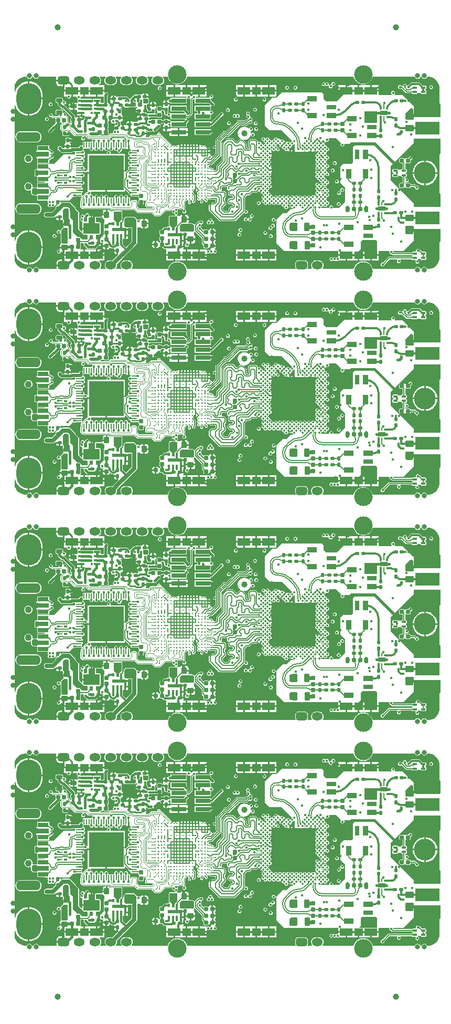
<source format=gtl>
G04*
G04 #@! TF.GenerationSoftware,Altium Limited,Altium Designer,19.1.6 (110)*
G04*
G04 Layer_Physical_Order=1*
G04 Layer_Color=255*
%FSLAX44Y44*%
%MOMM*%
G71*
G01*
G75*
%ADD10C,1.0000*%
%ADD11C,0.3090*%
%ADD12C,0.2000*%
%ADD13C,0.3000*%
G04:AMPARAMS|DCode=14|XSize=0.6mm|YSize=0.6mm|CornerRadius=0.06mm|HoleSize=0mm|Usage=FLASHONLY|Rotation=90.000|XOffset=0mm|YOffset=0mm|HoleType=Round|Shape=RoundedRectangle|*
%AMROUNDEDRECTD14*
21,1,0.6000,0.4800,0,0,90.0*
21,1,0.4800,0.6000,0,0,90.0*
1,1,0.1200,0.2400,0.2400*
1,1,0.1200,0.2400,-0.2400*
1,1,0.1200,-0.2400,-0.2400*
1,1,0.1200,-0.2400,0.2400*
%
%ADD14ROUNDEDRECTD14*%
%ADD15R,1.4000X1.3000*%
%ADD16R,2.0000X1.3000*%
%ADD17C,0.2900*%
G04:AMPARAMS|DCode=18|XSize=0.5mm|YSize=0.6mm|CornerRadius=0.05mm|HoleSize=0mm|Usage=FLASHONLY|Rotation=270.000|XOffset=0mm|YOffset=0mm|HoleType=Round|Shape=RoundedRectangle|*
%AMROUNDEDRECTD18*
21,1,0.5000,0.5000,0,0,270.0*
21,1,0.4000,0.6000,0,0,270.0*
1,1,0.1000,-0.2500,-0.2000*
1,1,0.1000,-0.2500,0.2000*
1,1,0.1000,0.2500,0.2000*
1,1,0.1000,0.2500,-0.2000*
%
%ADD18ROUNDEDRECTD18*%
G04:AMPARAMS|DCode=19|XSize=0.6mm|YSize=1mm|CornerRadius=0.075mm|HoleSize=0mm|Usage=FLASHONLY|Rotation=270.000|XOffset=0mm|YOffset=0mm|HoleType=Round|Shape=RoundedRectangle|*
%AMROUNDEDRECTD19*
21,1,0.6000,0.8500,0,0,270.0*
21,1,0.4500,1.0000,0,0,270.0*
1,1,0.1500,-0.4250,-0.2250*
1,1,0.1500,-0.4250,0.2250*
1,1,0.1500,0.4250,0.2250*
1,1,0.1500,0.4250,-0.2250*
%
%ADD19ROUNDEDRECTD19*%
%ADD20R,0.3000X0.3500*%
G04:AMPARAMS|DCode=21|XSize=0.5mm|YSize=0.6mm|CornerRadius=0.05mm|HoleSize=0mm|Usage=FLASHONLY|Rotation=0.000|XOffset=0mm|YOffset=0mm|HoleType=Round|Shape=RoundedRectangle|*
%AMROUNDEDRECTD21*
21,1,0.5000,0.5000,0,0,0.0*
21,1,0.4000,0.6000,0,0,0.0*
1,1,0.1000,0.2000,-0.2500*
1,1,0.1000,-0.2000,-0.2500*
1,1,0.1000,-0.2000,0.2500*
1,1,0.1000,0.2000,0.2500*
%
%ADD21ROUNDEDRECTD21*%
%ADD22R,0.2000X0.9000*%
%ADD23R,0.9000X0.2000*%
%ADD24R,5.5500X5.5500*%
%ADD25R,1.0000X0.4000*%
%ADD26R,1.8000X0.7000*%
G04:AMPARAMS|DCode=27|XSize=0.7mm|YSize=0.4mm|CornerRadius=0.05mm|HoleSize=0mm|Usage=FLASHONLY|Rotation=180.000|XOffset=0mm|YOffset=0mm|HoleType=Round|Shape=RoundedRectangle|*
%AMROUNDEDRECTD27*
21,1,0.7000,0.3000,0,0,180.0*
21,1,0.6000,0.4000,0,0,180.0*
1,1,0.1000,-0.3000,0.1500*
1,1,0.1000,0.3000,0.1500*
1,1,0.1000,0.3000,-0.1500*
1,1,0.1000,-0.3000,-0.1500*
%
%ADD27ROUNDEDRECTD27*%
%ADD28R,0.5000X0.2300*%
%ADD29R,0.4000X0.2300*%
%ADD30R,0.6000X0.4500*%
G04:AMPARAMS|DCode=31|XSize=1.3mm|YSize=0.8mm|CornerRadius=0.1mm|HoleSize=0mm|Usage=FLASHONLY|Rotation=270.000|XOffset=0mm|YOffset=0mm|HoleType=Round|Shape=RoundedRectangle|*
%AMROUNDEDRECTD31*
21,1,1.3000,0.6000,0,0,270.0*
21,1,1.1000,0.8000,0,0,270.0*
1,1,0.2000,-0.3000,-0.5500*
1,1,0.2000,-0.3000,0.5500*
1,1,0.2000,0.3000,0.5500*
1,1,0.2000,0.3000,-0.5500*
%
%ADD31ROUNDEDRECTD31*%
G04:AMPARAMS|DCode=32|XSize=1.3mm|YSize=1mm|CornerRadius=0.125mm|HoleSize=0mm|Usage=FLASHONLY|Rotation=180.000|XOffset=0mm|YOffset=0mm|HoleType=Round|Shape=RoundedRectangle|*
%AMROUNDEDRECTD32*
21,1,1.3000,0.7500,0,0,180.0*
21,1,1.0500,1.0000,0,0,180.0*
1,1,0.2500,-0.5250,0.3750*
1,1,0.2500,0.5250,0.3750*
1,1,0.2500,0.5250,-0.3750*
1,1,0.2500,-0.5250,-0.3750*
%
%ADD32ROUNDEDRECTD32*%
G04:AMPARAMS|DCode=33|XSize=0.6mm|YSize=0.6mm|CornerRadius=0.06mm|HoleSize=0mm|Usage=FLASHONLY|Rotation=0.000|XOffset=0mm|YOffset=0mm|HoleType=Round|Shape=RoundedRectangle|*
%AMROUNDEDRECTD33*
21,1,0.6000,0.4800,0,0,0.0*
21,1,0.4800,0.6000,0,0,0.0*
1,1,0.1200,0.2400,-0.2400*
1,1,0.1200,-0.2400,-0.2400*
1,1,0.1200,-0.2400,0.2400*
1,1,0.1200,0.2400,0.2400*
%
%ADD33ROUNDEDRECTD33*%
G04:AMPARAMS|DCode=34|XSize=1mm|YSize=0.9mm|CornerRadius=0.1125mm|HoleSize=0mm|Usage=FLASHONLY|Rotation=180.000|XOffset=0mm|YOffset=0mm|HoleType=Round|Shape=RoundedRectangle|*
%AMROUNDEDRECTD34*
21,1,1.0000,0.6750,0,0,180.0*
21,1,0.7750,0.9000,0,0,180.0*
1,1,0.2250,-0.3875,0.3375*
1,1,0.2250,0.3875,0.3375*
1,1,0.2250,0.3875,-0.3375*
1,1,0.2250,-0.3875,-0.3375*
%
%ADD34ROUNDEDRECTD34*%
%ADD35R,2.2500X0.6000*%
%ADD36R,0.3000X0.6000*%
G04:AMPARAMS|DCode=37|XSize=1mm|YSize=0.9mm|CornerRadius=0.1125mm|HoleSize=0mm|Usage=FLASHONLY|Rotation=270.000|XOffset=0mm|YOffset=0mm|HoleType=Round|Shape=RoundedRectangle|*
%AMROUNDEDRECTD37*
21,1,1.0000,0.6750,0,0,270.0*
21,1,0.7750,0.9000,0,0,270.0*
1,1,0.2250,-0.3375,-0.3875*
1,1,0.2250,-0.3375,0.3875*
1,1,0.2250,0.3375,0.3875*
1,1,0.2250,0.3375,-0.3875*
%
%ADD37ROUNDEDRECTD37*%
%ADD38R,1.6500X0.9000*%
%ADD39R,1.6500X0.7600*%
%ADD40R,0.9000X1.6500*%
%ADD41R,0.7600X1.6500*%
%ADD42R,0.3100X0.3000*%
%ADD43R,0.3000X0.3100*%
%ADD44R,4.0000X2.0000*%
%ADD45R,2.4000X0.7500*%
%ADD46R,0.3500X0.3000*%
%ADD47R,1.2000X0.7000*%
%ADD48R,0.2500X0.3500*%
%ADD49R,2.5000X1.7000*%
%ADD50R,0.5000X0.7000*%
%ADD51R,0.2000X0.2000*%
%ADD52C,0.3500*%
%ADD53C,0.5000*%
%ADD54C,0.4000*%
%ADD55C,0.3500*%
%ADD56C,0.1500*%
%ADD57C,0.7000*%
%ADD58C,0.1000*%
%ADD59C,0.2500*%
%ADD60C,0.3100*%
%ADD61C,0.1100*%
%ADD62C,0.1300*%
%ADD63C,0.6000*%
%ADD64C,0.4500*%
%ADD65R,7.0000X7.0000*%
%ADD66C,0.8000*%
%ADD67C,3.5000*%
%ADD68C,1.1000*%
%ADD69O,4.0000X1.6000*%
G04:AMPARAMS|DCode=70|XSize=1.8mm|YSize=1.3mm|CornerRadius=0.325mm|HoleSize=0mm|Usage=FLASHONLY|Rotation=0.000|XOffset=0mm|YOffset=0mm|HoleType=Round|Shape=RoundedRectangle|*
%AMROUNDEDRECTD70*
21,1,1.8000,0.6500,0,0,0.0*
21,1,1.1500,1.3000,0,0,0.0*
1,1,0.6500,0.5750,-0.3250*
1,1,0.6500,-0.5750,-0.3250*
1,1,0.6500,-0.5750,0.3250*
1,1,0.6500,0.5750,0.3250*
%
%ADD70ROUNDEDRECTD70*%
%ADD71O,1.8000X1.3000*%
%ADD72C,3.0000*%
%ADD73O,4.0000X5.0000*%
%ADD74C,0.4000*%
%ADD75C,0.3000*%
%ADD76C,0.5000*%
G36*
X675239Y1402071D02*
X678508Y1400717D01*
X681449Y1398751D01*
X683951Y1396250D01*
X685917Y1393308D01*
X687271Y1390039D01*
X687961Y1386569D01*
Y1384800D01*
Y1360715D01*
X687636D01*
X689500Y1358851D01*
Y1338100D01*
X647000D01*
Y1360715D01*
X646910D01*
Y1356872D01*
X645986Y1356489D01*
X628625Y1373850D01*
X615836D01*
X615532Y1374850D01*
X615663Y1374937D01*
X616326Y1375930D01*
X616559Y1377100D01*
X616326Y1378271D01*
X615663Y1379263D01*
X614671Y1379926D01*
X613500Y1380159D01*
X612329Y1379926D01*
X611337Y1379263D01*
X610674Y1378271D01*
X610441Y1377100D01*
X610674Y1375930D01*
X611337Y1374937D01*
X611468Y1374850D01*
X611164Y1373850D01*
X590040D01*
Y1379080D01*
X577500D01*
Y1380350D01*
X576230D01*
Y1389390D01*
X558770D01*
Y1380350D01*
X556230D01*
Y1389390D01*
X538770D01*
Y1380350D01*
X537500D01*
Y1379080D01*
X534250D01*
X534250Y1374850D01*
X522500Y1363100D01*
X505250Y1363100D01*
X501250Y1367100D01*
Y1374850D01*
X498250Y1377850D01*
X433250Y1377850D01*
X424809Y1369409D01*
X418059Y1369409D01*
X406000Y1357350D01*
X406000Y1324350D01*
X414000Y1316350D01*
X433250Y1316350D01*
X450046Y1299554D01*
X449717Y1298469D01*
X449527Y1298431D01*
X448618Y1297823D01*
X448010Y1296913D01*
X447932Y1296523D01*
X447270Y1296194D01*
X446608Y1296523D01*
X446530Y1296913D01*
X445923Y1297823D01*
X445013Y1298431D01*
X443940Y1298644D01*
X442867Y1298431D01*
X442173Y1297967D01*
X441242Y1298011D01*
X440935Y1298092D01*
X440373Y1298933D01*
X438954Y1299881D01*
X437280Y1300214D01*
X436574Y1300074D01*
X436540Y1300243D01*
X435933Y1301153D01*
X435023Y1301761D01*
X433950Y1301974D01*
X432877Y1301761D01*
X432183Y1301297D01*
X431252Y1301342D01*
X430945Y1301422D01*
X430383Y1302263D01*
X428964Y1303212D01*
X427290Y1303544D01*
X426584Y1303404D01*
X426550Y1303573D01*
X425943Y1304483D01*
X425033Y1305091D01*
X423960Y1305304D01*
X422887Y1305091D01*
X421977Y1304483D01*
X421370Y1303573D01*
X421231Y1302874D01*
X420840Y1302290D01*
X420256Y1301900D01*
X419557Y1301761D01*
X418647Y1301153D01*
X418040Y1300243D01*
X417974Y1299912D01*
X417300Y1299580D01*
X416626Y1299912D01*
X416560Y1300243D01*
X415953Y1301153D01*
X415043Y1301761D01*
X414344Y1301900D01*
X413444Y1302500D01*
X413230Y1303573D01*
X412622Y1304483D01*
X411713Y1305091D01*
X410640Y1305304D01*
X409567Y1305091D01*
X408657Y1304483D01*
X408050Y1303573D01*
X407984Y1303242D01*
X407310Y1302910D01*
X406636Y1303242D01*
X406570Y1303573D01*
X405962Y1304483D01*
X405053Y1305091D01*
X403980Y1305304D01*
X402907Y1305091D01*
X401997Y1304483D01*
X401389Y1303573D01*
X401176Y1302500D01*
X401389Y1301427D01*
X401997Y1300518D01*
X402907Y1299910D01*
X403606Y1299771D01*
X404506Y1299170D01*
X404720Y1298097D01*
X405327Y1297188D01*
X406237Y1296580D01*
X406248Y1296578D01*
X406996Y1295511D01*
X406935Y1295240D01*
X406237Y1295101D01*
X405327Y1294493D01*
X404720Y1293583D01*
X404654Y1293252D01*
X403980Y1292920D01*
X403306Y1293252D01*
X403240Y1293583D01*
X402632Y1294493D01*
X401723Y1295101D01*
X401024Y1295240D01*
X400124Y1295840D01*
X399910Y1296913D01*
X399302Y1297823D01*
X398393Y1298431D01*
X397320Y1298644D01*
X396247Y1298431D01*
X395534Y1297955D01*
X394828Y1298188D01*
X394534Y1298398D01*
Y1298600D01*
X394398Y1299283D01*
X394012Y1299862D01*
X392262Y1301612D01*
X391683Y1301999D01*
X391000Y1302135D01*
X383000D01*
X382317Y1301999D01*
X381738Y1301612D01*
X379738Y1299612D01*
X379352Y1299033D01*
X379216Y1298350D01*
Y1289589D01*
X378261Y1288634D01*
X377489D01*
X376284Y1289839D01*
Y1295600D01*
X376148Y1296283D01*
X375762Y1296862D01*
X372273Y1300350D01*
X372688Y1301350D01*
X374034Y1301350D01*
X376063Y1301754D01*
X377974Y1302545D01*
X379693Y1303694D01*
X381156Y1305157D01*
X382305Y1306877D01*
X382885Y1308277D01*
X383924Y1308180D01*
X384587Y1307188D01*
X385580Y1306525D01*
X386750Y1306292D01*
X387921Y1306525D01*
X388913Y1307188D01*
X389576Y1308180D01*
X389809Y1309350D01*
X389576Y1310521D01*
X388913Y1311513D01*
X387921Y1312176D01*
X386750Y1312409D01*
X385580Y1312176D01*
X384587Y1311513D01*
X384500Y1311383D01*
X383500Y1311686D01*
Y1311850D01*
X383500Y1312885D01*
X383097Y1314913D01*
X383073Y1314970D01*
X383793Y1315847D01*
X384000Y1315805D01*
X385171Y1316038D01*
X386163Y1316701D01*
X386826Y1317694D01*
X387059Y1318864D01*
X386826Y1320035D01*
X386163Y1321027D01*
X385171Y1321690D01*
X384000Y1321923D01*
X382830Y1321690D01*
X381837Y1321027D01*
X381174Y1320035D01*
X381158Y1319956D01*
X380073Y1319627D01*
X379694Y1320006D01*
X377974Y1321156D01*
X376063Y1321947D01*
X374034Y1322350D01*
X373000Y1322350D01*
X371966Y1322350D01*
X369937Y1321947D01*
X368026Y1321155D01*
X366306Y1320006D01*
X364844Y1318544D01*
X363695Y1316824D01*
X362903Y1314913D01*
X362500Y1312884D01*
X362500Y1311850D01*
X362500Y1310816D01*
X362904Y1308787D01*
X363695Y1306876D01*
X364844Y1305157D01*
X366307Y1303694D01*
X367144Y1303134D01*
X366841Y1302135D01*
X366750D01*
X366067Y1301999D01*
X365488Y1301612D01*
X361761Y1297885D01*
X360489D01*
X355012Y1303362D01*
X354433Y1303749D01*
X353750Y1303884D01*
X344750D01*
X344067Y1303749D01*
X343488Y1303362D01*
X337488Y1297362D01*
X337102Y1296783D01*
X336966Y1296100D01*
Y1268589D01*
X328738Y1260362D01*
X328352Y1259783D01*
X328216Y1259100D01*
Y1253589D01*
X326861Y1252234D01*
X324600D01*
X323920Y1252099D01*
X323894Y1252117D01*
X323297Y1252587D01*
X323160Y1252764D01*
X323150Y1252816D01*
X323306Y1253600D01*
X323131Y1254483D01*
X322631Y1255231D01*
X321883Y1255731D01*
X321000Y1255907D01*
X320688Y1255844D01*
X320116Y1256416D01*
X319150Y1256816D01*
X316097D01*
X315944Y1257045D01*
X315421Y1257395D01*
X315338Y1257779D01*
Y1258122D01*
X315421Y1258506D01*
X315944Y1258856D01*
X316433Y1259587D01*
X316590Y1260376D01*
X317177Y1260964D01*
X319549D01*
X319567Y1260952D01*
X320250Y1260816D01*
X320933Y1260952D01*
X321512Y1261339D01*
X335012Y1274838D01*
X335398Y1275417D01*
X335534Y1276100D01*
Y1299040D01*
X343310Y1306816D01*
X347000D01*
X347683Y1306952D01*
X348262Y1307339D01*
X365239Y1324316D01*
X377250D01*
X377933Y1324452D01*
X378512Y1324839D01*
X381101Y1327428D01*
X382080Y1326774D01*
X383250Y1326541D01*
X384421Y1326774D01*
X385413Y1327437D01*
X386076Y1328430D01*
X386309Y1329600D01*
X386076Y1330771D01*
X385413Y1331763D01*
X385657Y1332803D01*
X386076Y1333430D01*
X386309Y1334600D01*
X386076Y1335771D01*
X385413Y1336763D01*
X384421Y1337426D01*
X383250Y1337659D01*
X382495Y1338528D01*
X382559Y1338850D01*
X382326Y1340021D01*
X381663Y1341013D01*
X381163Y1341347D01*
Y1341687D01*
X381826Y1342680D01*
X382059Y1343850D01*
X381826Y1345021D01*
X381163Y1346013D01*
X380171Y1346676D01*
X379000Y1346909D01*
X377830Y1346676D01*
X376837Y1346013D01*
X376174Y1345021D01*
X375941Y1343850D01*
X376174Y1342680D01*
X376837Y1341687D01*
X377337Y1341353D01*
Y1341013D01*
X376674Y1340021D01*
X376441Y1338850D01*
X376674Y1337680D01*
X377337Y1336687D01*
X377380Y1336253D01*
X374011Y1332885D01*
X361750D01*
X361067Y1332749D01*
X360488Y1332362D01*
X343511Y1315385D01*
X340500D01*
X339817Y1315249D01*
X339238Y1314862D01*
X327488Y1303112D01*
X327102Y1302533D01*
X326966Y1301850D01*
Y1292669D01*
X326279Y1292302D01*
X325966Y1292224D01*
X325000Y1292416D01*
X323922Y1292202D01*
X323009Y1291591D01*
X322398Y1290678D01*
X322184Y1289600D01*
X322398Y1288522D01*
X323009Y1287609D01*
X323922Y1286998D01*
X325000Y1286784D01*
X325966Y1286976D01*
X326279Y1286898D01*
X326966Y1286531D01*
Y1279589D01*
X321786Y1274410D01*
X321353Y1274494D01*
X320766Y1274804D01*
X320631Y1275483D01*
X320131Y1276231D01*
X319383Y1276731D01*
X318500Y1276907D01*
X318142Y1276835D01*
X318108Y1277007D01*
X317477Y1277950D01*
X318108Y1278893D01*
X318165Y1279180D01*
X314349D01*
Y1281720D01*
X318165D01*
X318108Y1282007D01*
X317477Y1282950D01*
X318108Y1283893D01*
X318165Y1284180D01*
X314349D01*
Y1285450D01*
X313079D01*
Y1289266D01*
X312792Y1289209D01*
X312369Y1288926D01*
X311454Y1289482D01*
X311433Y1289587D01*
X311604Y1290450D01*
X311433Y1291313D01*
X310944Y1292045D01*
X310212Y1292534D01*
X309349Y1292706D01*
X308486Y1292534D01*
X307754Y1292045D01*
X307405Y1291522D01*
X307021Y1291439D01*
X306678D01*
X306294Y1291522D01*
X305944Y1292045D01*
X305212Y1292534D01*
X304349Y1292706D01*
X303486Y1292534D01*
X302644Y1292701D01*
X302226Y1293327D01*
X300906Y1294209D01*
X300619Y1294266D01*
Y1290450D01*
X298079D01*
Y1294266D01*
X297792Y1294209D01*
X296849Y1293578D01*
X295906Y1294209D01*
X295619Y1294266D01*
Y1290450D01*
X293079D01*
Y1294266D01*
X292792Y1294209D01*
X291849Y1293578D01*
X290906Y1294209D01*
X290619Y1294266D01*
Y1290450D01*
X288079D01*
Y1294266D01*
X287792Y1294209D01*
X286849Y1293578D01*
X285906Y1294209D01*
X285619Y1294266D01*
Y1290450D01*
X283079D01*
Y1294266D01*
X282792Y1294209D01*
X281849Y1293578D01*
X280906Y1294209D01*
X280619Y1294266D01*
Y1290450D01*
X278079D01*
Y1294266D01*
X277792Y1294209D01*
X276849Y1293578D01*
X275906Y1294209D01*
X275619Y1294266D01*
Y1290450D01*
X273079D01*
Y1294266D01*
X272792Y1294209D01*
X271849Y1293578D01*
X270906Y1294209D01*
X270619Y1294266D01*
Y1290450D01*
X268079D01*
Y1294266D01*
X267792Y1294209D01*
X266473Y1293327D01*
X266055Y1292701D01*
X265212Y1292534D01*
X264349Y1292706D01*
X263486Y1292534D01*
X262754Y1292045D01*
X262405Y1291522D01*
X262021Y1291439D01*
X261678D01*
X261294Y1291522D01*
X260944Y1292045D01*
X260212Y1292534D01*
X259349Y1292706D01*
X258486Y1292534D01*
X257754Y1292045D01*
X257405Y1291522D01*
X257021Y1291439D01*
X256678D01*
X256294Y1291522D01*
X255944Y1292045D01*
X255715Y1292198D01*
Y1292379D01*
X255973Y1293001D01*
X255497Y1294149D01*
X240648Y1308998D01*
X239500Y1309474D01*
X238198D01*
X237474Y1310474D01*
X237549Y1310850D01*
X237355Y1311826D01*
X236802Y1312653D01*
X235975Y1313205D01*
X235000Y1313399D01*
X234025Y1313205D01*
X233198Y1312653D01*
X232645Y1311826D01*
X232451Y1310850D01*
X232526Y1310474D01*
X231802Y1309474D01*
X223000D01*
X221852Y1308998D01*
X218577Y1305724D01*
X214093D01*
X213811Y1306380D01*
X213735Y1306724D01*
X214364Y1307664D01*
X214600Y1308850D01*
Y1310080D01*
X209500D01*
Y1312620D01*
X214600D01*
Y1313850D01*
X214364Y1315036D01*
X214041Y1315519D01*
X214818Y1316157D01*
X215787Y1315187D01*
X215787Y1315187D01*
X216779Y1314524D01*
X217950Y1314291D01*
X222450D01*
X223621Y1314524D01*
X223734Y1314600D01*
X224550D01*
X224950Y1314600D01*
Y1314600D01*
X225550D01*
Y1314600D01*
X226841D01*
X226880Y1314574D01*
X228050Y1314341D01*
X229221Y1314574D01*
X229259Y1314600D01*
X230550D01*
Y1315574D01*
X235271Y1320296D01*
X236421Y1320524D01*
X237413Y1321187D01*
X238076Y1322180D01*
X238309Y1323350D01*
X238076Y1324521D01*
X237413Y1325513D01*
X237329Y1325569D01*
X237633Y1326569D01*
X238400D01*
X239024Y1326693D01*
X239554Y1327047D01*
X239907Y1327576D01*
X239993Y1328005D01*
X242668D01*
X243500Y1327600D01*
Y1325754D01*
X242808Y1325292D01*
X242136Y1324286D01*
X241901Y1323100D01*
Y1321870D01*
X247000D01*
Y1320600D01*
X248270D01*
Y1315001D01*
X249000D01*
X250186Y1315237D01*
X251192Y1315909D01*
X251460Y1316311D01*
X252460Y1316007D01*
Y1314720D01*
X265730D01*
Y1319740D01*
X253100D01*
X252460Y1319740D01*
X252100Y1320591D01*
Y1323100D01*
X251864Y1324286D01*
X251192Y1325292D01*
X250500Y1325754D01*
Y1326883D01*
X251482Y1327644D01*
X252000Y1327541D01*
X253000Y1327740D01*
X254000Y1327218D01*
Y1321450D01*
X280000D01*
Y1327996D01*
X280682Y1328677D01*
X281171Y1328774D01*
X282163Y1329437D01*
X282826Y1330430D01*
X283059Y1331600D01*
X282826Y1332771D01*
X282163Y1333763D01*
X281171Y1334426D01*
X280000Y1334659D01*
Y1336911D01*
X283100D01*
X283880Y1337066D01*
X284542Y1337508D01*
X289192Y1342158D01*
X289192Y1342158D01*
X289634Y1342820D01*
X289789Y1343600D01*
X289789Y1343600D01*
Y1365506D01*
X291354Y1367070D01*
X291500Y1367041D01*
X292000Y1367141D01*
X293000Y1366384D01*
Y1359700D01*
X316324D01*
X318574Y1357450D01*
X318160Y1356450D01*
X293000D01*
Y1346950D01*
X296691D01*
Y1345850D01*
X296920Y1344700D01*
X296955Y1344519D01*
X296388Y1343700D01*
X293000D01*
Y1334200D01*
X319000D01*
Y1341702D01*
X319773Y1342336D01*
X320000Y1342291D01*
X321171Y1342524D01*
X322163Y1343187D01*
X322826Y1344180D01*
X323059Y1345350D01*
X322826Y1346521D01*
X322163Y1347513D01*
X321171Y1348176D01*
X320000Y1348409D01*
X319773Y1348364D01*
X319000Y1348998D01*
Y1355652D01*
X320000Y1356161D01*
X320579Y1355774D01*
X321750Y1355541D01*
X322921Y1355774D01*
X323913Y1356437D01*
X324576Y1357430D01*
X324809Y1358600D01*
X324576Y1359771D01*
X323913Y1360763D01*
X323913Y1360763D01*
X319000Y1365676D01*
Y1367854D01*
X319773Y1368489D01*
X319944Y1368455D01*
X321115Y1368688D01*
X322107Y1369351D01*
X322770Y1370343D01*
X323003Y1371514D01*
X322770Y1372684D01*
X322107Y1373676D01*
X321115Y1374339D01*
X319944Y1374572D01*
X318774Y1374339D01*
X317782Y1373676D01*
X317118Y1372684D01*
X316886Y1371514D01*
X317118Y1370343D01*
X317214Y1370200D01*
X316679Y1369200D01*
X295168D01*
X294534Y1369973D01*
X294559Y1370100D01*
X294517Y1370310D01*
X295338Y1371310D01*
X298480D01*
Y1380350D01*
Y1389390D01*
X281020D01*
Y1380350D01*
X278480D01*
Y1389390D01*
X261020D01*
Y1380350D01*
Y1371310D01*
X279628D01*
X280389Y1370482D01*
X280349Y1369628D01*
X279820Y1369200D01*
X254000D01*
Y1366759D01*
X252750D01*
X251579Y1366526D01*
X250587Y1365863D01*
X249924Y1364871D01*
X249895Y1364722D01*
X248750Y1364949D01*
X248020D01*
Y1360620D01*
X252565D01*
X252623Y1360667D01*
X252750Y1360641D01*
X254000D01*
Y1359700D01*
X280000D01*
Y1368712D01*
X281000Y1369016D01*
X281487Y1368287D01*
X282479Y1367624D01*
X283650Y1367392D01*
X284820Y1367624D01*
X285133Y1367833D01*
X285835Y1367160D01*
X285864Y1367119D01*
X285711Y1366350D01*
Y1344445D01*
X282255Y1340989D01*
X280707D01*
X280000Y1341697D01*
X280000Y1343542D01*
X280148Y1343571D01*
X281171Y1343774D01*
X282163Y1344437D01*
X282826Y1345430D01*
X283059Y1346600D01*
X282826Y1347771D01*
X282163Y1348763D01*
X282163Y1348763D01*
X280000Y1350926D01*
Y1356450D01*
X254000D01*
Y1346950D01*
X275324D01*
X277574Y1344700D01*
X277202Y1343700D01*
X254039D01*
X253663Y1344263D01*
X252671Y1344926D01*
X251500Y1345159D01*
X250454Y1344951D01*
X249992Y1345664D01*
X249934Y1345790D01*
X250374Y1346850D01*
Y1351850D01*
X250198Y1352273D01*
X250250Y1352350D01*
X250250D01*
Y1354196D01*
X250942Y1354658D01*
X251614Y1355664D01*
X251850Y1356850D01*
Y1358080D01*
X241651D01*
Y1356850D01*
X241886Y1355664D01*
X242381Y1354924D01*
X241921Y1353976D01*
X240973Y1353945D01*
X240243D01*
X240157Y1354375D01*
X239804Y1354904D01*
X239274Y1355257D01*
X238650Y1355381D01*
X233850D01*
X233226Y1355257D01*
X232696Y1354904D01*
X232343Y1354375D01*
X232219Y1353750D01*
Y1348950D01*
X232343Y1348326D01*
X232696Y1347797D01*
X232750Y1347761D01*
Y1344940D01*
X232696Y1344904D01*
X232343Y1344375D01*
X232219Y1343750D01*
Y1342999D01*
X229652D01*
X229084Y1343999D01*
X229374Y1344700D01*
Y1349700D01*
X229199Y1350123D01*
X229250Y1350200D01*
X229250D01*
Y1352046D01*
X229942Y1352509D01*
X230614Y1353514D01*
X230850Y1354700D01*
Y1355930D01*
X220651D01*
Y1354700D01*
X220887Y1353514D01*
X221559Y1352509D01*
X222250Y1352046D01*
Y1350200D01*
X222250D01*
X222302Y1350123D01*
X222127Y1349700D01*
Y1348840D01*
X221179Y1348281D01*
X221127Y1348285D01*
X220000Y1348509D01*
X218830Y1348276D01*
X218415Y1347999D01*
X217374D01*
Y1350350D01*
X216898Y1351498D01*
X215799Y1351953D01*
Y1353400D01*
X216000D01*
Y1357768D01*
X216457Y1358681D01*
X216797Y1358891D01*
X217265Y1359085D01*
X219015Y1360835D01*
X219332Y1361600D01*
Y1366796D01*
X219333Y1366796D01*
X219016Y1367561D01*
X219015D01*
X218461Y1368116D01*
X218461Y1368116D01*
X218223Y1368214D01*
X218350Y1368850D01*
Y1369580D01*
X212750D01*
Y1370850D01*
X211480D01*
Y1375950D01*
X210250D01*
X209064Y1375714D01*
X208058Y1375042D01*
X207596Y1374350D01*
X205750D01*
Y1374350D01*
X205250Y1374474D01*
X204801Y1374474D01*
X200250D01*
X199102Y1373998D01*
X199065Y1373909D01*
X196329D01*
X195159Y1373676D01*
X194167Y1373013D01*
X189338Y1368184D01*
X189043Y1367744D01*
X187815Y1367605D01*
X185167Y1370253D01*
X184340Y1370805D01*
X183364Y1370999D01*
X173600D01*
X172624Y1370805D01*
X172503Y1370724D01*
X170199D01*
X169750Y1370724D01*
X169250Y1370600D01*
Y1370600D01*
X167404D01*
X166942Y1371292D01*
X165936Y1371964D01*
X164750Y1372200D01*
X163520D01*
Y1367100D01*
X162250D01*
Y1365830D01*
X156650D01*
Y1365100D01*
X156886Y1363914D01*
X157364Y1363200D01*
X156986Y1362272D01*
X156921Y1362200D01*
X156500D01*
X155314Y1361964D01*
X154308Y1361292D01*
X153846Y1360600D01*
X152059D01*
Y1372083D01*
X152663Y1372687D01*
X153326Y1373680D01*
X153559Y1374850D01*
X153326Y1376021D01*
X152663Y1377013D01*
X151671Y1377676D01*
X150500Y1377909D01*
X149330Y1377676D01*
X148337Y1377013D01*
X148214Y1376890D01*
X147290Y1377272D01*
Y1379080D01*
X136020D01*
Y1371310D01*
X145941D01*
Y1360659D01*
X142067D01*
X141250Y1361100D01*
Y1367100D01*
X135546D01*
X135250Y1367159D01*
X134955Y1367100D01*
X129250D01*
Y1367047D01*
X128250Y1366539D01*
X127671Y1366926D01*
X126500Y1367159D01*
X110250D01*
X109955Y1367100D01*
X108460D01*
X108206Y1367489D01*
X108022Y1368100D01*
X108576Y1368930D01*
X108809Y1370100D01*
X108767Y1370310D01*
X109588Y1371310D01*
X113480D01*
Y1380350D01*
X116020D01*
Y1371310D01*
X133480D01*
Y1380350D01*
X134750D01*
Y1381620D01*
X147290D01*
Y1389390D01*
X138502D01*
X138248Y1389971D01*
X138223Y1390390D01*
X139670Y1391501D01*
X140873Y1393068D01*
X141628Y1394892D01*
X141886Y1396850D01*
X141628Y1398808D01*
X140873Y1400633D01*
X140007Y1401761D01*
X140500Y1402761D01*
X148572D01*
X149065Y1401761D01*
X148199Y1400633D01*
X147443Y1398808D01*
X147185Y1396850D01*
X147443Y1394892D01*
X148199Y1393068D01*
X149401Y1391501D01*
X150968Y1390299D01*
X152792Y1389543D01*
X154750Y1389285D01*
X159750D01*
X161708Y1389543D01*
X163532Y1390299D01*
X165099Y1391501D01*
X166301Y1393068D01*
X167057Y1394892D01*
X167315Y1396850D01*
X167057Y1398808D01*
X166301Y1400633D01*
X165435Y1401761D01*
X165928Y1402761D01*
X174000D01*
X174493Y1401761D01*
X173627Y1400633D01*
X172872Y1398808D01*
X172614Y1396850D01*
X172872Y1394892D01*
X173627Y1393068D01*
X174830Y1391501D01*
X176396Y1390299D01*
X178221Y1389543D01*
X180179Y1389285D01*
X185179D01*
X187136Y1389543D01*
X188961Y1390299D01*
X190528Y1391501D01*
X191730Y1393068D01*
X192486Y1394892D01*
X192743Y1396850D01*
X192486Y1398808D01*
X191730Y1400633D01*
X190864Y1401761D01*
X191357Y1402761D01*
X199429D01*
X199922Y1401761D01*
X199056Y1400633D01*
X198300Y1398808D01*
X198042Y1396850D01*
X198300Y1394892D01*
X199056Y1393068D01*
X200258Y1391501D01*
X201825Y1390299D01*
X203649Y1389543D01*
X205607Y1389285D01*
X210607D01*
X212565Y1389543D01*
X214389Y1390299D01*
X215956Y1391501D01*
X217158Y1393068D01*
X217914Y1394892D01*
X218172Y1396850D01*
X217914Y1398808D01*
X217158Y1400633D01*
X216292Y1401761D01*
X216786Y1402761D01*
X224857D01*
X225350Y1401761D01*
X224484Y1400633D01*
X223729Y1398808D01*
X223471Y1396850D01*
X223729Y1394892D01*
X224484Y1393068D01*
X225687Y1391501D01*
X227253Y1390299D01*
X229078Y1389543D01*
X231036Y1389285D01*
X236036D01*
X237994Y1389543D01*
X239818Y1390299D01*
X241385Y1391501D01*
X242587Y1393068D01*
X243343Y1394892D01*
X243600Y1396850D01*
X243343Y1398808D01*
X242587Y1400633D01*
X241721Y1401761D01*
X242214Y1402761D01*
X249505D01*
X250146Y1400648D01*
X251632Y1397868D01*
X253631Y1395432D01*
X256068Y1393432D01*
X258847Y1391947D01*
X261863Y1391032D01*
X265000Y1390723D01*
X268137Y1391032D01*
X271153Y1391947D01*
X273932Y1393432D01*
X276369Y1395432D01*
X278368Y1397868D01*
X279854Y1400648D01*
X280495Y1402761D01*
X549505D01*
X550146Y1400648D01*
X551632Y1397868D01*
X553632Y1395432D01*
X556068Y1393432D01*
X558847Y1391947D01*
X561864Y1391032D01*
X565000Y1390723D01*
X568137Y1391032D01*
X571153Y1391947D01*
X573932Y1393432D01*
X576368Y1395432D01*
X578368Y1397868D01*
X579854Y1400648D01*
X580495Y1402761D01*
X648349D01*
X649395Y1401195D01*
X651049Y1400090D01*
X653000Y1399702D01*
X654951Y1400090D01*
X656605Y1401195D01*
X657651Y1402761D01*
X659099D01*
X660145Y1401195D01*
X661799Y1400090D01*
X663750Y1399702D01*
X665701Y1400090D01*
X667355Y1401195D01*
X668401Y1402761D01*
X671769Y1402761D01*
X675239Y1402071D01*
D02*
G37*
G36*
X69641Y1401761D02*
X69311Y1400100D01*
Y1398120D01*
X80964D01*
Y1395580D01*
X69311D01*
Y1393600D01*
X69760Y1391341D01*
X71040Y1389426D01*
X72955Y1388146D01*
X75214Y1387697D01*
X82210D01*
Y1381620D01*
X94750D01*
Y1380350D01*
X96020D01*
Y1371310D01*
X101912D01*
X102733Y1370310D01*
X102691Y1370100D01*
X102924Y1368930D01*
X103587Y1367937D01*
X103690Y1367868D01*
X104250Y1367100D01*
Y1361600D01*
X104250Y1360600D01*
X103250Y1360555D01*
X103034Y1360699D01*
X101750Y1360955D01*
X98770D01*
Y1355350D01*
Y1349746D01*
X101750D01*
X101980Y1349791D01*
X102710Y1348917D01*
Y1345870D01*
X110250D01*
Y1344600D01*
X111520D01*
Y1340060D01*
X115354D01*
X115658Y1339060D01*
X115587Y1339013D01*
X114924Y1338021D01*
X114691Y1336850D01*
Y1335117D01*
X113537Y1333963D01*
X113100Y1333308D01*
X112100Y1333612D01*
Y1335350D01*
X111864Y1336536D01*
X111192Y1337542D01*
X110186Y1338214D01*
X109000Y1338450D01*
X107770D01*
Y1333350D01*
X105230D01*
Y1338450D01*
X104000D01*
X102814Y1338214D01*
X101808Y1337542D01*
X101346Y1336850D01*
X99559D01*
Y1339350D01*
X99326Y1340521D01*
X98663Y1341513D01*
X98663Y1341513D01*
X83413Y1356763D01*
X82421Y1357426D01*
X82327Y1357445D01*
X82350Y1358392D01*
X83521Y1358624D01*
X84513Y1359287D01*
X85176Y1360280D01*
X85409Y1361450D01*
X85176Y1362621D01*
X84513Y1363613D01*
X83521Y1364276D01*
X82350Y1364509D01*
X81534Y1364347D01*
X80534Y1364956D01*
Y1367100D01*
X80399Y1367783D01*
X80012Y1368362D01*
X79433Y1368749D01*
X78750Y1368884D01*
X70250D01*
X69567Y1368749D01*
X68988Y1368362D01*
X68602Y1367783D01*
X68466Y1367100D01*
Y1362600D01*
X68602Y1361917D01*
X68988Y1361339D01*
X69567Y1360952D01*
X70250Y1360816D01*
X71441D01*
Y1359100D01*
X71441Y1359100D01*
X71674Y1357930D01*
X72337Y1356937D01*
X76837Y1352437D01*
X77829Y1351774D01*
X79000Y1351541D01*
X79983D01*
X93441Y1338083D01*
Y1336742D01*
X92852Y1336498D01*
X92376Y1335350D01*
Y1331350D01*
X92852Y1330202D01*
X93441Y1329958D01*
Y1328512D01*
X93401Y1328486D01*
X92441Y1328205D01*
X88374Y1332273D01*
Y1338350D01*
X87898Y1339498D01*
X86182Y1341214D01*
X86309Y1341850D01*
X86076Y1343021D01*
X85413Y1344013D01*
X84421Y1344676D01*
X83250Y1344909D01*
X82079Y1344676D01*
X81534Y1344312D01*
X80534Y1344846D01*
Y1348100D01*
X80399Y1348783D01*
X80012Y1349362D01*
X79433Y1349749D01*
X78750Y1349884D01*
X70250D01*
X69567Y1349749D01*
X68988Y1349362D01*
X68602Y1348783D01*
X68466Y1348100D01*
Y1343600D01*
X68602Y1342917D01*
X68988Y1342339D01*
X69567Y1341952D01*
X70250Y1341816D01*
X73198D01*
X73424Y1340680D01*
X73562Y1340474D01*
X73027Y1339474D01*
X64672D01*
X63807Y1340339D01*
X63934Y1340975D01*
X63701Y1342146D01*
X63038Y1343138D01*
X62046Y1343801D01*
X60875Y1344034D01*
X59704Y1343801D01*
X58712Y1343138D01*
X58049Y1342146D01*
X57816Y1340975D01*
X58049Y1339805D01*
X58712Y1338812D01*
X59704Y1338149D01*
X60875Y1337916D01*
X61511Y1338043D01*
X62852Y1336702D01*
X64000Y1336227D01*
X67542D01*
X67716Y1336096D01*
X68264Y1335227D01*
X68218Y1335000D01*
Y1330200D01*
X68343Y1329576D01*
X68696Y1329047D01*
X68712Y1328888D01*
X57337Y1317513D01*
X56674Y1316521D01*
X56441Y1315350D01*
X56674Y1314180D01*
X57337Y1313187D01*
X58330Y1312524D01*
X59500Y1312291D01*
X60671Y1312524D01*
X61663Y1313187D01*
X74413Y1325937D01*
X74413Y1325937D01*
X75076Y1326929D01*
X75309Y1328100D01*
Y1328716D01*
X75803Y1329047D01*
X75839Y1329100D01*
X77946D01*
X78585Y1328223D01*
X78547Y1327944D01*
X76852Y1326248D01*
X76376Y1325100D01*
Y1318100D01*
X76852Y1316952D01*
X78352Y1315452D01*
X78725Y1315298D01*
X79150Y1314156D01*
X79127Y1314100D01*
Y1309100D01*
X79602Y1307952D01*
X80750Y1307477D01*
X84750D01*
X84906Y1307541D01*
X87750D01*
X88921Y1307774D01*
X89913Y1308437D01*
X90576Y1309430D01*
X90809Y1310600D01*
X90576Y1311771D01*
X89913Y1312763D01*
X88921Y1313426D01*
X87750Y1313659D01*
X87305D01*
X87155Y1313977D01*
X87788Y1314977D01*
X91577D01*
X98852Y1307702D01*
X100000Y1307227D01*
X111228D01*
X111531Y1306227D01*
X110837Y1305763D01*
X110174Y1304771D01*
X109941Y1303600D01*
X110174Y1302430D01*
X110837Y1301437D01*
X111830Y1300774D01*
X113000Y1300541D01*
X114171Y1300774D01*
X115163Y1301437D01*
X115826Y1302430D01*
X116059Y1303600D01*
X115826Y1304771D01*
X115163Y1305763D01*
X114469Y1306227D01*
X114773Y1307227D01*
X116578D01*
X120602Y1303202D01*
X121750Y1302727D01*
X127954D01*
X128257Y1301727D01*
X128087Y1301613D01*
X127424Y1300621D01*
X127191Y1299450D01*
X127236Y1299223D01*
X126602Y1298450D01*
X125250D01*
X124250Y1298450D01*
Y1298450D01*
X124250D01*
Y1298450D01*
X112250D01*
Y1292425D01*
X111250Y1291890D01*
X110866Y1292147D01*
X109500Y1292419D01*
X108134Y1292147D01*
X106977Y1291374D01*
X106203Y1290216D01*
X105945Y1288919D01*
X94750D01*
X93850Y1288740D01*
X92958Y1289330D01*
X82651D01*
Y1288100D01*
X82297Y1287669D01*
X80228D01*
X77523Y1290374D01*
X76366Y1291147D01*
X75000Y1291419D01*
X73634Y1291147D01*
X72477Y1290374D01*
X71703Y1289216D01*
X71431Y1287850D01*
X71703Y1286485D01*
X72477Y1285327D01*
X76227Y1281577D01*
X77384Y1280803D01*
X78750Y1280532D01*
X93500D01*
X94866Y1280803D01*
X96023Y1281577D01*
X96228Y1281782D01*
X99750D01*
Y1278100D01*
X81500Y1278100D01*
X65800Y1262400D01*
X59500Y1262400D01*
X58500Y1262450D01*
X58500Y1262450D01*
X58500Y1262450D01*
X38500D01*
Y1253933D01*
X36250D01*
X36250Y1253933D01*
X35485Y1253616D01*
X35485Y1253615D01*
X34485Y1252616D01*
X34168Y1251850D01*
X34168Y1247950D01*
X34168Y1244050D01*
X34167Y1244050D01*
X34485Y1243285D01*
X34485Y1243285D01*
X35485Y1242285D01*
X36250Y1241968D01*
X38500D01*
Y1233450D01*
X50750D01*
Y1232450D01*
X38500D01*
Y1224717D01*
X38000Y1224383D01*
X32250D01*
X32250Y1224383D01*
X31836Y1224211D01*
X30964Y1224753D01*
X30908Y1224827D01*
X31056Y1225950D01*
X30833Y1227647D01*
X30178Y1229228D01*
X29136Y1230586D01*
X27778Y1231628D01*
X26197Y1232283D01*
X24500Y1232506D01*
X22803Y1232283D01*
X21222Y1231628D01*
X19864Y1230586D01*
X18822Y1229228D01*
X18167Y1227647D01*
X17944Y1225950D01*
X18167Y1224253D01*
X18822Y1222672D01*
X19864Y1221314D01*
X21222Y1220273D01*
X22803Y1219617D01*
X24500Y1219394D01*
X26197Y1219617D01*
X27778Y1220273D01*
X27918Y1220380D01*
X28918Y1219886D01*
X28918Y1218050D01*
X28918Y1218050D01*
Y1217850D01*
X28918Y1217850D01*
X28918Y1214850D01*
X28918Y1214850D01*
X29235Y1214085D01*
X31485Y1211835D01*
X32250Y1211518D01*
X38000D01*
X38500Y1211184D01*
Y1203450D01*
X50750D01*
Y1203350D01*
X55443D01*
X55978Y1202350D01*
X55924Y1202271D01*
X55692Y1201100D01*
X55924Y1199930D01*
X56588Y1198937D01*
X56459Y1197821D01*
X55924Y1197021D01*
X55691Y1195850D01*
X55924Y1194680D01*
X56587Y1193687D01*
X57580Y1193024D01*
X58750Y1192792D01*
X59921Y1193024D01*
X60913Y1193687D01*
X62030Y1193559D01*
X62830Y1193024D01*
X64000Y1192791D01*
X65171Y1193024D01*
X66163Y1193687D01*
X66625Y1194378D01*
X67617Y1194691D01*
X67849Y1194694D01*
X68250Y1194408D01*
Y1193350D01*
X68250D01*
X68302Y1193273D01*
X68126Y1192850D01*
Y1190465D01*
X62600Y1184938D01*
X54250D01*
X52494Y1184589D01*
X51006Y1183595D01*
X50011Y1182106D01*
X49662Y1180350D01*
X50011Y1178594D01*
X51006Y1177106D01*
X52494Y1176111D01*
X54250Y1175762D01*
X64500D01*
X66256Y1176111D01*
X67744Y1177106D01*
X68477Y1177838D01*
X69401Y1177456D01*
Y1174850D01*
X69636Y1173664D01*
X70308Y1172658D01*
X71314Y1171987D01*
X72500Y1171751D01*
X73730D01*
Y1176850D01*
X76270D01*
Y1171751D01*
X77500D01*
X78686Y1171987D01*
X79374Y1172446D01*
X80668Y1171152D01*
Y1165850D01*
X80668Y1165850D01*
X80719Y1165727D01*
Y1163450D01*
X80843Y1162826D01*
X81196Y1162297D01*
X81250Y1162261D01*
Y1159933D01*
X81000D01*
X80235Y1159616D01*
X77235Y1156616D01*
X76918Y1155850D01*
Y1154685D01*
X75918Y1154382D01*
X75663Y1154763D01*
X74671Y1155426D01*
X73500Y1155659D01*
X72330Y1155426D01*
X71337Y1154763D01*
X70674Y1153771D01*
X70441Y1152600D01*
X70674Y1151430D01*
X71337Y1150437D01*
X72330Y1149774D01*
X73500Y1149541D01*
X74671Y1149774D01*
X75663Y1150437D01*
X75918Y1150818D01*
X76918Y1150515D01*
Y1147100D01*
X76958Y1147002D01*
Y1141949D01*
X76918Y1141850D01*
Y1135100D01*
X76918Y1135100D01*
X77000Y1134901D01*
Y1133963D01*
X76483Y1133618D01*
X75673Y1132405D01*
X75388Y1130975D01*
Y1128870D01*
X83000D01*
Y1126330D01*
X75388D01*
Y1124775D01*
X75340Y1124687D01*
X74522Y1124051D01*
X74408Y1124028D01*
X73750Y1124159D01*
X72579Y1123926D01*
X71587Y1123263D01*
X70924Y1122271D01*
X70691Y1121100D01*
X70924Y1119930D01*
X71587Y1118937D01*
X72579Y1118274D01*
X73750Y1118041D01*
X74921Y1118274D01*
X75913Y1118937D01*
X76576Y1119930D01*
X76644Y1120272D01*
X77695Y1120773D01*
X79125Y1120489D01*
X82210D01*
Y1116620D01*
X94750D01*
Y1114080D01*
X82210D01*
Y1108204D01*
X75643D01*
X73384Y1107754D01*
X71469Y1106475D01*
X70189Y1104559D01*
X69739Y1102300D01*
Y1100320D01*
X81393D01*
Y1097780D01*
X69739D01*
Y1095800D01*
X70070Y1094139D01*
X69346Y1093139D01*
X41651D01*
X40605Y1094705D01*
X38951Y1095810D01*
X37000Y1096198D01*
X35049Y1095810D01*
X33395Y1094705D01*
X32349Y1093139D01*
X30901D01*
X29855Y1094705D01*
X28201Y1095810D01*
X26250Y1096198D01*
X24299Y1095810D01*
X22645Y1094705D01*
X21599Y1093139D01*
X18231Y1093139D01*
X14761Y1093829D01*
X11492Y1095183D01*
X8551Y1097149D01*
X6049Y1099651D01*
X4083Y1102592D01*
X2729Y1105861D01*
X2039Y1109331D01*
Y1117499D01*
X3039Y1117647D01*
X4075Y1114233D01*
X6168Y1110317D01*
X8985Y1106885D01*
X12417Y1104068D01*
X16332Y1101975D01*
X20581Y1100686D01*
X23730Y1100376D01*
Y1127900D01*
Y1155424D01*
X20581Y1155114D01*
X16332Y1153825D01*
X12417Y1151732D01*
X8985Y1148916D01*
X6168Y1145483D01*
X4075Y1141568D01*
X3039Y1138153D01*
X2039Y1138302D01*
Y1357499D01*
X3039Y1357647D01*
X4075Y1354233D01*
X6168Y1350317D01*
X8985Y1346885D01*
X12417Y1344068D01*
X16332Y1341975D01*
X20581Y1340686D01*
X23730Y1340376D01*
Y1367900D01*
Y1395424D01*
X20581Y1395114D01*
X16332Y1393825D01*
X12417Y1391732D01*
X8985Y1388916D01*
X6168Y1385484D01*
X4075Y1381568D01*
X3039Y1378153D01*
X2039Y1378302D01*
Y1384800D01*
X2039Y1386569D01*
X2729Y1390039D01*
X4083Y1393308D01*
X6049Y1396250D01*
X8551Y1398751D01*
X11492Y1400717D01*
X14761Y1402071D01*
X18231Y1402761D01*
X21599D01*
X22645Y1401195D01*
X24299Y1400090D01*
X26250Y1399702D01*
X28201Y1400090D01*
X29855Y1401195D01*
X30901Y1402761D01*
X32349D01*
X33395Y1401195D01*
X35049Y1400090D01*
X37000Y1399702D01*
X38951Y1400090D01*
X40605Y1401195D01*
X41651Y1402761D01*
X68918D01*
X69641Y1401761D01*
D02*
G37*
G36*
X217696Y1367350D02*
X218250Y1366796D01*
Y1361600D01*
X216500Y1359850D01*
X211250Y1359850D01*
X209500Y1361600D01*
Y1366850D01*
X210000Y1367350D01*
X217696Y1367350D01*
D02*
G37*
G36*
X200151Y1354350D02*
X200250Y1353350D01*
X199564Y1353214D01*
X198558Y1352542D01*
X197886Y1351536D01*
X197651Y1350350D01*
Y1349620D01*
X203250D01*
Y1348350D01*
X204520D01*
Y1343251D01*
X205750D01*
X206936Y1343487D01*
X207942Y1344158D01*
X208404Y1344850D01*
X210250D01*
Y1344850D01*
X210327Y1344902D01*
X210750Y1344727D01*
X213269D01*
X214348Y1343648D01*
X215175Y1343095D01*
X216150Y1342901D01*
X216827D01*
X217362Y1341901D01*
X217174Y1341621D01*
X216942Y1340450D01*
X217017Y1340074D01*
X216201Y1339074D01*
X212500D01*
X212078Y1338899D01*
X212001Y1338950D01*
Y1338950D01*
X210154D01*
X209692Y1339642D01*
X208687Y1340314D01*
X207500Y1340550D01*
X206271D01*
Y1335450D01*
X205000D01*
Y1334180D01*
X199401D01*
Y1333450D01*
X199637Y1332264D01*
X200309Y1331259D01*
X200599Y1331065D01*
X200482Y1330029D01*
X200432Y1329974D01*
X195500D01*
X195077Y1329799D01*
X195000Y1329850D01*
Y1329850D01*
X193154D01*
X192692Y1330542D01*
X191686Y1331214D01*
X190500Y1331450D01*
X189270D01*
Y1326350D01*
X188000D01*
Y1325080D01*
X182400D01*
Y1324930D01*
X182329Y1324865D01*
X181401Y1324487D01*
X180686Y1324964D01*
X179500Y1325200D01*
X178270D01*
Y1320100D01*
X175730D01*
Y1325200D01*
X174500D01*
X173799Y1325775D01*
Y1328564D01*
X173605Y1329540D01*
X173130Y1330251D01*
X173347Y1331077D01*
X173419Y1331251D01*
X173750D01*
X174936Y1331487D01*
X175942Y1332159D01*
X176614Y1333164D01*
X176850Y1334350D01*
Y1335580D01*
X171750D01*
Y1338120D01*
X176850D01*
Y1339350D01*
X176614Y1340536D01*
X175942Y1341542D01*
X175250Y1342004D01*
Y1343850D01*
X175250D01*
X175198Y1343927D01*
X175374Y1344350D01*
Y1349350D01*
X174898Y1350498D01*
X173750Y1350974D01*
X172997D01*
X172979Y1351001D01*
X173513Y1352001D01*
X176000D01*
X177186Y1352237D01*
X178192Y1352908D01*
X178654Y1353600D01*
X180500D01*
Y1353600D01*
X180577Y1353652D01*
X181000Y1353477D01*
X186000D01*
X187148Y1353952D01*
X187185Y1354041D01*
X191329D01*
X191476Y1353943D01*
X192100Y1353819D01*
X196900D01*
X197524Y1353943D01*
X198054Y1354297D01*
X198089Y1354350D01*
X200151Y1354350D01*
D02*
G37*
G36*
X646000Y1349850D02*
X646000Y1341350D01*
X633000D01*
X633000Y1343600D01*
X641250Y1351850D01*
X644000Y1351850D01*
X646000Y1349850D01*
D02*
G37*
G36*
X243126Y1348520D02*
Y1346850D01*
X243602Y1345702D01*
X243924Y1345021D01*
X243691Y1343850D01*
X243924Y1342680D01*
X244587Y1341687D01*
X245579Y1341024D01*
X246750Y1340791D01*
X247920Y1341024D01*
X248877Y1340626D01*
X249337Y1339937D01*
X250329Y1339274D01*
X251500Y1339041D01*
X252671Y1339274D01*
X253000Y1339495D01*
X254000Y1338960D01*
Y1334200D01*
X276926D01*
X277461Y1333200D01*
X277174Y1332771D01*
X277077Y1332282D01*
X275745Y1330950D01*
X254989D01*
X254826Y1331771D01*
X254163Y1332763D01*
X253171Y1333426D01*
X252000Y1333659D01*
X250830Y1333426D01*
X250440Y1333544D01*
X250148Y1334248D01*
X249000Y1334724D01*
X245000D01*
X243852Y1334248D01*
X243416Y1333195D01*
X239993D01*
X239907Y1333625D01*
X239554Y1334154D01*
X239024Y1334507D01*
X238400Y1334632D01*
X233600D01*
X232976Y1334507D01*
X232446Y1334154D01*
X232411Y1334100D01*
X229589D01*
X229554Y1334154D01*
X229024Y1334507D01*
X228400Y1334632D01*
X223600D01*
X222976Y1334507D01*
X222446Y1334154D01*
X222167Y1333735D01*
X221707Y1333479D01*
X221483Y1333394D01*
X221010Y1333308D01*
X220000Y1333509D01*
X219124Y1334354D01*
Y1336546D01*
X220000Y1337392D01*
X221171Y1337624D01*
X221586Y1337901D01*
X232627D01*
X232696Y1337797D01*
X233226Y1337443D01*
X233850Y1337319D01*
X238650D01*
X239274Y1337443D01*
X239804Y1337797D01*
X240157Y1338326D01*
X240281Y1338950D01*
Y1343750D01*
X240157Y1344375D01*
X239804Y1344904D01*
X239750Y1344940D01*
Y1347761D01*
X239804Y1347797D01*
X240157Y1348326D01*
X240243Y1348755D01*
X241921D01*
X241932Y1348757D01*
X243126Y1348520D01*
D02*
G37*
G36*
X587250Y1328427D02*
X566900D01*
X566900Y1346850D01*
X587250D01*
X587250Y1328427D01*
D02*
G37*
G36*
X154850Y1330999D02*
X158069D01*
X158191Y1330850D01*
X158424Y1329680D01*
X159087Y1328687D01*
X160079Y1328024D01*
X161250Y1327791D01*
X162421Y1328024D01*
X163150Y1328512D01*
X163798Y1327975D01*
X163914Y1327820D01*
X163692Y1326700D01*
X163924Y1325530D01*
X164471Y1324712D01*
X164478Y1324491D01*
X164366Y1324007D01*
X164195Y1323597D01*
X163352Y1323248D01*
X162876Y1322100D01*
Y1318100D01*
X163130Y1317488D01*
X162829Y1316926D01*
X161837Y1316263D01*
X161174Y1315271D01*
X160941Y1314100D01*
X161174Y1312930D01*
X161646Y1312224D01*
X161275Y1311305D01*
X161203Y1311224D01*
X157000D01*
X155852Y1310748D01*
X153077Y1307974D01*
X140696D01*
X140313Y1308861D01*
X140882Y1309569D01*
X142150D01*
X142774Y1309693D01*
X143303Y1310047D01*
X143339Y1310100D01*
X146161D01*
X146196Y1310047D01*
X146726Y1309693D01*
X147350Y1309569D01*
X152150D01*
X152774Y1309693D01*
X153303Y1310047D01*
X153657Y1310576D01*
X153781Y1311200D01*
Y1316000D01*
X153657Y1316624D01*
X153303Y1317154D01*
X152809Y1317484D01*
Y1320716D01*
X153304Y1321047D01*
X153657Y1321576D01*
X153781Y1322200D01*
Y1327000D01*
X153657Y1327625D01*
X153304Y1328154D01*
X152809Y1328484D01*
Y1330677D01*
X153809Y1331206D01*
X154850Y1330999D01*
D02*
G37*
G36*
X628500Y1311850D02*
X624750Y1308100D01*
X619750Y1308100D01*
X619000Y1308850D01*
Y1311100D01*
X620250Y1312350D01*
X622750D01*
X625000Y1314600D01*
X625000Y1316850D01*
X628500D01*
X628500Y1311850D01*
D02*
G37*
G36*
X521000Y1304100D02*
X529382Y1295718D01*
X529337Y1295263D01*
X528674Y1294271D01*
X528441Y1293100D01*
X528674Y1291930D01*
X529337Y1290937D01*
X530330Y1290274D01*
X531204Y1290100D01*
X531796D01*
X532671Y1290274D01*
X533663Y1290937D01*
X534326Y1291930D01*
X534559Y1293100D01*
X534360Y1294101D01*
X534883Y1295101D01*
X543250Y1295101D01*
X545249Y1297100D01*
X584750Y1297100D01*
X616125Y1265725D01*
X645986Y1295586D01*
X646910Y1295204D01*
Y1294045D01*
X647000D01*
Y1302850D01*
X689500D01*
X689500Y1279639D01*
X687961Y1278100D01*
Y1215715D01*
X687636D01*
X689500Y1213851D01*
Y1193100D01*
X647000D01*
Y1201905D01*
X646910D01*
Y1199747D01*
X645986Y1199364D01*
X609000Y1236350D01*
X609000Y1258600D01*
X612788Y1262388D01*
X582826Y1292350D01*
X551420D01*
X548250Y1289180D01*
X548250Y1281400D01*
X548173Y1281478D01*
X548173Y1267310D01*
X548250D01*
Y1265100D01*
X545999Y1262849D01*
X532999D01*
X528500Y1258350D01*
X528500Y1231100D01*
X535500Y1224100D01*
X535500Y1201350D01*
X525500Y1191350D01*
X517330Y1191350D01*
X516509Y1192350D01*
X516559Y1192600D01*
X516326Y1193771D01*
X515663Y1194763D01*
X514670Y1195426D01*
X513500Y1195659D01*
X512329Y1195426D01*
X511337Y1194763D01*
X510674Y1193771D01*
X510441Y1192600D01*
X510491Y1192350D01*
X509670Y1191350D01*
X497463Y1191349D01*
X496642Y1192349D01*
X496694Y1192610D01*
X497220Y1193136D01*
X498293Y1193350D01*
X499203Y1193957D01*
X499811Y1194867D01*
X499888Y1195258D01*
X500550Y1195587D01*
X501212Y1195258D01*
X501290Y1194867D01*
X501898Y1193957D01*
X502807Y1193350D01*
X503880Y1193136D01*
X504953Y1193350D01*
X505863Y1193957D01*
X506471Y1194867D01*
X506684Y1195940D01*
X507210Y1196466D01*
X508283Y1196680D01*
X509193Y1197287D01*
X509801Y1198197D01*
X510014Y1199270D01*
X509801Y1200343D01*
X509193Y1201253D01*
X508283Y1201860D01*
X507210Y1202074D01*
X506684Y1202600D01*
X506471Y1203673D01*
X505863Y1204583D01*
X504953Y1205190D01*
X504256Y1205329D01*
X504194Y1205600D01*
X504943Y1206667D01*
X504953Y1206669D01*
X505863Y1207277D01*
X506471Y1208187D01*
X506684Y1209260D01*
X507416Y1209827D01*
X508283Y1210000D01*
X509193Y1210607D01*
X509801Y1211517D01*
X510014Y1212590D01*
X509801Y1213663D01*
X509193Y1214573D01*
X508283Y1215180D01*
X508114Y1215214D01*
X508254Y1215920D01*
X508114Y1216626D01*
X508283Y1216660D01*
X509193Y1217267D01*
X509801Y1218177D01*
X510014Y1219250D01*
X509801Y1220323D01*
X509193Y1221233D01*
X508283Y1221841D01*
X507210Y1222054D01*
X506684Y1222580D01*
X506471Y1223653D01*
X505863Y1224563D01*
X504953Y1225171D01*
X504784Y1225204D01*
X504924Y1225910D01*
X504784Y1226616D01*
X504953Y1226650D01*
X505863Y1227258D01*
X506471Y1228167D01*
X506684Y1229240D01*
X507584Y1229841D01*
X508283Y1229980D01*
X509193Y1230587D01*
X509801Y1231497D01*
X510014Y1232570D01*
X509801Y1233643D01*
X509193Y1234553D01*
X508283Y1235161D01*
X507210Y1235374D01*
X506684Y1235900D01*
X506471Y1236973D01*
X505863Y1237883D01*
X504953Y1238491D01*
X503880Y1238704D01*
X503354Y1239230D01*
X503141Y1240303D01*
X502533Y1241213D01*
X501623Y1241821D01*
X501233Y1241898D01*
X500904Y1242560D01*
X501233Y1243222D01*
X501623Y1243300D01*
X502533Y1243907D01*
X503141Y1244817D01*
X503218Y1245208D01*
X503880Y1245537D01*
X504542Y1245208D01*
X504620Y1244817D01*
X505228Y1243907D01*
X506137Y1243300D01*
X507210Y1243086D01*
X508283Y1243300D01*
X509193Y1243907D01*
X509801Y1244817D01*
X510014Y1245890D01*
X509801Y1246963D01*
X509193Y1247873D01*
X508283Y1248481D01*
X507210Y1248694D01*
X506684Y1249220D01*
X506471Y1250293D01*
X505863Y1251203D01*
X504953Y1251811D01*
X504563Y1251888D01*
X504234Y1252550D01*
X504563Y1253212D01*
X504953Y1253290D01*
X505863Y1253898D01*
X506471Y1254807D01*
X506684Y1255880D01*
X507210Y1256406D01*
X508283Y1256620D01*
X509193Y1257228D01*
X509801Y1258137D01*
X510014Y1259210D01*
X509801Y1260283D01*
X509193Y1261193D01*
X508283Y1261801D01*
X507210Y1262014D01*
X506684Y1262540D01*
X506471Y1263613D01*
X505863Y1264523D01*
X504953Y1265131D01*
X504563Y1265208D01*
X504234Y1265870D01*
X504563Y1266532D01*
X504953Y1266610D01*
X505863Y1267218D01*
X506471Y1268127D01*
X506684Y1269200D01*
X507210Y1269726D01*
X508283Y1269940D01*
X509193Y1270548D01*
X509801Y1271457D01*
X510014Y1272530D01*
X509801Y1273603D01*
X509193Y1274513D01*
X508283Y1275121D01*
X507584Y1275260D01*
X506684Y1275860D01*
X506684Y1275860D01*
X506471Y1276933D01*
X505863Y1277843D01*
X504953Y1278451D01*
X504563Y1278529D01*
X504234Y1279190D01*
X504563Y1279852D01*
X504953Y1279930D01*
X505863Y1280538D01*
X506471Y1281447D01*
X506684Y1282520D01*
X507210Y1283047D01*
X508283Y1283260D01*
X509193Y1283868D01*
X509801Y1284777D01*
X510014Y1285850D01*
X509801Y1286923D01*
X509193Y1287833D01*
X508283Y1288441D01*
X507210Y1288654D01*
X506684Y1289180D01*
X506471Y1290253D01*
X505863Y1291163D01*
X504953Y1291771D01*
X503880Y1291984D01*
X503354Y1292510D01*
X503141Y1293583D01*
X502677Y1294277D01*
X502721Y1295208D01*
X502802Y1295516D01*
X503643Y1296078D01*
X504591Y1297497D01*
X504742Y1298251D01*
X505666Y1298634D01*
X505830Y1298524D01*
X507000Y1298291D01*
X508171Y1298524D01*
X509163Y1299187D01*
X509826Y1300180D01*
X510059Y1301350D01*
X509826Y1302521D01*
X509439Y1303100D01*
X509947Y1304100D01*
X521000D01*
D02*
G37*
G36*
X187520Y1285910D02*
X189750D01*
Y1283780D01*
X188750Y1282959D01*
X188500Y1283009D01*
X187330Y1282776D01*
X186337Y1282113D01*
X185674Y1281121D01*
X185441Y1279950D01*
X185674Y1278780D01*
X186337Y1277787D01*
X187330Y1277124D01*
X188500Y1276891D01*
X189194Y1276126D01*
Y1275774D01*
X188500Y1275009D01*
X187330Y1274776D01*
X186337Y1274113D01*
X185674Y1273121D01*
X185441Y1271950D01*
X185674Y1270780D01*
X186337Y1269788D01*
X187330Y1269124D01*
X188500Y1268892D01*
X189194Y1268127D01*
Y1267774D01*
X188500Y1267009D01*
X187330Y1266776D01*
X186337Y1266113D01*
X185674Y1265121D01*
X185441Y1263950D01*
X185674Y1262780D01*
X186337Y1261787D01*
X187330Y1261124D01*
X188500Y1260892D01*
X189194Y1260127D01*
Y1259773D01*
X188500Y1259009D01*
X187330Y1258776D01*
X186337Y1258113D01*
X185674Y1257121D01*
X185441Y1255950D01*
X185674Y1254780D01*
X186006Y1254284D01*
X185819Y1253834D01*
X185158Y1253392D01*
X185158Y1253392D01*
X182558Y1250792D01*
X181540Y1249774D01*
X180540Y1250188D01*
Y1278240D01*
X157509D01*
X157088Y1279027D01*
X157088Y1279240D01*
X157309Y1280350D01*
X157076Y1281521D01*
X156413Y1282513D01*
X155421Y1283176D01*
X154250Y1283409D01*
X153080Y1283176D01*
X152087Y1282513D01*
X151424Y1281521D01*
X151191Y1280350D01*
X151412Y1279240D01*
X151412Y1279027D01*
X150991Y1278240D01*
X119960D01*
Y1253822D01*
X118960Y1253519D01*
X118563Y1254113D01*
X117571Y1254776D01*
X116400Y1255009D01*
X115610Y1254852D01*
X114827Y1255476D01*
X114743Y1255621D01*
X114809Y1255950D01*
X114576Y1257121D01*
X113913Y1258113D01*
X112921Y1258776D01*
X112290Y1258901D01*
Y1263490D01*
X111257D01*
X111082Y1264120D01*
X111643Y1264767D01*
X111827Y1264906D01*
X112921Y1265124D01*
X113913Y1265787D01*
X114576Y1266779D01*
X114809Y1267950D01*
X114576Y1269121D01*
X113913Y1270113D01*
X112921Y1270776D01*
X111815Y1270996D01*
X111775Y1271066D01*
X111856Y1271283D01*
X112589Y1271924D01*
X112750Y1271891D01*
X113920Y1272124D01*
X114913Y1272787D01*
X115576Y1273780D01*
X115809Y1274950D01*
X115576Y1276121D01*
X114913Y1277113D01*
X114560Y1277349D01*
Y1278551D01*
X114913Y1278787D01*
X115576Y1279780D01*
X115809Y1280950D01*
X115576Y1282121D01*
X114913Y1283113D01*
X113920Y1283776D01*
X113711Y1283818D01*
X112970Y1284985D01*
X113069Y1285478D01*
Y1287450D01*
X122602D01*
X123237Y1286677D01*
X123191Y1286450D01*
X123424Y1285280D01*
X124087Y1284288D01*
X125080Y1283624D01*
X126250Y1283392D01*
X127421Y1283624D01*
X128413Y1284288D01*
X129076Y1285280D01*
X129309Y1286450D01*
X130014Y1287218D01*
X130486D01*
X131192Y1286450D01*
X131424Y1285280D01*
X132087Y1284288D01*
X133080Y1283624D01*
X134250Y1283392D01*
X135421Y1283624D01*
X136413Y1284288D01*
X137076Y1285280D01*
X137309Y1286450D01*
X138014Y1287218D01*
X138486D01*
X139192Y1286450D01*
X139424Y1285280D01*
X140087Y1284288D01*
X141080Y1283624D01*
X142250Y1283392D01*
X143421Y1283624D01*
X144413Y1284288D01*
X145076Y1285280D01*
X145309Y1286450D01*
X146014Y1287218D01*
X146487D01*
X147191Y1286450D01*
X147424Y1285280D01*
X148087Y1284288D01*
X149080Y1283625D01*
X150250Y1283392D01*
X151421Y1283625D01*
X152413Y1284288D01*
X153076Y1285280D01*
X153309Y1286450D01*
X154014Y1287218D01*
X154487D01*
X155191Y1286450D01*
X155424Y1285280D01*
X156087Y1284288D01*
X157080Y1283624D01*
X158250Y1283392D01*
X159421Y1283624D01*
X160413Y1284288D01*
X161076Y1285280D01*
X161309Y1286450D01*
X162014Y1287218D01*
X162486D01*
X163192Y1286450D01*
X163424Y1285280D01*
X164087Y1284288D01*
X165080Y1283624D01*
X166250Y1283392D01*
X167011Y1283543D01*
X167468Y1283571D01*
X168087Y1282867D01*
X168174Y1282430D01*
X168837Y1281437D01*
X169830Y1280774D01*
X171000Y1280541D01*
X172171Y1280774D01*
X173163Y1281437D01*
X173826Y1282430D01*
X174059Y1283600D01*
X174030Y1283746D01*
X175692Y1285408D01*
X176134Y1286070D01*
X176289Y1286850D01*
X177000Y1287450D01*
X182710D01*
Y1285910D01*
X184980D01*
Y1292950D01*
X187520D01*
Y1285910D01*
D02*
G37*
G36*
X427290Y1294796D02*
X427996Y1294937D01*
X428030Y1294767D01*
X428637Y1293858D01*
X429547Y1293250D01*
X429716Y1293216D01*
X429576Y1292510D01*
X429909Y1290836D01*
X430857Y1289418D01*
X432276Y1288469D01*
X433950Y1288136D01*
X434656Y1288277D01*
X434690Y1288107D01*
X435298Y1287198D01*
X436207Y1286590D01*
X436906Y1286451D01*
X437806Y1285850D01*
X438020Y1284777D01*
X438628Y1283868D01*
X439537Y1283260D01*
X440610Y1283047D01*
X441683Y1283260D01*
X442377Y1283724D01*
X443308Y1283679D01*
X443615Y1283598D01*
X444177Y1282758D01*
X445596Y1281809D01*
X446000Y1281729D01*
Y1285850D01*
X447270D01*
Y1287120D01*
X451392D01*
X451311Y1287524D01*
X450363Y1288943D01*
X449522Y1289505D01*
X449441Y1289812D01*
X449397Y1290743D01*
X449860Y1291437D01*
X450074Y1292510D01*
X450600Y1293037D01*
X451673Y1293250D01*
X452583Y1293858D01*
X452872Y1294291D01*
X454033Y1294580D01*
X454158Y1294552D01*
X454500Y1294298D01*
Y1282100D01*
X478461D01*
X478896Y1281809D01*
X480570Y1281476D01*
X482244Y1281809D01*
X482679Y1282100D01*
X483480D01*
X484137Y1282758D01*
X485556Y1281809D01*
X487230Y1281476D01*
X488904Y1281809D01*
X490323Y1282758D01*
X490885Y1283598D01*
X491193Y1283679D01*
X492123Y1283724D01*
X492817Y1283260D01*
X493208Y1283182D01*
X493537Y1282520D01*
X493208Y1281859D01*
X492817Y1281781D01*
X491908Y1281173D01*
X491300Y1280263D01*
X491161Y1279564D01*
X490560Y1278664D01*
X489487Y1278451D01*
X488578Y1277843D01*
X487970Y1276933D01*
X487757Y1275860D01*
X487970Y1274787D01*
X488578Y1273878D01*
X489487Y1273270D01*
X489498Y1273268D01*
X490247Y1272201D01*
X490185Y1271929D01*
X489487Y1271791D01*
X488578Y1271183D01*
X487970Y1270273D01*
X487757Y1269200D01*
X487970Y1268127D01*
X488578Y1267218D01*
X489487Y1266610D01*
X489498Y1266608D01*
X490247Y1265541D01*
X490185Y1265269D01*
X489487Y1265131D01*
X488578Y1264523D01*
X487970Y1263613D01*
X487757Y1262540D01*
X487970Y1261467D01*
X488578Y1260558D01*
X489487Y1259950D01*
X489878Y1259872D01*
X490207Y1259210D01*
X489878Y1258548D01*
X489487Y1258471D01*
X488578Y1257863D01*
X487970Y1256953D01*
X487757Y1255880D01*
X487970Y1254807D01*
X488578Y1253898D01*
X489487Y1253290D01*
X490560Y1253076D01*
X491633Y1253290D01*
X492543Y1253898D01*
X493151Y1254807D01*
X493228Y1255198D01*
X493890Y1255527D01*
X494552Y1255198D01*
X494630Y1254807D01*
X495238Y1253898D01*
X496147Y1253290D01*
X496538Y1253212D01*
X496867Y1252550D01*
X496538Y1251888D01*
X496147Y1251811D01*
X495238Y1251203D01*
X494630Y1250293D01*
X494552Y1249902D01*
X493890Y1249573D01*
X493228Y1249902D01*
X493151Y1250293D01*
X492543Y1251203D01*
X491633Y1251811D01*
X490560Y1252024D01*
X489487Y1251811D01*
X488578Y1251203D01*
X487970Y1250293D01*
X487757Y1249220D01*
X487970Y1248147D01*
X488578Y1247238D01*
X489487Y1246630D01*
X489878Y1246552D01*
X490207Y1245890D01*
X489878Y1245228D01*
X489487Y1245151D01*
X488578Y1244543D01*
X487970Y1243633D01*
X487757Y1242560D01*
X487970Y1241487D01*
X488578Y1240577D01*
X489487Y1239970D01*
X490560Y1239756D01*
X491087Y1239230D01*
X491300Y1238157D01*
X491908Y1237247D01*
X492817Y1236640D01*
X493890Y1236426D01*
X494417Y1235900D01*
X494630Y1234827D01*
X495238Y1233917D01*
X496147Y1233310D01*
X496317Y1233276D01*
X496230Y1232841D01*
X496500Y1232570D01*
X496176D01*
X496317Y1231864D01*
X496147Y1231831D01*
X495238Y1231223D01*
X494630Y1230313D01*
X494552Y1229922D01*
X493890Y1229593D01*
X493228Y1229922D01*
X493151Y1230313D01*
X492543Y1231223D01*
X491633Y1231831D01*
X490560Y1232044D01*
X489487Y1231831D01*
X488578Y1231223D01*
X487970Y1230313D01*
X487757Y1229240D01*
X487970Y1228167D01*
X488578Y1227258D01*
X489487Y1226650D01*
X490185Y1226511D01*
X490337Y1226283D01*
X490337Y1225537D01*
X490185Y1225309D01*
X489487Y1225171D01*
X488578Y1224563D01*
X487970Y1223653D01*
X487756Y1222580D01*
X487970Y1221507D01*
X488578Y1220597D01*
X489487Y1219990D01*
X489641Y1219959D01*
X489836Y1219599D01*
X489487Y1218510D01*
X488578Y1217903D01*
X487970Y1216993D01*
X487757Y1215920D01*
X487970Y1214847D01*
X488434Y1214153D01*
X488389Y1213222D01*
X488308Y1212915D01*
X487467Y1212353D01*
X486906Y1211512D01*
X486598Y1211431D01*
X485667Y1211386D01*
X484973Y1211850D01*
X483900Y1212064D01*
X482827Y1211850D01*
X481918Y1211242D01*
X481310Y1210333D01*
X481244Y1210002D01*
X480570Y1209669D01*
X479897Y1210002D01*
X479831Y1210333D01*
X479223Y1211242D01*
X478313Y1211850D01*
X477240Y1212064D01*
X476167Y1211850D01*
X475258Y1211242D01*
X474650Y1210333D01*
X474584Y1210002D01*
X473910Y1209669D01*
X473237Y1210002D01*
X473171Y1210333D01*
X472563Y1211242D01*
X471653Y1211850D01*
X470580Y1212064D01*
X469507Y1211850D01*
X468598Y1211242D01*
X467990Y1210333D01*
X467924Y1210002D01*
X467250Y1209669D01*
X466576Y1210002D01*
X466511Y1210333D01*
X465903Y1211242D01*
X464993Y1211850D01*
X463920Y1212064D01*
X462847Y1211850D01*
X461937Y1211242D01*
X461330Y1210333D01*
X461264Y1210002D01*
X460590Y1209669D01*
X459916Y1210002D01*
X459851Y1210333D01*
X459243Y1211242D01*
X458333Y1211850D01*
X457260Y1212064D01*
X456187Y1211850D01*
X455277Y1211242D01*
X454670Y1210333D01*
X454604Y1210002D01*
X453930Y1209669D01*
X453256Y1210002D01*
X453190Y1210333D01*
X452583Y1211242D01*
X451673Y1211850D01*
X450600Y1212064D01*
X449527Y1211850D01*
X448617Y1211242D01*
X448010Y1210333D01*
X447871Y1209635D01*
X447643Y1209483D01*
X446897Y1209483D01*
X446669Y1209635D01*
X446530Y1210333D01*
X445923Y1211242D01*
X445013Y1211850D01*
X443940Y1212064D01*
X442867Y1211850D01*
X441957Y1211242D01*
X441350Y1210333D01*
X441284Y1210002D01*
X440610Y1209669D01*
X439936Y1210002D01*
X439870Y1210333D01*
X439263Y1211242D01*
X438353Y1211850D01*
X437280Y1212064D01*
X436207Y1211850D01*
X435297Y1211242D01*
X434690Y1210333D01*
X434557Y1209664D01*
X434504Y1209624D01*
X434280Y1209573D01*
X433213Y1210322D01*
X433210Y1210333D01*
X432603Y1211242D01*
X431693Y1211850D01*
X430620Y1212064D01*
X429547Y1211850D01*
X428637Y1211242D01*
X428030Y1210333D01*
X427996Y1210163D01*
X427290Y1210304D01*
X426584Y1210163D01*
X426550Y1210333D01*
X425943Y1211242D01*
X425033Y1211850D01*
X423960Y1212064D01*
X422887Y1211850D01*
X421977Y1211242D01*
X421370Y1210333D01*
X421236Y1209664D01*
X421152Y1209600D01*
X420947Y1209509D01*
X419984Y1209862D01*
X419890Y1210333D01*
X419282Y1211242D01*
X418373Y1211850D01*
X417674Y1211989D01*
X416774Y1212590D01*
X416560Y1213663D01*
X415952Y1214572D01*
X415043Y1215180D01*
X414344Y1215319D01*
X413444Y1215920D01*
X413230Y1216993D01*
X412622Y1217902D01*
X411713Y1218510D01*
X411382Y1218576D01*
X411049Y1219250D01*
X411382Y1219923D01*
X411713Y1219989D01*
X412622Y1220597D01*
X413230Y1221507D01*
X413416Y1222443D01*
X413615Y1222787D01*
X414145Y1223317D01*
X414250Y1223296D01*
X415323Y1223510D01*
X416233Y1224118D01*
X416840Y1225027D01*
X417054Y1226100D01*
X416840Y1227173D01*
X416233Y1228083D01*
X415323Y1228691D01*
X414541Y1228846D01*
Y1229866D01*
X415083Y1229974D01*
X415993Y1230582D01*
X416601Y1231491D01*
X416814Y1232564D01*
X416601Y1233637D01*
X415993Y1234547D01*
X415083Y1235154D01*
X414765Y1235218D01*
X414388Y1235966D01*
X414678Y1236567D01*
X415043Y1236639D01*
X415952Y1237247D01*
X416560Y1238157D01*
X416774Y1239230D01*
X416560Y1240303D01*
X415952Y1241213D01*
X415043Y1241820D01*
X414874Y1241854D01*
X415014Y1242560D01*
X414874Y1243266D01*
X415043Y1243300D01*
X415952Y1243907D01*
X416560Y1244817D01*
X416774Y1245890D01*
X416560Y1246963D01*
X416097Y1247657D01*
X416141Y1248588D01*
X416222Y1248895D01*
X417063Y1249457D01*
X418011Y1250876D01*
X418091Y1251280D01*
X413970D01*
Y1253820D01*
X418091D01*
X418011Y1254224D01*
X417063Y1255643D01*
X416222Y1256205D01*
X416141Y1256512D01*
X416097Y1257443D01*
X416560Y1258137D01*
X416774Y1259210D01*
X416560Y1260283D01*
X415952Y1261193D01*
X415043Y1261801D01*
X414712Y1261866D01*
X414379Y1262540D01*
X414712Y1263214D01*
X415043Y1263280D01*
X415952Y1263887D01*
X416560Y1264797D01*
X416774Y1265870D01*
X416560Y1266943D01*
X415952Y1267853D01*
X415043Y1268461D01*
X414712Y1268527D01*
X414379Y1269200D01*
X414712Y1269874D01*
X415043Y1269940D01*
X415952Y1270548D01*
X416560Y1271457D01*
X416774Y1272530D01*
X416560Y1273603D01*
X416097Y1274297D01*
X416141Y1275228D01*
X416222Y1275536D01*
X417063Y1276097D01*
X418011Y1277516D01*
X418091Y1277920D01*
X413970D01*
Y1280460D01*
X418091D01*
X418011Y1280864D01*
X417063Y1282283D01*
X416222Y1282845D01*
X416141Y1283152D01*
X416097Y1284083D01*
X416560Y1284777D01*
X416626Y1285109D01*
X417300Y1285441D01*
X417974Y1285109D01*
X418040Y1284777D01*
X418647Y1283868D01*
X419557Y1283260D01*
X420630Y1283047D01*
X421703Y1283260D01*
X422613Y1283868D01*
X423220Y1284777D01*
X423359Y1285475D01*
X423630Y1285537D01*
X424697Y1284788D01*
X424700Y1284777D01*
X425307Y1283868D01*
X426217Y1283260D01*
X427290Y1283047D01*
X428363Y1283260D01*
X429273Y1283868D01*
X429880Y1284777D01*
X430094Y1285850D01*
X429880Y1286923D01*
X429273Y1287833D01*
X428363Y1288441D01*
X427290Y1288654D01*
X426764Y1289180D01*
X426550Y1290253D01*
X425943Y1291163D01*
X425033Y1291771D01*
X425022Y1291773D01*
X424274Y1292840D01*
X424335Y1293111D01*
X425033Y1293250D01*
X425943Y1293858D01*
X426550Y1294767D01*
X426584Y1294937D01*
X427290Y1294796D01*
D02*
G37*
G36*
X119960Y1250079D02*
Y1249220D01*
X150250D01*
Y1247950D01*
X151520D01*
Y1217660D01*
X180540D01*
Y1219970D01*
X181464Y1220353D01*
X185710Y1216107D01*
X185924Y1215030D01*
X186587Y1214037D01*
X187580Y1213374D01*
X188750Y1213142D01*
X188977Y1213187D01*
X189750Y1212552D01*
Y1209950D01*
X195053D01*
X195250Y1209911D01*
X202469Y1209911D01*
Y1208700D01*
X202593Y1208076D01*
X202946Y1207547D01*
X203000Y1207511D01*
Y1204689D01*
X202946Y1204654D01*
X202593Y1204125D01*
X202469Y1203500D01*
Y1198700D01*
X202593Y1198076D01*
X202946Y1197547D01*
X203476Y1197193D01*
X204100Y1197069D01*
X208900D01*
X209524Y1197193D01*
X210054Y1197547D01*
X210407Y1198076D01*
X210531Y1198700D01*
Y1201977D01*
X213750D01*
X214034Y1202094D01*
X214600Y1201246D01*
X213352Y1199998D01*
X212876Y1198850D01*
Y1195600D01*
X213352Y1194452D01*
X214852Y1192952D01*
X216000Y1192477D01*
X223827D01*
X224876Y1191428D01*
Y1190773D01*
X224328Y1190224D01*
X203673D01*
X200624Y1193273D01*
Y1200850D01*
X200148Y1201998D01*
X198398Y1203748D01*
X197250Y1204224D01*
X192500D01*
X191352Y1203748D01*
X189602Y1201998D01*
X189289Y1201244D01*
X188289Y1201442D01*
X188289Y1202950D01*
X188250Y1203147D01*
Y1208450D01*
X185967D01*
X185209Y1209450D01*
X185309Y1209950D01*
X185076Y1211121D01*
X184413Y1212113D01*
X183421Y1212776D01*
X182250Y1213009D01*
X181079Y1212776D01*
X180087Y1212113D01*
X179424Y1211121D01*
X179191Y1209950D01*
X179250Y1209655D01*
X178592Y1208832D01*
X177908D01*
X177250Y1209655D01*
X177309Y1209950D01*
X177076Y1211121D01*
X176413Y1212113D01*
X175421Y1212776D01*
X174250Y1213009D01*
X173080Y1212776D01*
X172087Y1212113D01*
X171424Y1211121D01*
X171192Y1209950D01*
X171250Y1209655D01*
X170593Y1208832D01*
X169908D01*
X169250Y1209655D01*
X169309Y1209950D01*
X169076Y1211121D01*
X168413Y1212113D01*
X167421Y1212776D01*
X166250Y1213009D01*
X165080Y1212776D01*
X164087Y1212113D01*
X163424Y1211121D01*
X163192Y1209950D01*
X163291Y1209450D01*
X162533Y1208450D01*
X161250D01*
X160250Y1208450D01*
Y1208450D01*
X160250D01*
Y1208450D01*
X153967D01*
X153210Y1209450D01*
X153309Y1209950D01*
X153076Y1211121D01*
X152413Y1212113D01*
X151421Y1212776D01*
X150250Y1213009D01*
X149080Y1212776D01*
X148087Y1212113D01*
X147424Y1211121D01*
X147191Y1209950D01*
X147250Y1209655D01*
X146593Y1208832D01*
X145908D01*
X145250Y1209655D01*
X145309Y1209950D01*
X145076Y1211121D01*
X144413Y1212113D01*
X143421Y1212776D01*
X142250Y1213009D01*
X141080Y1212776D01*
X140087Y1212113D01*
X139424Y1211121D01*
X139192Y1209950D01*
X139250Y1209654D01*
X138593Y1208832D01*
X137907D01*
X137250Y1209654D01*
X137309Y1209950D01*
X137076Y1211121D01*
X136413Y1212113D01*
X135421Y1212776D01*
X134250Y1213009D01*
X133079Y1212776D01*
X132087Y1212113D01*
X131424Y1211121D01*
X131191Y1209950D01*
X131250Y1209655D01*
X130592Y1208832D01*
X129908D01*
X129250Y1209655D01*
X129309Y1209950D01*
X129076Y1211121D01*
X128413Y1212113D01*
X127421Y1212776D01*
X126250Y1213009D01*
X126054Y1212970D01*
X125727Y1213289D01*
X125360Y1213851D01*
X125559Y1214850D01*
X125326Y1216021D01*
X124899Y1216660D01*
X125357Y1217660D01*
X148980D01*
Y1246680D01*
X119960D01*
Y1217660D01*
X119960Y1217660D01*
X119960D01*
X119478Y1216872D01*
X119139Y1216474D01*
X117500D01*
X116352Y1215998D01*
X112102Y1211748D01*
X111750Y1210899D01*
X110750Y1211098D01*
Y1216410D01*
X112290D01*
Y1218680D01*
X105250D01*
Y1221220D01*
X112290D01*
Y1223490D01*
X110750D01*
Y1228302D01*
X111523Y1228936D01*
X111750Y1228891D01*
X112921Y1229124D01*
X113913Y1229787D01*
X114576Y1230779D01*
X114809Y1231950D01*
X114576Y1233121D01*
X113913Y1234113D01*
X112921Y1234776D01*
X111750Y1235009D01*
X111523Y1234964D01*
X110750Y1235598D01*
Y1240302D01*
X111523Y1240936D01*
X111750Y1240891D01*
X112921Y1241124D01*
X113913Y1241787D01*
X114576Y1242779D01*
X114809Y1243950D01*
X114576Y1245121D01*
X113913Y1246113D01*
X112921Y1246776D01*
X112290Y1246901D01*
Y1249911D01*
X114155D01*
X114237Y1249787D01*
X115230Y1249124D01*
X116400Y1248891D01*
X117571Y1249124D01*
X118563Y1249787D01*
X118960Y1250382D01*
X119960Y1250079D01*
D02*
G37*
G36*
X40250Y1251350D02*
X48500D01*
X48500Y1247950D01*
X35250Y1247950D01*
X35250Y1251850D01*
X36250Y1252850D01*
X38750D01*
X40250Y1251350D01*
D02*
G37*
G36*
X48500Y1244550D02*
X40250D01*
X38750Y1243050D01*
X36250D01*
X35250Y1244050D01*
X35250Y1247950D01*
X48500Y1247950D01*
X48500Y1244550D01*
D02*
G37*
G36*
X39750Y1221550D02*
X57500Y1221550D01*
X57500Y1218050D01*
X43000Y1218050D01*
Y1217850D01*
X57500Y1217850D01*
X57500Y1214350D01*
X39750Y1214350D01*
X38000Y1212600D01*
X32250D01*
X30000Y1214850D01*
X30000Y1217850D01*
X30000D01*
Y1218050D01*
X30000D01*
X30000Y1221050D01*
X32250Y1223300D01*
X38000D01*
X39750Y1221550D01*
D02*
G37*
G36*
X292792Y1221692D02*
X294349Y1221382D01*
X294630Y1221438D01*
X295337Y1220731D01*
X295281Y1220450D01*
X295591Y1218893D01*
X296473Y1217574D01*
X297048Y1217189D01*
X297218Y1216333D01*
X297043Y1215450D01*
X297218Y1214568D01*
X297718Y1213819D01*
X298188Y1213506D01*
X298232Y1213359D01*
Y1212541D01*
X298188Y1212395D01*
X297718Y1212081D01*
X297218Y1211333D01*
X297043Y1210450D01*
X297218Y1209568D01*
X297718Y1208819D01*
X298188Y1208506D01*
X298232Y1208359D01*
Y1207541D01*
X298188Y1207395D01*
X297718Y1207081D01*
X297218Y1206333D01*
X297043Y1205450D01*
X297218Y1204568D01*
X297718Y1203819D01*
X298467Y1203319D01*
X299349Y1203144D01*
X300232Y1203319D01*
X300980Y1203819D01*
X302180Y1203905D01*
X302553Y1203561D01*
Y1202333D01*
X302218Y1201833D01*
X302043Y1200951D01*
X302218Y1200068D01*
X302718Y1199320D01*
X303467Y1198820D01*
X304349Y1198644D01*
X305232Y1198820D01*
X305980Y1199320D01*
X306480Y1200068D01*
X306656Y1200951D01*
X306480Y1201833D01*
X306146Y1202333D01*
Y1204157D01*
X306294Y1204379D01*
X306678Y1204461D01*
X307021D01*
X307405Y1204379D01*
X307754Y1203856D01*
X308486Y1203367D01*
X308993Y1203266D01*
X309576Y1202683D01*
X309693Y1202093D01*
X310193Y1201345D01*
X310941Y1200845D01*
X311824Y1200669D01*
X312706Y1200845D01*
X313455Y1201345D01*
X313955Y1202093D01*
X314130Y1202976D01*
X313955Y1203858D01*
X313703Y1204234D01*
X314178Y1205234D01*
X317395D01*
X317817Y1204952D01*
X318500Y1204816D01*
X326011D01*
X326716Y1204111D01*
Y1202089D01*
X324238Y1199612D01*
X320125D01*
X318968Y1199133D01*
X317088Y1197253D01*
X317067Y1197249D01*
X316488Y1196862D01*
X316102Y1196283D01*
X315966Y1195600D01*
Y1188100D01*
X316102Y1187417D01*
X316488Y1186839D01*
X332738Y1170589D01*
X333317Y1170202D01*
X334000Y1170066D01*
X357500D01*
X358183Y1170202D01*
X358762Y1170589D01*
X372257Y1184084D01*
X373423Y1183835D01*
X373837Y1183214D01*
X374830Y1182551D01*
X376000Y1182318D01*
X377171Y1182551D01*
X378163Y1183214D01*
X378826Y1184207D01*
X379059Y1185377D01*
X378826Y1186548D01*
X378163Y1187540D01*
X377171Y1188203D01*
X376000Y1188436D01*
X374830Y1188203D01*
X374784Y1188173D01*
X373784Y1188707D01*
Y1208361D01*
X377489Y1212066D01*
X381000D01*
X381683Y1212202D01*
X382262Y1212589D01*
X385453Y1215780D01*
X392304D01*
X392987Y1215916D01*
X393566Y1216302D01*
X395565Y1218302D01*
X396522Y1218011D01*
X396609Y1217576D01*
X397557Y1216157D01*
X398976Y1215209D01*
X400650Y1214876D01*
X401356Y1215016D01*
X401389Y1214847D01*
X401997Y1213937D01*
X402907Y1213329D01*
X403076Y1213296D01*
X402936Y1212590D01*
X403076Y1211884D01*
X402907Y1211850D01*
X401997Y1211242D01*
X401389Y1210333D01*
X401176Y1209260D01*
X401389Y1208187D01*
X401997Y1207277D01*
X402907Y1206669D01*
X402918Y1206667D01*
X403666Y1205600D01*
X403605Y1205329D01*
X402907Y1205190D01*
X401997Y1204582D01*
X401389Y1203673D01*
X401176Y1202600D01*
X401389Y1201527D01*
X401997Y1200617D01*
X402907Y1200009D01*
X403980Y1199796D01*
X404506Y1199270D01*
X404720Y1198197D01*
X405327Y1197287D01*
X406237Y1196679D01*
X407310Y1196466D01*
X408383Y1196679D01*
X409292Y1197287D01*
X409900Y1198197D01*
X410039Y1198895D01*
X410310Y1198956D01*
X411377Y1198208D01*
X411380Y1198197D01*
X411987Y1197287D01*
X412897Y1196679D01*
X413970Y1196466D01*
X415043Y1196679D01*
X415952Y1197287D01*
X416560Y1198197D01*
X416590Y1198345D01*
X417383Y1198811D01*
X417975Y1198521D01*
X418040Y1198197D01*
X418647Y1197287D01*
X419557Y1196679D01*
X420630Y1196466D01*
X421703Y1196679D01*
X422613Y1197287D01*
X423220Y1198197D01*
X423285Y1198521D01*
X423877Y1198811D01*
X424670Y1198345D01*
X424700Y1198197D01*
X425307Y1197287D01*
X426217Y1196679D01*
X427290Y1196466D01*
X428363Y1196679D01*
X429057Y1197143D01*
X429988Y1197099D01*
X430295Y1197018D01*
X430857Y1196177D01*
X432276Y1195229D01*
X433950Y1194896D01*
X434656Y1195036D01*
X434690Y1194867D01*
X435297Y1193957D01*
X436207Y1193349D01*
X437280Y1193136D01*
X437806Y1192610D01*
X438020Y1191537D01*
X438627Y1190627D01*
X439537Y1190019D01*
X440610Y1189806D01*
X441683Y1190019D01*
X442593Y1190627D01*
X443200Y1191537D01*
X443234Y1191706D01*
X443940Y1191566D01*
X445614Y1191899D01*
X447033Y1192847D01*
X447507D01*
X448926Y1191899D01*
X450600Y1191566D01*
X451306Y1191706D01*
X451340Y1191537D01*
X451948Y1190627D01*
X451988Y1190600D01*
X451684Y1189600D01*
X447750Y1189600D01*
X441000Y1182850D01*
X435000Y1182850D01*
X424809Y1172659D01*
X424809Y1134791D01*
X437750Y1121850D01*
X524960Y1121850D01*
Y1116620D01*
X537500D01*
Y1115350D01*
X538770D01*
Y1106310D01*
X556230D01*
Y1115350D01*
X558770D01*
Y1106310D01*
X576230D01*
Y1115350D01*
X577500D01*
Y1116620D01*
X590040D01*
Y1121850D01*
X606688Y1121850D01*
X607310Y1120850D01*
X607154Y1120062D01*
X607386Y1118892D01*
X608049Y1117900D01*
X609042Y1117236D01*
X610212Y1117004D01*
X610358Y1117033D01*
X611232Y1116158D01*
X611894Y1115716D01*
X612674Y1115561D01*
X612674Y1115561D01*
X643600D01*
X643852Y1114952D01*
X644602Y1114641D01*
Y1113559D01*
X643852Y1113248D01*
X643600Y1112639D01*
X607000D01*
X606220Y1112484D01*
X605558Y1112042D01*
X605558Y1112042D01*
X596646Y1103130D01*
X596500Y1103159D01*
X595330Y1102926D01*
X594337Y1102263D01*
X593674Y1101271D01*
X593441Y1100100D01*
X593674Y1098930D01*
X594337Y1097937D01*
X595330Y1097274D01*
X596500Y1097041D01*
X597671Y1097274D01*
X598663Y1097937D01*
X599326Y1098930D01*
X599559Y1100100D01*
X599530Y1100246D01*
X607845Y1108561D01*
X620009D01*
X620212Y1108281D01*
X620452Y1107561D01*
X619924Y1106771D01*
X619691Y1105600D01*
X619924Y1104430D01*
X620587Y1103437D01*
X621580Y1102774D01*
X622750Y1102541D01*
X623921Y1102774D01*
X624913Y1103437D01*
X625576Y1104430D01*
X625809Y1105600D01*
X625576Y1106771D01*
X625048Y1107561D01*
X625288Y1108281D01*
X625491Y1108561D01*
X643600D01*
X643852Y1107952D01*
X645000Y1107477D01*
X649444D01*
X649979Y1106477D01*
X649674Y1106021D01*
X649441Y1104850D01*
X649674Y1103680D01*
X650337Y1102687D01*
X651329Y1102024D01*
X652500Y1101791D01*
X653671Y1102024D01*
X654663Y1102687D01*
X655326Y1103680D01*
X655559Y1104850D01*
X655326Y1106021D01*
X654663Y1107013D01*
X653671Y1107676D01*
X653588Y1108712D01*
X653664Y1108850D01*
X657480D01*
X657852Y1107952D01*
X659000Y1107477D01*
X665000D01*
X666148Y1107952D01*
X666624Y1109100D01*
Y1112100D01*
X666148Y1113248D01*
X665398Y1113559D01*
Y1114642D01*
X666148Y1114952D01*
X666624Y1116100D01*
Y1119100D01*
X666148Y1120248D01*
X665000Y1120724D01*
X660260D01*
X656942Y1124042D01*
X656280Y1124484D01*
X655500Y1124640D01*
X655324D01*
X655241Y1124763D01*
X654249Y1125426D01*
X653079Y1125659D01*
X651908Y1125426D01*
X650916Y1124763D01*
X650253Y1123771D01*
X650020Y1122600D01*
X650194Y1121724D01*
X649613Y1120724D01*
X645000D01*
X643852Y1120248D01*
X643600Y1119640D01*
X614168D01*
X613470Y1119969D01*
X613202Y1120991D01*
X613737Y1121850D01*
X629750Y1121850D01*
X645986Y1138086D01*
X646910Y1137704D01*
Y1135235D01*
X647000D01*
Y1157850D01*
X689500D01*
Y1137099D01*
X687636Y1135235D01*
X687961D01*
Y1111100D01*
Y1109331D01*
X687271Y1105861D01*
X685917Y1102592D01*
X683951Y1099651D01*
X681450Y1097149D01*
X678508Y1095183D01*
X675239Y1093829D01*
X671769Y1093139D01*
X668401D01*
X667355Y1094705D01*
X665701Y1095810D01*
X663750Y1096198D01*
X661799Y1095810D01*
X660145Y1094705D01*
X659099Y1093139D01*
X657651D01*
X656605Y1094705D01*
X654951Y1095810D01*
X653000Y1096198D01*
X651049Y1095810D01*
X649395Y1094705D01*
X648349Y1093139D01*
X580495D01*
X579854Y1095253D01*
X578368Y1098032D01*
X576368Y1100469D01*
X573932Y1102468D01*
X571153Y1103954D01*
X568137Y1104869D01*
X565000Y1105178D01*
X561864Y1104869D01*
X558847Y1103954D01*
X556068Y1102468D01*
X553632Y1100469D01*
X551632Y1098032D01*
X550146Y1095253D01*
X549505Y1093139D01*
X499643D01*
X499150Y1094139D01*
X500016Y1095268D01*
X500771Y1097092D01*
X501029Y1099050D01*
X500771Y1101008D01*
X500016Y1102833D01*
X498813Y1104399D01*
X497247Y1105602D01*
X495422Y1106357D01*
X493464Y1106615D01*
X488464D01*
X486507Y1106357D01*
X484682Y1105602D01*
X483115Y1104399D01*
X481913Y1102833D01*
X481157Y1101008D01*
X480900Y1099050D01*
X481157Y1097092D01*
X481913Y1095268D01*
X482779Y1094139D01*
X482286Y1093139D01*
X475680D01*
X475209Y1094021D01*
X475289Y1094142D01*
X475619Y1095800D01*
Y1102300D01*
X475289Y1103959D01*
X474350Y1105364D01*
X472944Y1106304D01*
X471286Y1106634D01*
X459786D01*
X458128Y1106304D01*
X456722Y1105364D01*
X455782Y1103959D01*
X455453Y1102300D01*
Y1095800D01*
X455782Y1094142D01*
X455863Y1094021D01*
X455392Y1093139D01*
X280495D01*
X279854Y1095253D01*
X278368Y1098032D01*
X276369Y1100469D01*
X273932Y1102468D01*
X271153Y1103954D01*
X268137Y1104869D01*
X265000Y1105178D01*
X261863Y1104869D01*
X258847Y1103954D01*
X256068Y1102468D01*
X253631Y1100469D01*
X251632Y1098032D01*
X250146Y1095253D01*
X249505Y1093139D01*
X191786D01*
X191292Y1094139D01*
X192158Y1095268D01*
X192914Y1097092D01*
X193172Y1099050D01*
X192914Y1101008D01*
X192158Y1102833D01*
X190956Y1104399D01*
X189389Y1105601D01*
X187565Y1106357D01*
X185607Y1106615D01*
X180607D01*
X178649Y1106357D01*
X176825Y1105601D01*
X175258Y1104399D01*
X174056Y1102833D01*
X173300Y1101008D01*
X173043Y1099050D01*
X173300Y1097092D01*
X174056Y1095268D01*
X174922Y1094139D01*
X174429Y1093139D01*
X166357D01*
X165864Y1094139D01*
X166730Y1095268D01*
X167486Y1097092D01*
X167743Y1099050D01*
X167504Y1100872D01*
X176145Y1109513D01*
X176332Y1109793D01*
X186445Y1119906D01*
X198744Y1132205D01*
X199739Y1133694D01*
X200088Y1135450D01*
Y1160350D01*
X204887D01*
X205233Y1159833D01*
X206445Y1159023D01*
X207875Y1158738D01*
X209980D01*
Y1166350D01*
Y1173962D01*
X207875D01*
X206445Y1173678D01*
X205233Y1172868D01*
X204887Y1172350D01*
X204282D01*
X203421Y1172926D01*
X202250Y1173159D01*
X201080Y1172926D01*
X201006Y1172877D01*
X200288Y1173016D01*
X199803Y1173276D01*
X199766Y1173365D01*
X199765D01*
X196265Y1176865D01*
X196265Y1176865D01*
X195500Y1177182D01*
X181500Y1177183D01*
X180735Y1176866D01*
X180735Y1176866D01*
X178484Y1174615D01*
X178484Y1174615D01*
X178167Y1173850D01*
X178167Y1172204D01*
X177420Y1171488D01*
X176527Y1171550D01*
X175995Y1172390D01*
X176082Y1172600D01*
X176082Y1185850D01*
X175765Y1186616D01*
X175000Y1186933D01*
X162750D01*
X161985Y1186616D01*
X161978Y1186600D01*
X157113D01*
X156767Y1187117D01*
X155555Y1187927D01*
X154125Y1188212D01*
X152020D01*
Y1180600D01*
X150750D01*
Y1179330D01*
X143638D01*
Y1177183D01*
X133250D01*
X133133Y1177134D01*
X132250Y1176850D01*
X131290Y1176947D01*
Y1178390D01*
X127520D01*
Y1175850D01*
X130250D01*
X131750Y1174350D01*
Y1166850D01*
X139250D01*
Y1149850D01*
X113750D01*
Y1157080D01*
X111210D01*
Y1153477D01*
X110286Y1153095D01*
X106082Y1157299D01*
X106082Y1163850D01*
X106082Y1163850D01*
Y1184350D01*
X105765Y1185116D01*
X105765Y1185116D01*
X100746Y1190135D01*
X100489Y1191427D01*
X99494Y1192915D01*
X92815Y1199594D01*
X91327Y1200589D01*
X89571Y1200938D01*
X80500D01*
X78744Y1200589D01*
X77850Y1199991D01*
X76850Y1200526D01*
Y1202850D01*
X77260Y1203350D01*
X90750D01*
X96947Y1209547D01*
X97580Y1209124D01*
X98750Y1208891D01*
X99921Y1209124D01*
X100913Y1209787D01*
X100996Y1209911D01*
X105250Y1209911D01*
X105447Y1209950D01*
X109918D01*
X110333Y1208950D01*
X109852Y1208469D01*
X109376Y1207321D01*
Y1203273D01*
X108352Y1202248D01*
X107876Y1201100D01*
Y1194600D01*
X108352Y1193452D01*
X111852Y1189952D01*
X113000Y1189477D01*
X156077D01*
X157102Y1188452D01*
X158250Y1187977D01*
X195828D01*
X200102Y1183702D01*
X201250Y1183227D01*
X223577D01*
X228352Y1178452D01*
X229500Y1177977D01*
X236250D01*
X237398Y1178452D01*
X245422Y1186477D01*
X253500D01*
X254648Y1186952D01*
X255987Y1188291D01*
X256764Y1187654D01*
X256174Y1186771D01*
X255941Y1185600D01*
X256174Y1184430D01*
X256837Y1183437D01*
X257829Y1182774D01*
X259000Y1182541D01*
X259965Y1182733D01*
X260174Y1181680D01*
X260837Y1180687D01*
X261829Y1180024D01*
X262290Y1179933D01*
X262192Y1178933D01*
X252500D01*
X251735Y1178616D01*
X251418Y1177850D01*
Y1163850D01*
X251418Y1163850D01*
X251735Y1163085D01*
X251751Y1162814D01*
X250912Y1161850D01*
X248750D01*
Y1160399D01*
X244518D01*
X243543Y1160205D01*
X242716Y1159653D01*
X239286Y1156223D01*
X237709D01*
X237085Y1156098D01*
X236556Y1155745D01*
X236202Y1155215D01*
X236078Y1154591D01*
Y1149791D01*
X236202Y1149167D01*
X236556Y1148638D01*
X236609Y1148602D01*
Y1145780D01*
X236556Y1145745D01*
X236202Y1145215D01*
X236078Y1144591D01*
Y1139791D01*
X236202Y1139167D01*
X236556Y1138638D01*
X237085Y1138284D01*
X237560Y1138189D01*
Y1136374D01*
X236976Y1136257D01*
X236446Y1135904D01*
X236411Y1135850D01*
X235383D01*
X235358Y1135975D01*
X234664Y1137014D01*
X233625Y1137708D01*
X232400Y1137952D01*
X231270D01*
Y1132350D01*
Y1126749D01*
X232400D01*
X233625Y1126992D01*
X234664Y1127686D01*
X235358Y1128725D01*
X235383Y1128850D01*
X236411D01*
X236446Y1128797D01*
X236976Y1128443D01*
X237600Y1128319D01*
X240427D01*
X242948Y1125798D01*
X243775Y1125245D01*
X244750Y1125051D01*
X246484D01*
X247210Y1124051D01*
Y1116620D01*
X259750D01*
Y1115350D01*
X261020D01*
Y1106310D01*
X278480D01*
Y1115350D01*
Y1124390D01*
X274798D01*
X274264Y1125390D01*
X274614Y1125914D01*
X274850Y1127100D01*
Y1127830D01*
X269250D01*
Y1130370D01*
X274850D01*
Y1131100D01*
X274614Y1132286D01*
X274598Y1132310D01*
X274790Y1133310D01*
X274790D01*
X274790Y1133310D01*
Y1137580D01*
X270750D01*
Y1140120D01*
X274790D01*
Y1142810D01*
Y1147080D01*
X261000D01*
Y1149620D01*
X274790D01*
Y1152018D01*
X280250D01*
Y1147463D01*
X279733Y1147117D01*
X278923Y1145905D01*
X278638Y1144475D01*
Y1142370D01*
X286250D01*
X293862D01*
Y1144475D01*
X293577Y1145905D01*
X292767Y1147117D01*
X292250Y1147463D01*
Y1152802D01*
X293250Y1153216D01*
X304211Y1142255D01*
Y1135350D01*
X304366Y1134570D01*
X304808Y1133908D01*
X307219Y1131498D01*
Y1127950D01*
X307343Y1127326D01*
X307696Y1126797D01*
X308226Y1126443D01*
X308850Y1126319D01*
X313650D01*
X314274Y1126443D01*
X314804Y1126797D01*
X314839Y1126850D01*
X315867D01*
X315892Y1126725D01*
X316586Y1125686D01*
X317625Y1124992D01*
X318598Y1124799D01*
X318604Y1124783D01*
X318744Y1123786D01*
X317962Y1123263D01*
X317938Y1123226D01*
X316938D01*
X316913Y1123263D01*
X315921Y1123926D01*
X314750Y1124159D01*
X313580Y1123926D01*
X313290Y1123733D01*
X312290Y1124267D01*
Y1124390D01*
X301020D01*
Y1116620D01*
X312290D01*
Y1117933D01*
X313290Y1118468D01*
X313580Y1118274D01*
X314750Y1118041D01*
X315921Y1118274D01*
X316913Y1118937D01*
X316938Y1118974D01*
X317938D01*
X317962Y1118937D01*
X318955Y1118274D01*
X320125Y1118041D01*
X321296Y1118274D01*
X322288Y1118937D01*
X322313Y1118974D01*
X323312D01*
X323337Y1118937D01*
X324329Y1118274D01*
X325500Y1118041D01*
X326671Y1118274D01*
X327663Y1118937D01*
X328326Y1119930D01*
X328559Y1121100D01*
X328326Y1122271D01*
X327663Y1123263D01*
X326671Y1123926D01*
X325500Y1124159D01*
X325202Y1124100D01*
X324875Y1124992D01*
X325914Y1125686D01*
X326608Y1126725D01*
X326852Y1127950D01*
Y1129080D01*
X321250D01*
Y1131620D01*
X326852D01*
Y1132750D01*
X326608Y1133975D01*
X325914Y1135014D01*
X325608Y1135218D01*
Y1136421D01*
X325939Y1136641D01*
X326633Y1137680D01*
X326876Y1138905D01*
Y1140035D01*
X321275D01*
Y1142575D01*
X326876D01*
Y1143705D01*
X326633Y1144930D01*
X325939Y1145969D01*
X325541Y1146235D01*
Y1147437D01*
X325914Y1147686D01*
X326608Y1148725D01*
X326852Y1149950D01*
Y1151080D01*
X321250D01*
Y1152350D01*
X319980D01*
Y1157952D01*
X318850D01*
X317625Y1157708D01*
X316586Y1157014D01*
X315892Y1155975D01*
X315867Y1155850D01*
X314839D01*
X314804Y1155904D01*
X314274Y1156257D01*
X313650Y1156382D01*
X308850D01*
X308226Y1156257D01*
X307696Y1155904D01*
X306477Y1155757D01*
X304280Y1157954D01*
X304309Y1158100D01*
X304076Y1159271D01*
X303413Y1160263D01*
X303309Y1160332D01*
X303163Y1161437D01*
X303211Y1161509D01*
X303826Y1162430D01*
X304059Y1163600D01*
X303904Y1164380D01*
X303836Y1164780D01*
X304572Y1165455D01*
X304921Y1165524D01*
X305913Y1166187D01*
X306576Y1167180D01*
X306809Y1168350D01*
X306576Y1169521D01*
X305913Y1170513D01*
X304921Y1171176D01*
X303750Y1171409D01*
X302579Y1171176D01*
X301587Y1170513D01*
X301504Y1170389D01*
X299500D01*
X298720Y1170234D01*
X298058Y1169792D01*
X293211Y1164945D01*
X293051Y1164890D01*
X292036Y1164916D01*
X291899Y1164982D01*
X290515Y1166366D01*
X289750Y1166683D01*
X283288D01*
X283085Y1167064D01*
X282855Y1167683D01*
X283112Y1168975D01*
Y1171580D01*
X276000D01*
Y1172850D01*
X274730D01*
Y1180462D01*
X272625D01*
X271195Y1180178D01*
X269983Y1179368D01*
X269637Y1178850D01*
X264949D01*
X264750Y1178933D01*
X263808D01*
X263710Y1179933D01*
X264171Y1180024D01*
X265163Y1180687D01*
X265826Y1181680D01*
X266059Y1182850D01*
X265826Y1184021D01*
X265292Y1184821D01*
X265216Y1185475D01*
X265292Y1186130D01*
X265826Y1186930D01*
X266059Y1188100D01*
X265826Y1189271D01*
X265739Y1189401D01*
X266516Y1190038D01*
X266852Y1189702D01*
X268000Y1189227D01*
X271750D01*
X272898Y1189702D01*
X273452Y1190257D01*
X274376Y1189874D01*
Y1188623D01*
X273837Y1188263D01*
X273174Y1187271D01*
X272941Y1186100D01*
X273174Y1184930D01*
X273837Y1183937D01*
X274830Y1183274D01*
X276000Y1183041D01*
X277171Y1183274D01*
X278163Y1183937D01*
X278826Y1184930D01*
X279059Y1186100D01*
X278826Y1187271D01*
X278163Y1188263D01*
X277624Y1188623D01*
Y1201294D01*
X279568Y1203239D01*
X280212Y1203367D01*
X280944Y1203856D01*
X281294Y1204379D01*
X281678Y1204461D01*
X282021D01*
X282405Y1204379D01*
X282754Y1203856D01*
X282983Y1203703D01*
Y1201759D01*
X282718Y1201582D01*
X282218Y1200834D01*
X282043Y1199951D01*
X282218Y1199069D01*
X282718Y1198320D01*
X283467Y1197820D01*
X284349Y1197645D01*
X285232Y1197820D01*
X285980Y1198320D01*
X286480Y1199069D01*
X286656Y1199951D01*
X286480Y1200834D01*
X285980Y1201582D01*
X285715Y1201759D01*
Y1203703D01*
X285944Y1203856D01*
X286264Y1204334D01*
X286534Y1204400D01*
X287152Y1204394D01*
X287375Y1204334D01*
X287718Y1203819D01*
X288466Y1203319D01*
X288819Y1202230D01*
X288694Y1201600D01*
X288869Y1200718D01*
X289369Y1199969D01*
X290117Y1199470D01*
X291000Y1199294D01*
X291883Y1199470D01*
X292631Y1199969D01*
X293131Y1200718D01*
X293306Y1201600D01*
X293282Y1201721D01*
X294081Y1202520D01*
X294081Y1202520D01*
X294528Y1203600D01*
Y1211799D01*
X294528Y1211799D01*
X294081Y1212880D01*
X294081Y1212880D01*
X291589Y1215372D01*
X291604Y1215450D01*
X291433Y1216313D01*
X290944Y1217045D01*
X290466Y1217365D01*
X290399Y1217635D01*
X290406Y1218253D01*
X290466Y1218476D01*
X290980Y1218819D01*
X291480Y1219568D01*
X291656Y1220450D01*
X291480Y1221333D01*
X291440Y1221393D01*
X292161Y1222114D01*
X292792Y1221692D01*
D02*
G37*
G36*
X484803Y1190172D02*
X484272Y1190703D01*
X484272Y1192117D01*
X484803Y1190172D01*
D02*
G37*
G36*
X345320Y1224876D02*
X345347Y1224845D01*
X345592Y1223621D01*
X345395Y1223326D01*
X345201Y1222350D01*
X345395Y1221375D01*
X345948Y1220548D01*
X346775Y1219995D01*
X347344Y1219882D01*
X347732Y1218856D01*
X347488Y1218612D01*
X347102Y1218033D01*
X346966Y1217350D01*
Y1213850D01*
X347102Y1213167D01*
X347488Y1212589D01*
X348988Y1211088D01*
X349567Y1210702D01*
X350250Y1210566D01*
X354011D01*
X354966Y1209611D01*
Y1208589D01*
X353511Y1207134D01*
X349750D01*
X349067Y1206999D01*
X348488Y1206612D01*
X346488Y1204612D01*
X346101Y1204033D01*
X345966Y1203350D01*
Y1200850D01*
X346101Y1200167D01*
X346488Y1199589D01*
X348488Y1197589D01*
X349067Y1197202D01*
X349750Y1197066D01*
X353761D01*
X354966Y1195861D01*
Y1195089D01*
X353636Y1193760D01*
X351875D01*
X351192Y1193624D01*
X350613Y1193237D01*
X348363Y1190987D01*
X347977Y1190408D01*
X347841Y1189725D01*
Y1187964D01*
X346511Y1186635D01*
X341739D01*
X338534Y1189839D01*
Y1192111D01*
X343262Y1196839D01*
X343648Y1197417D01*
X343784Y1198100D01*
Y1200600D01*
X343648Y1201283D01*
X343262Y1201862D01*
X341534Y1203589D01*
Y1207111D01*
X343262Y1208839D01*
X343648Y1209417D01*
X343784Y1210100D01*
Y1215350D01*
X343648Y1216033D01*
X343262Y1216612D01*
X341512Y1218362D01*
X340933Y1218749D01*
X340250Y1218885D01*
X336735D01*
X336460Y1219465D01*
X336360Y1219884D01*
X336855Y1220625D01*
X337049Y1221600D01*
X336855Y1222576D01*
X336302Y1223403D01*
X336698Y1224275D01*
X337489Y1225066D01*
X344750D01*
X344970Y1225110D01*
X345320Y1224876D01*
D02*
G37*
G36*
X542927Y1193371D02*
Y1189871D01*
Y1186371D01*
X541156Y1184600D01*
X538541D01*
X536751Y1186390D01*
X536771Y1189871D01*
X536751Y1193352D01*
X538500Y1195100D01*
X541197D01*
X542927Y1193371D01*
D02*
G37*
G36*
X573102Y1193352D02*
X573083Y1189871D01*
X573102Y1186390D01*
X571312Y1184600D01*
X568697D01*
X566926Y1186371D01*
Y1189871D01*
Y1193371D01*
X568656Y1195100D01*
X571353D01*
X573102Y1193352D01*
D02*
G37*
G36*
X88000Y1190850D02*
X89250Y1189600D01*
X89250Y1174100D01*
X91000Y1172350D01*
X91000Y1165600D01*
X88250Y1162850D01*
X84750D01*
X81750Y1165850D01*
Y1171600D01*
X80000Y1173350D01*
Y1188350D01*
X82500Y1190850D01*
X88000Y1190850D01*
D02*
G37*
G36*
X175000Y1172600D02*
X170750Y1168350D01*
X170750Y1162600D01*
X166250D01*
Y1168350D01*
X162750Y1171850D01*
Y1185850D01*
X175000D01*
X175000Y1172600D01*
D02*
G37*
G36*
X195500Y1176100D02*
X199000Y1172600D01*
X199000Y1161350D01*
X198000Y1160350D01*
X181750Y1160350D01*
X179250Y1162850D01*
X179250Y1173850D01*
X181500Y1176100D01*
X195500Y1176100D01*
D02*
G37*
G36*
X264750Y1164600D02*
X260500Y1160350D01*
X260500Y1154600D01*
X256000D01*
Y1160350D01*
X252500Y1163850D01*
Y1177850D01*
X264750D01*
X264750Y1164600D01*
D02*
G37*
G36*
X458250Y1154100D02*
X448250D01*
X446250Y1156100D01*
Y1165600D01*
X448000Y1167350D01*
X458250D01*
Y1154100D01*
D02*
G37*
G36*
X289750Y1165600D02*
X291500Y1163850D01*
X291500Y1154350D01*
X290250Y1153100D01*
X270750Y1153100D01*
X269000Y1154850D01*
X269000Y1163100D01*
X271500Y1165600D01*
X289750Y1165600D01*
D02*
G37*
G36*
X646000Y1154350D02*
X646000Y1150850D01*
X644250Y1149100D01*
X634750Y1149100D01*
X633000Y1150850D01*
Y1154350D01*
X646000Y1154350D01*
D02*
G37*
G36*
X88000Y1147100D02*
X78000D01*
Y1155850D01*
X81000Y1158850D01*
X88000D01*
Y1147100D01*
D02*
G37*
G36*
X146750Y1173100D02*
Y1167270D01*
X145750Y1166270D01*
Y1147600D01*
X139000Y1140850D01*
X133250D01*
Y1147850D01*
X139000D01*
X141250Y1150100D01*
Y1166770D01*
X139670Y1168350D01*
X133500D01*
X133250Y1168600D01*
Y1176100D01*
X143750D01*
X146750Y1173100D01*
D02*
G37*
G36*
X105000Y1184350D02*
Y1163850D01*
X105000D01*
X105000Y1160850D01*
Y1160350D01*
D01*
X105000Y1156850D01*
X113750Y1148100D01*
X119000Y1148100D01*
X120000Y1147100D01*
Y1141350D01*
X119250Y1140600D01*
X111750D01*
X107500Y1144850D01*
X103250D01*
X96000Y1152100D01*
Y1160350D01*
Y1172100D01*
X92000Y1176100D01*
X92000Y1183850D01*
Y1190850D01*
X98500Y1190850D01*
X105000Y1184350D01*
D02*
G37*
G36*
X145586Y1135014D02*
X144892Y1133976D01*
X144649Y1132750D01*
Y1131620D01*
X150250D01*
Y1130350D01*
X151520D01*
Y1124749D01*
X152650D01*
X153875Y1124993D01*
X154914Y1125686D01*
X155608Y1126725D01*
X155713Y1127254D01*
X156798Y1127583D01*
X157834Y1126548D01*
X158661Y1125995D01*
X159636Y1125801D01*
X162437D01*
X162901Y1125236D01*
Y1124006D01*
X168000D01*
Y1122736D01*
X169270D01*
Y1117137D01*
X169284D01*
X169699Y1116137D01*
X169656Y1116095D01*
X169469Y1115815D01*
X160259Y1106604D01*
X160179Y1106615D01*
X155179D01*
X153221Y1106357D01*
X151396Y1105601D01*
X149830Y1104399D01*
X148627Y1102833D01*
X147872Y1101008D01*
X147614Y1099050D01*
X147872Y1097092D01*
X148627Y1095268D01*
X149493Y1094139D01*
X149000Y1093139D01*
X140928D01*
X140435Y1094139D01*
X141301Y1095268D01*
X142057Y1097092D01*
X142315Y1099050D01*
X142057Y1101008D01*
X141301Y1102833D01*
X140099Y1104399D01*
X138912Y1105310D01*
X139251Y1106310D01*
X147290D01*
Y1114080D01*
X134750D01*
Y1115350D01*
X133480D01*
Y1124390D01*
X116020D01*
Y1115350D01*
X113480D01*
Y1124390D01*
X108747D01*
X108474Y1124948D01*
X108366Y1125390D01*
X108657Y1125826D01*
X108781Y1126450D01*
Y1128614D01*
X108828Y1128850D01*
Y1135061D01*
X113584D01*
X114118Y1134061D01*
X113924Y1133771D01*
X113691Y1132600D01*
X113924Y1131430D01*
X114587Y1130437D01*
X118587Y1126437D01*
X118587Y1126437D01*
X119579Y1125774D01*
X120750Y1125541D01*
X120750Y1125541D01*
X131750D01*
X131750Y1125541D01*
X132921Y1125774D01*
X133913Y1126437D01*
X138202Y1130727D01*
X140000D01*
X141148Y1131202D01*
X141624Y1132350D01*
Y1134885D01*
X142624Y1135466D01*
X143500Y1135291D01*
X144671Y1135524D01*
X144933Y1135700D01*
X145586Y1135014D01*
D02*
G37*
G36*
X88000Y1135100D02*
X86750Y1133850D01*
X79250Y1133850D01*
X78000Y1135100D01*
Y1141850D01*
X88000D01*
X88000Y1135100D01*
D02*
G37*
G36*
X190912Y1159268D02*
Y1137350D01*
X181758Y1128197D01*
X177049Y1132906D01*
Y1141310D01*
X179730D01*
Y1146850D01*
X181000D01*
Y1148120D01*
X185040D01*
Y1150810D01*
Y1155080D01*
X171250D01*
Y1157620D01*
X185040D01*
Y1159268D01*
X190912Y1159268D01*
D02*
G37*
G36*
X458250Y1125185D02*
X448000D01*
X446250Y1126935D01*
Y1136435D01*
X448250Y1138435D01*
X458250D01*
Y1125185D01*
D02*
G37*
G36*
X585400Y1139523D02*
X587500Y1137423D01*
Y1121400D01*
X557700Y1121400D01*
X561400Y1125100D01*
Y1137423D01*
X563500Y1139523D01*
X585400Y1139523D01*
D02*
G37*
G36*
X675239Y1038371D02*
X678508Y1037017D01*
X681449Y1035051D01*
X683951Y1032550D01*
X685917Y1029608D01*
X687271Y1026339D01*
X687961Y1022869D01*
Y1021100D01*
Y997015D01*
X687636D01*
X689500Y995151D01*
Y974400D01*
X647000D01*
Y997015D01*
X646910D01*
Y993171D01*
X645986Y992789D01*
X628625Y1010150D01*
X615836D01*
X615532Y1011150D01*
X615663Y1011237D01*
X616326Y1012230D01*
X616559Y1013400D01*
X616326Y1014571D01*
X615663Y1015563D01*
X614671Y1016226D01*
X613500Y1016459D01*
X612329Y1016226D01*
X611337Y1015563D01*
X610674Y1014571D01*
X610441Y1013400D01*
X610674Y1012230D01*
X611337Y1011237D01*
X611468Y1011150D01*
X611164Y1010150D01*
X590040D01*
Y1015380D01*
X577500D01*
Y1016650D01*
X576230D01*
Y1025690D01*
X558770D01*
Y1016650D01*
X556230D01*
Y1025690D01*
X538770D01*
Y1016650D01*
X537500D01*
Y1015380D01*
X534250D01*
X534250Y1011150D01*
X522500Y999400D01*
X505250Y999400D01*
X501250Y1003400D01*
Y1011150D01*
X498250Y1014150D01*
X433250Y1014150D01*
X424809Y1005709D01*
X418059Y1005709D01*
X406000Y993650D01*
X406000Y960650D01*
X414000Y952650D01*
X433250Y952650D01*
X450046Y935854D01*
X449717Y934769D01*
X449527Y934731D01*
X448618Y934123D01*
X448010Y933213D01*
X447932Y932823D01*
X447270Y932494D01*
X446608Y932823D01*
X446530Y933213D01*
X445923Y934123D01*
X445013Y934731D01*
X443940Y934944D01*
X442867Y934731D01*
X442173Y934267D01*
X441242Y934311D01*
X440935Y934392D01*
X440373Y935233D01*
X438954Y936181D01*
X437280Y936514D01*
X436574Y936374D01*
X436540Y936543D01*
X435933Y937453D01*
X435023Y938061D01*
X433950Y938274D01*
X432877Y938061D01*
X432183Y937597D01*
X431252Y937642D01*
X430945Y937722D01*
X430383Y938563D01*
X428964Y939511D01*
X427290Y939844D01*
X426584Y939704D01*
X426550Y939873D01*
X425943Y940783D01*
X425033Y941391D01*
X423960Y941604D01*
X422887Y941391D01*
X421977Y940783D01*
X421370Y939873D01*
X421231Y939174D01*
X420840Y938590D01*
X420256Y938200D01*
X419557Y938061D01*
X418647Y937453D01*
X418040Y936543D01*
X417974Y936212D01*
X417300Y935880D01*
X416626Y936212D01*
X416560Y936543D01*
X415953Y937453D01*
X415043Y938061D01*
X414344Y938200D01*
X413444Y938800D01*
X413230Y939873D01*
X412622Y940783D01*
X411713Y941391D01*
X410640Y941604D01*
X409567Y941391D01*
X408657Y940783D01*
X408050Y939873D01*
X407984Y939542D01*
X407310Y939210D01*
X406636Y939542D01*
X406570Y939873D01*
X405962Y940783D01*
X405053Y941391D01*
X403980Y941604D01*
X402907Y941391D01*
X401997Y940783D01*
X401389Y939873D01*
X401176Y938800D01*
X401389Y937727D01*
X401997Y936818D01*
X402907Y936210D01*
X403606Y936071D01*
X404506Y935470D01*
X404720Y934397D01*
X405327Y933488D01*
X406237Y932880D01*
X406248Y932878D01*
X406996Y931811D01*
X406935Y931540D01*
X406237Y931401D01*
X405327Y930793D01*
X404720Y929883D01*
X404654Y929552D01*
X403980Y929220D01*
X403306Y929552D01*
X403240Y929883D01*
X402632Y930793D01*
X401723Y931401D01*
X401024Y931540D01*
X400124Y932140D01*
X399910Y933213D01*
X399302Y934123D01*
X398393Y934731D01*
X397320Y934944D01*
X396247Y934731D01*
X395534Y934255D01*
X394828Y934488D01*
X394534Y934698D01*
Y934900D01*
X394398Y935583D01*
X394012Y936162D01*
X392262Y937912D01*
X391683Y938299D01*
X391000Y938434D01*
X383000D01*
X382317Y938299D01*
X381738Y937912D01*
X379738Y935912D01*
X379352Y935333D01*
X379216Y934650D01*
Y925889D01*
X378261Y924934D01*
X377489D01*
X376284Y926139D01*
Y931900D01*
X376148Y932583D01*
X375762Y933162D01*
X372273Y936650D01*
X372688Y937650D01*
X374034Y937650D01*
X376063Y938054D01*
X377974Y938845D01*
X379693Y939994D01*
X381156Y941457D01*
X382305Y943176D01*
X382885Y944577D01*
X383924Y944480D01*
X384587Y943487D01*
X385580Y942824D01*
X386750Y942592D01*
X387921Y942824D01*
X388913Y943487D01*
X389576Y944480D01*
X389809Y945650D01*
X389576Y946821D01*
X388913Y947813D01*
X387921Y948476D01*
X386750Y948709D01*
X385580Y948476D01*
X384587Y947813D01*
X384500Y947683D01*
X383500Y947986D01*
Y948150D01*
X383500Y949184D01*
X383097Y951213D01*
X383073Y951270D01*
X383793Y952147D01*
X384000Y952105D01*
X385171Y952338D01*
X386163Y953001D01*
X386826Y953994D01*
X387059Y955164D01*
X386826Y956335D01*
X386163Y957327D01*
X385171Y957990D01*
X384000Y958223D01*
X382830Y957990D01*
X381837Y957327D01*
X381174Y956335D01*
X381158Y956256D01*
X380073Y955927D01*
X379694Y956306D01*
X377974Y957455D01*
X376063Y958247D01*
X374034Y958650D01*
X373000Y958650D01*
X371966Y958650D01*
X369937Y958247D01*
X368026Y957455D01*
X366306Y956306D01*
X364844Y954844D01*
X363695Y953124D01*
X362903Y951213D01*
X362500Y949184D01*
X362500Y948150D01*
X362500Y947116D01*
X362904Y945087D01*
X363695Y943176D01*
X364844Y941457D01*
X366307Y939994D01*
X367144Y939434D01*
X366841Y938434D01*
X366750D01*
X366067Y938299D01*
X365488Y937912D01*
X361761Y934184D01*
X360489D01*
X355012Y939662D01*
X354433Y940049D01*
X353750Y940184D01*
X344750D01*
X344067Y940049D01*
X343488Y939662D01*
X337488Y933662D01*
X337102Y933083D01*
X336966Y932400D01*
Y904889D01*
X328738Y896662D01*
X328352Y896083D01*
X328216Y895400D01*
Y889889D01*
X326861Y888534D01*
X324600D01*
X323920Y888399D01*
X323894Y888417D01*
X323297Y888887D01*
X323160Y889064D01*
X323150Y889116D01*
X323306Y889900D01*
X323131Y890783D01*
X322631Y891531D01*
X321883Y892031D01*
X321000Y892206D01*
X320688Y892144D01*
X320116Y892716D01*
X319150Y893116D01*
X316097D01*
X315944Y893345D01*
X315421Y893695D01*
X315338Y894079D01*
Y894422D01*
X315421Y894806D01*
X315944Y895155D01*
X316433Y895887D01*
X316590Y896676D01*
X317177Y897264D01*
X319549D01*
X319567Y897252D01*
X320250Y897116D01*
X320933Y897252D01*
X321512Y897638D01*
X335012Y911139D01*
X335398Y911717D01*
X335534Y912400D01*
Y935340D01*
X343310Y943116D01*
X347000D01*
X347683Y943252D01*
X348262Y943639D01*
X365239Y960616D01*
X377250D01*
X377933Y960752D01*
X378512Y961139D01*
X381101Y963728D01*
X382080Y963074D01*
X383250Y962841D01*
X384421Y963074D01*
X385413Y963737D01*
X386076Y964730D01*
X386309Y965900D01*
X386076Y967071D01*
X385413Y968063D01*
X385657Y969103D01*
X386076Y969730D01*
X386309Y970900D01*
X386076Y972071D01*
X385413Y973063D01*
X384421Y973726D01*
X383250Y973959D01*
X382495Y974828D01*
X382559Y975150D01*
X382326Y976321D01*
X381663Y977313D01*
X381163Y977647D01*
Y977988D01*
X381826Y978980D01*
X382059Y980150D01*
X381826Y981321D01*
X381163Y982313D01*
X380171Y982976D01*
X379000Y983209D01*
X377830Y982976D01*
X376837Y982313D01*
X376174Y981321D01*
X375941Y980150D01*
X376174Y978980D01*
X376837Y977987D01*
X377337Y977653D01*
Y977313D01*
X376674Y976321D01*
X376441Y975150D01*
X376674Y973980D01*
X377337Y972987D01*
X377380Y972553D01*
X374011Y969184D01*
X361750D01*
X361067Y969049D01*
X360488Y968662D01*
X343511Y951684D01*
X340500D01*
X339817Y951549D01*
X339238Y951162D01*
X327488Y939412D01*
X327102Y938833D01*
X326966Y938150D01*
Y928969D01*
X326279Y928602D01*
X325966Y928524D01*
X325000Y928716D01*
X323922Y928502D01*
X323009Y927891D01*
X322398Y926978D01*
X322184Y925900D01*
X322398Y924822D01*
X323009Y923909D01*
X323922Y923298D01*
X325000Y923084D01*
X325966Y923276D01*
X326279Y923198D01*
X326966Y922831D01*
Y915889D01*
X321786Y910710D01*
X321353Y910794D01*
X320766Y911104D01*
X320631Y911783D01*
X320131Y912531D01*
X319383Y913031D01*
X318500Y913206D01*
X318142Y913135D01*
X318108Y913307D01*
X317477Y914250D01*
X318108Y915193D01*
X318165Y915480D01*
X314349D01*
Y918020D01*
X318165D01*
X318108Y918307D01*
X317477Y919250D01*
X318108Y920193D01*
X318165Y920480D01*
X314349D01*
Y921750D01*
X313079D01*
Y925566D01*
X312792Y925509D01*
X312369Y925226D01*
X311454Y925781D01*
X311433Y925887D01*
X311604Y926750D01*
X311433Y927613D01*
X310944Y928345D01*
X310212Y928834D01*
X309349Y929006D01*
X308486Y928834D01*
X307754Y928345D01*
X307405Y927822D01*
X307021Y927739D01*
X306678D01*
X306294Y927822D01*
X305944Y928345D01*
X305212Y928834D01*
X304349Y929006D01*
X303486Y928834D01*
X302644Y929001D01*
X302226Y929627D01*
X300906Y930509D01*
X300619Y930566D01*
Y926750D01*
X298079D01*
Y930566D01*
X297792Y930509D01*
X296849Y929878D01*
X295906Y930509D01*
X295619Y930566D01*
Y926750D01*
X293079D01*
Y930566D01*
X292792Y930509D01*
X291849Y929878D01*
X290906Y930509D01*
X290619Y930566D01*
Y926750D01*
X288079D01*
Y930566D01*
X287792Y930509D01*
X286849Y929878D01*
X285906Y930509D01*
X285619Y930566D01*
Y926750D01*
X283079D01*
Y930566D01*
X282792Y930509D01*
X281849Y929878D01*
X280906Y930509D01*
X280619Y930566D01*
Y926750D01*
X278079D01*
Y930566D01*
X277792Y930509D01*
X276849Y929878D01*
X275906Y930509D01*
X275619Y930566D01*
Y926750D01*
X273079D01*
Y930566D01*
X272792Y930509D01*
X271849Y929878D01*
X270906Y930509D01*
X270619Y930566D01*
Y926750D01*
X268079D01*
Y930566D01*
X267792Y930509D01*
X266473Y929627D01*
X266055Y929001D01*
X265212Y928834D01*
X264349Y929006D01*
X263486Y928834D01*
X262754Y928345D01*
X262405Y927822D01*
X262021Y927739D01*
X261678D01*
X261294Y927822D01*
X260944Y928345D01*
X260212Y928834D01*
X259349Y929006D01*
X258486Y928834D01*
X257754Y928345D01*
X257405Y927822D01*
X257021Y927739D01*
X256678D01*
X256294Y927822D01*
X255944Y928345D01*
X255715Y928498D01*
Y928679D01*
X255973Y929301D01*
X255497Y930449D01*
X240648Y945298D01*
X239500Y945774D01*
X238198D01*
X237474Y946774D01*
X237549Y947150D01*
X237355Y948126D01*
X236802Y948952D01*
X235975Y949505D01*
X235000Y949699D01*
X234025Y949505D01*
X233198Y948952D01*
X232645Y948126D01*
X232451Y947150D01*
X232526Y946774D01*
X231802Y945774D01*
X223000D01*
X221852Y945298D01*
X218577Y942024D01*
X214093D01*
X213811Y942680D01*
X213735Y943024D01*
X214364Y943964D01*
X214600Y945150D01*
Y946380D01*
X209500D01*
Y948920D01*
X214600D01*
Y950150D01*
X214364Y951336D01*
X214041Y951819D01*
X214818Y952457D01*
X215787Y951487D01*
X215787Y951487D01*
X216779Y950824D01*
X217950Y950591D01*
X222450D01*
X223621Y950824D01*
X223734Y950900D01*
X224550D01*
X224950Y950900D01*
Y950900D01*
X225550D01*
Y950900D01*
X226841D01*
X226880Y950874D01*
X228050Y950641D01*
X229221Y950874D01*
X229259Y950900D01*
X230550D01*
Y951874D01*
X235271Y956596D01*
X236421Y956824D01*
X237413Y957487D01*
X238076Y958480D01*
X238309Y959650D01*
X238076Y960821D01*
X237413Y961813D01*
X237329Y961869D01*
X237633Y962869D01*
X238400D01*
X239024Y962993D01*
X239554Y963347D01*
X239907Y963876D01*
X239993Y964305D01*
X242668D01*
X243500Y963900D01*
Y962054D01*
X242808Y961592D01*
X242136Y960586D01*
X241901Y959400D01*
Y958170D01*
X247000D01*
Y956900D01*
X248270D01*
Y951301D01*
X249000D01*
X250186Y951536D01*
X251192Y952208D01*
X251460Y952610D01*
X252460Y952307D01*
Y951020D01*
X265730D01*
Y956040D01*
X253100D01*
X252460Y956040D01*
X252100Y956891D01*
Y959400D01*
X251864Y960586D01*
X251192Y961592D01*
X250500Y962054D01*
Y963183D01*
X251482Y963944D01*
X252000Y963841D01*
X253000Y964040D01*
X254000Y963518D01*
Y957750D01*
X280000D01*
Y964296D01*
X280682Y964977D01*
X281171Y965074D01*
X282163Y965737D01*
X282826Y966730D01*
X283059Y967900D01*
X282826Y969071D01*
X282163Y970063D01*
X281171Y970726D01*
X280000Y970959D01*
Y973211D01*
X283100D01*
X283880Y973366D01*
X284542Y973808D01*
X289192Y978458D01*
X289192Y978458D01*
X289634Y979120D01*
X289789Y979900D01*
X289789Y979900D01*
Y1001805D01*
X291354Y1003370D01*
X291500Y1003341D01*
X292000Y1003441D01*
X293000Y1002683D01*
Y996000D01*
X316324D01*
X318574Y993750D01*
X318160Y992750D01*
X293000D01*
Y983250D01*
X296691D01*
Y982150D01*
X296920Y981000D01*
X296955Y980819D01*
X296388Y980000D01*
X293000D01*
Y970500D01*
X319000D01*
Y978002D01*
X319773Y978636D01*
X320000Y978591D01*
X321171Y978824D01*
X322163Y979487D01*
X322826Y980480D01*
X323059Y981650D01*
X322826Y982821D01*
X322163Y983813D01*
X321171Y984476D01*
X320000Y984709D01*
X319773Y984664D01*
X319000Y985298D01*
Y991952D01*
X320000Y992461D01*
X320579Y992074D01*
X321750Y991841D01*
X322921Y992074D01*
X323913Y992737D01*
X324576Y993730D01*
X324809Y994900D01*
X324576Y996071D01*
X323913Y997063D01*
X323913Y997063D01*
X319000Y1001975D01*
Y1004154D01*
X319773Y1004789D01*
X319944Y1004755D01*
X321115Y1004987D01*
X322107Y1005651D01*
X322770Y1006643D01*
X323003Y1007813D01*
X322770Y1008984D01*
X322107Y1009976D01*
X321115Y1010639D01*
X319944Y1010872D01*
X318774Y1010639D01*
X317782Y1009976D01*
X317118Y1008984D01*
X316886Y1007813D01*
X317118Y1006643D01*
X317214Y1006500D01*
X316679Y1005500D01*
X295168D01*
X294534Y1006273D01*
X294559Y1006400D01*
X294517Y1006610D01*
X295338Y1007610D01*
X298480D01*
Y1016650D01*
Y1025690D01*
X281020D01*
Y1016650D01*
X278480D01*
Y1025690D01*
X261020D01*
Y1016650D01*
Y1007610D01*
X279628D01*
X280389Y1006782D01*
X280349Y1005928D01*
X279820Y1005500D01*
X254000D01*
Y1003059D01*
X252750D01*
X251579Y1002826D01*
X250587Y1002163D01*
X249924Y1001171D01*
X249895Y1001022D01*
X248750Y1001249D01*
X248020D01*
Y996920D01*
X252565D01*
X252623Y996967D01*
X252750Y996941D01*
X254000D01*
Y996000D01*
X280000D01*
Y1005012D01*
X281000Y1005316D01*
X281487Y1004587D01*
X282479Y1003924D01*
X283650Y1003691D01*
X284820Y1003924D01*
X285133Y1004133D01*
X285835Y1003460D01*
X285864Y1003419D01*
X285711Y1002650D01*
Y980745D01*
X282255Y977289D01*
X280707D01*
X280000Y977997D01*
X280000Y979841D01*
X280148Y979871D01*
X281171Y980074D01*
X282163Y980737D01*
X282826Y981730D01*
X283059Y982900D01*
X282826Y984071D01*
X282163Y985063D01*
X282163Y985063D01*
X280000Y987225D01*
Y992750D01*
X254000D01*
Y983250D01*
X275324D01*
X277574Y981000D01*
X277202Y980000D01*
X254039D01*
X253663Y980563D01*
X252671Y981226D01*
X251500Y981459D01*
X250454Y981251D01*
X249992Y981964D01*
X249934Y982089D01*
X250374Y983150D01*
Y988150D01*
X250198Y988573D01*
X250250Y988650D01*
X250250D01*
Y990496D01*
X250942Y990958D01*
X251614Y991964D01*
X251850Y993150D01*
Y994380D01*
X241651D01*
Y993150D01*
X241886Y991964D01*
X242381Y991224D01*
X241921Y990276D01*
X240973Y990245D01*
X240243D01*
X240157Y990674D01*
X239804Y991204D01*
X239274Y991557D01*
X238650Y991682D01*
X233850D01*
X233226Y991557D01*
X232696Y991204D01*
X232343Y990674D01*
X232219Y990050D01*
Y985250D01*
X232343Y984626D01*
X232696Y984097D01*
X232750Y984061D01*
Y981239D01*
X232696Y981204D01*
X232343Y980674D01*
X232219Y980050D01*
Y979299D01*
X229652D01*
X229084Y980299D01*
X229374Y981000D01*
Y986000D01*
X229199Y986423D01*
X229250Y986500D01*
X229250D01*
Y988346D01*
X229942Y988809D01*
X230614Y989814D01*
X230850Y991000D01*
Y992230D01*
X220651D01*
Y991000D01*
X220887Y989814D01*
X221559Y988809D01*
X222250Y988346D01*
Y986500D01*
X222250D01*
X222302Y986423D01*
X222127Y986000D01*
Y985140D01*
X221179Y984581D01*
X221127Y984585D01*
X220000Y984809D01*
X218830Y984576D01*
X218415Y984299D01*
X217374D01*
Y986650D01*
X216898Y987798D01*
X215799Y988253D01*
Y989700D01*
X216000D01*
Y994068D01*
X216457Y994981D01*
X216797Y995191D01*
X217265Y995385D01*
X219015Y997135D01*
X219332Y997900D01*
Y1003096D01*
X219333Y1003096D01*
X219016Y1003861D01*
X219015D01*
X218461Y1004415D01*
X218461Y1004416D01*
X218223Y1004514D01*
X218350Y1005150D01*
Y1005880D01*
X212750D01*
Y1007150D01*
X211480D01*
Y1012250D01*
X210250D01*
X209064Y1012014D01*
X208058Y1011342D01*
X207596Y1010650D01*
X205750D01*
Y1010650D01*
X205250Y1010774D01*
X204801Y1010774D01*
X200250D01*
X199102Y1010298D01*
X199065Y1010209D01*
X196329D01*
X195159Y1009976D01*
X194167Y1009313D01*
X189338Y1004484D01*
X189043Y1004043D01*
X187815Y1003905D01*
X185167Y1006553D01*
X184340Y1007105D01*
X183364Y1007299D01*
X173600D01*
X172624Y1007105D01*
X172503Y1007024D01*
X170199D01*
X169750Y1007024D01*
X169250Y1006900D01*
Y1006900D01*
X167404D01*
X166942Y1007592D01*
X165936Y1008264D01*
X164750Y1008500D01*
X163520D01*
Y1003400D01*
X162250D01*
Y1002130D01*
X156650D01*
Y1001400D01*
X156886Y1000214D01*
X157364Y999500D01*
X156986Y998572D01*
X156921Y998500D01*
X156500D01*
X155314Y998264D01*
X154308Y997592D01*
X153846Y996900D01*
X152059D01*
Y1008383D01*
X152663Y1008987D01*
X153326Y1009980D01*
X153559Y1011150D01*
X153326Y1012321D01*
X152663Y1013313D01*
X151671Y1013976D01*
X150500Y1014209D01*
X149330Y1013976D01*
X148337Y1013313D01*
X148214Y1013190D01*
X147290Y1013572D01*
Y1015380D01*
X136020D01*
Y1007610D01*
X145941D01*
Y996959D01*
X142067D01*
X141250Y997400D01*
Y1003400D01*
X135546D01*
X135250Y1003459D01*
X134955Y1003400D01*
X129250D01*
Y1003347D01*
X128250Y1002839D01*
X127671Y1003226D01*
X126500Y1003459D01*
X110250D01*
X109955Y1003400D01*
X108460D01*
X108206Y1003789D01*
X108022Y1004400D01*
X108576Y1005230D01*
X108809Y1006400D01*
X108767Y1006610D01*
X109588Y1007610D01*
X113480D01*
Y1016650D01*
X116020D01*
Y1007610D01*
X133480D01*
Y1016650D01*
X134750D01*
Y1017920D01*
X147290D01*
Y1025690D01*
X138502D01*
X138248Y1026271D01*
X138223Y1026690D01*
X139670Y1027801D01*
X140873Y1029368D01*
X141628Y1031192D01*
X141886Y1033150D01*
X141628Y1035108D01*
X140873Y1036933D01*
X140007Y1038061D01*
X140500Y1039061D01*
X148572D01*
X149065Y1038061D01*
X148199Y1036933D01*
X147443Y1035108D01*
X147185Y1033150D01*
X147443Y1031192D01*
X148199Y1029368D01*
X149401Y1027801D01*
X150968Y1026599D01*
X152792Y1025843D01*
X154750Y1025585D01*
X159750D01*
X161708Y1025843D01*
X163532Y1026599D01*
X165099Y1027801D01*
X166301Y1029368D01*
X167057Y1031192D01*
X167315Y1033150D01*
X167057Y1035108D01*
X166301Y1036933D01*
X165435Y1038061D01*
X165928Y1039061D01*
X174000D01*
X174493Y1038061D01*
X173627Y1036933D01*
X172872Y1035108D01*
X172614Y1033150D01*
X172872Y1031192D01*
X173627Y1029368D01*
X174830Y1027801D01*
X176396Y1026599D01*
X178221Y1025843D01*
X180179Y1025585D01*
X185179D01*
X187136Y1025843D01*
X188961Y1026599D01*
X190528Y1027801D01*
X191730Y1029368D01*
X192486Y1031192D01*
X192743Y1033150D01*
X192486Y1035108D01*
X191730Y1036933D01*
X190864Y1038061D01*
X191357Y1039061D01*
X199429D01*
X199922Y1038061D01*
X199056Y1036933D01*
X198300Y1035108D01*
X198042Y1033150D01*
X198300Y1031192D01*
X199056Y1029368D01*
X200258Y1027801D01*
X201825Y1026599D01*
X203649Y1025843D01*
X205607Y1025585D01*
X210607D01*
X212565Y1025843D01*
X214389Y1026599D01*
X215956Y1027801D01*
X217158Y1029368D01*
X217914Y1031192D01*
X218172Y1033150D01*
X217914Y1035108D01*
X217158Y1036933D01*
X216292Y1038061D01*
X216786Y1039061D01*
X224857D01*
X225350Y1038061D01*
X224484Y1036933D01*
X223729Y1035108D01*
X223471Y1033150D01*
X223729Y1031192D01*
X224484Y1029368D01*
X225687Y1027801D01*
X227253Y1026599D01*
X229078Y1025843D01*
X231036Y1025585D01*
X236036D01*
X237994Y1025843D01*
X239818Y1026599D01*
X241385Y1027801D01*
X242587Y1029368D01*
X243343Y1031192D01*
X243600Y1033150D01*
X243343Y1035108D01*
X242587Y1036933D01*
X241721Y1038061D01*
X242214Y1039061D01*
X249505D01*
X250146Y1036948D01*
X251632Y1034168D01*
X253631Y1031732D01*
X256068Y1029732D01*
X258847Y1028247D01*
X261863Y1027332D01*
X265000Y1027023D01*
X268137Y1027332D01*
X271153Y1028247D01*
X273932Y1029732D01*
X276369Y1031732D01*
X278368Y1034168D01*
X279854Y1036948D01*
X280495Y1039061D01*
X549505D01*
X550146Y1036948D01*
X551632Y1034168D01*
X553632Y1031732D01*
X556068Y1029732D01*
X558847Y1028247D01*
X561864Y1027332D01*
X565000Y1027023D01*
X568137Y1027332D01*
X571153Y1028247D01*
X573932Y1029732D01*
X576368Y1031732D01*
X578368Y1034168D01*
X579854Y1036948D01*
X580495Y1039061D01*
X648349D01*
X649395Y1037495D01*
X651049Y1036390D01*
X653000Y1036002D01*
X654951Y1036390D01*
X656605Y1037495D01*
X657651Y1039061D01*
X659099D01*
X660145Y1037495D01*
X661799Y1036390D01*
X663750Y1036002D01*
X665701Y1036390D01*
X667355Y1037495D01*
X668401Y1039061D01*
X671769Y1039061D01*
X675239Y1038371D01*
D02*
G37*
G36*
X69641Y1038061D02*
X69311Y1036400D01*
Y1034420D01*
X80964D01*
Y1031880D01*
X69311D01*
Y1029900D01*
X69760Y1027641D01*
X71040Y1025726D01*
X72955Y1024446D01*
X75214Y1023997D01*
X82210D01*
Y1017920D01*
X94750D01*
Y1016650D01*
X96020D01*
Y1007610D01*
X101912D01*
X102733Y1006610D01*
X102691Y1006400D01*
X102924Y1005230D01*
X103587Y1004237D01*
X103690Y1004168D01*
X104250Y1003400D01*
Y997900D01*
X104250Y996900D01*
X103250Y996855D01*
X103034Y996999D01*
X101750Y997255D01*
X98770D01*
Y991650D01*
Y986046D01*
X101750D01*
X101980Y986091D01*
X102710Y985217D01*
Y982170D01*
X110250D01*
Y980900D01*
X111520D01*
Y976360D01*
X115354D01*
X115658Y975360D01*
X115587Y975313D01*
X114924Y974321D01*
X114691Y973150D01*
Y971417D01*
X113537Y970263D01*
X113100Y969608D01*
X112100Y969911D01*
Y971650D01*
X111864Y972836D01*
X111192Y973842D01*
X110186Y974514D01*
X109000Y974750D01*
X107770D01*
Y969650D01*
X105230D01*
Y974750D01*
X104000D01*
X102814Y974514D01*
X101808Y973842D01*
X101346Y973150D01*
X99559D01*
Y975650D01*
X99326Y976821D01*
X98663Y977813D01*
X98663Y977813D01*
X83413Y993063D01*
X82421Y993726D01*
X82327Y993745D01*
X82350Y994691D01*
X83521Y994924D01*
X84513Y995587D01*
X85176Y996580D01*
X85409Y997750D01*
X85176Y998921D01*
X84513Y999913D01*
X83521Y1000576D01*
X82350Y1000809D01*
X81534Y1000647D01*
X80534Y1001256D01*
Y1003400D01*
X80399Y1004083D01*
X80012Y1004662D01*
X79433Y1005049D01*
X78750Y1005184D01*
X70250D01*
X69567Y1005049D01*
X68988Y1004662D01*
X68602Y1004083D01*
X68466Y1003400D01*
Y998900D01*
X68602Y998217D01*
X68988Y997638D01*
X69567Y997252D01*
X70250Y997116D01*
X71441D01*
Y995400D01*
X71441Y995400D01*
X71674Y994230D01*
X72337Y993237D01*
X76837Y988737D01*
X77829Y988074D01*
X79000Y987841D01*
X79983D01*
X93441Y974383D01*
Y973042D01*
X92852Y972798D01*
X92376Y971650D01*
Y967650D01*
X92852Y966502D01*
X93441Y966258D01*
Y964812D01*
X93401Y964786D01*
X92441Y964505D01*
X88374Y968573D01*
Y974650D01*
X87898Y975798D01*
X86182Y977514D01*
X86309Y978150D01*
X86076Y979321D01*
X85413Y980313D01*
X84421Y980976D01*
X83250Y981209D01*
X82079Y980976D01*
X81534Y980612D01*
X80534Y981146D01*
Y984400D01*
X80399Y985083D01*
X80012Y985662D01*
X79433Y986049D01*
X78750Y986184D01*
X70250D01*
X69567Y986049D01*
X68988Y985662D01*
X68602Y985083D01*
X68466Y984400D01*
Y979900D01*
X68602Y979217D01*
X68988Y978639D01*
X69567Y978252D01*
X70250Y978116D01*
X73198D01*
X73424Y976980D01*
X73562Y976774D01*
X73027Y975774D01*
X64672D01*
X63807Y976639D01*
X63934Y977275D01*
X63701Y978446D01*
X63038Y979438D01*
X62046Y980101D01*
X60875Y980334D01*
X59704Y980101D01*
X58712Y979438D01*
X58049Y978446D01*
X57816Y977275D01*
X58049Y976105D01*
X58712Y975112D01*
X59704Y974449D01*
X60875Y974216D01*
X61511Y974343D01*
X62852Y973002D01*
X64000Y972527D01*
X67542D01*
X67716Y972396D01*
X68264Y971526D01*
X68218Y971300D01*
Y966500D01*
X68343Y965876D01*
X68696Y965347D01*
X68712Y965188D01*
X57337Y953813D01*
X56674Y952821D01*
X56441Y951650D01*
X56674Y950480D01*
X57337Y949487D01*
X58330Y948824D01*
X59500Y948591D01*
X60671Y948824D01*
X61663Y949487D01*
X74413Y962237D01*
X74413Y962237D01*
X75076Y963229D01*
X75309Y964400D01*
Y965016D01*
X75803Y965347D01*
X75839Y965400D01*
X77946D01*
X78585Y964522D01*
X78547Y964243D01*
X76852Y962548D01*
X76376Y961400D01*
Y954400D01*
X76852Y953252D01*
X78352Y951752D01*
X78725Y951598D01*
X79150Y950456D01*
X79127Y950400D01*
Y945400D01*
X79602Y944252D01*
X80750Y943777D01*
X84750D01*
X84906Y943841D01*
X87750D01*
X88921Y944074D01*
X89913Y944737D01*
X90576Y945730D01*
X90809Y946900D01*
X90576Y948071D01*
X89913Y949063D01*
X88921Y949726D01*
X87750Y949959D01*
X87305D01*
X87155Y950277D01*
X87788Y951277D01*
X91577D01*
X98852Y944002D01*
X100000Y943527D01*
X111228D01*
X111531Y942527D01*
X110837Y942063D01*
X110174Y941071D01*
X109941Y939900D01*
X110174Y938730D01*
X110837Y937737D01*
X111830Y937074D01*
X113000Y936841D01*
X114171Y937074D01*
X115163Y937737D01*
X115826Y938730D01*
X116059Y939900D01*
X115826Y941071D01*
X115163Y942063D01*
X114469Y942527D01*
X114773Y943527D01*
X116578D01*
X120602Y939502D01*
X121750Y939026D01*
X127954D01*
X128257Y938027D01*
X128087Y937913D01*
X127424Y936920D01*
X127191Y935750D01*
X127236Y935523D01*
X126602Y934750D01*
X125250D01*
X124250Y934750D01*
Y934750D01*
X124250D01*
Y934750D01*
X112250D01*
Y928725D01*
X111250Y928190D01*
X110866Y928447D01*
X109500Y928719D01*
X108134Y928447D01*
X106977Y927673D01*
X106203Y926516D01*
X105945Y925219D01*
X94750D01*
X93850Y925040D01*
X92958Y925630D01*
X82651D01*
Y924400D01*
X82297Y923969D01*
X80228D01*
X77523Y926674D01*
X76366Y927447D01*
X75000Y927719D01*
X73634Y927447D01*
X72477Y926674D01*
X71703Y925516D01*
X71431Y924150D01*
X71703Y922785D01*
X72477Y921627D01*
X76227Y917877D01*
X77384Y917103D01*
X78750Y916832D01*
X93500D01*
X94866Y917103D01*
X96023Y917877D01*
X96228Y918082D01*
X99750D01*
Y914400D01*
X81500Y914400D01*
X65800Y898700D01*
X59500Y898700D01*
X58500Y898750D01*
X58500Y898750D01*
X58500Y898750D01*
X38500D01*
Y890232D01*
X36250D01*
X36250Y890233D01*
X35485Y889916D01*
X35485Y889915D01*
X34485Y888915D01*
X34168Y888150D01*
X34168Y884250D01*
X34168Y880350D01*
X34167Y880350D01*
X34485Y879585D01*
X34485Y879585D01*
X35485Y878585D01*
X36250Y878268D01*
X38500D01*
Y869750D01*
X50750D01*
Y868750D01*
X38500D01*
Y861017D01*
X38000Y860683D01*
X32250D01*
X32250Y860683D01*
X31836Y860511D01*
X30964Y861053D01*
X30908Y861127D01*
X31056Y862250D01*
X30833Y863947D01*
X30178Y865528D01*
X29136Y866886D01*
X27778Y867928D01*
X26197Y868583D01*
X24500Y868806D01*
X22803Y868583D01*
X21222Y867928D01*
X19864Y866886D01*
X18822Y865528D01*
X18167Y863947D01*
X17944Y862250D01*
X18167Y860553D01*
X18822Y858972D01*
X19864Y857614D01*
X21222Y856572D01*
X22803Y855918D01*
X24500Y855694D01*
X26197Y855918D01*
X27778Y856572D01*
X27918Y856680D01*
X28918Y856186D01*
X28918Y854350D01*
X28918Y854350D01*
Y854150D01*
X28918Y854150D01*
X28918Y851150D01*
X28918Y851150D01*
X29235Y850385D01*
X31485Y848135D01*
X32250Y847818D01*
X38000D01*
X38500Y847484D01*
Y839750D01*
X50750D01*
Y839650D01*
X55443D01*
X55978Y838650D01*
X55924Y838571D01*
X55692Y837400D01*
X55924Y836230D01*
X56588Y835237D01*
X56459Y834121D01*
X55924Y833321D01*
X55691Y832150D01*
X55924Y830980D01*
X56587Y829987D01*
X57580Y829324D01*
X58750Y829091D01*
X59921Y829324D01*
X60913Y829987D01*
X62030Y829859D01*
X62830Y829324D01*
X64000Y829091D01*
X65171Y829324D01*
X66163Y829987D01*
X66625Y830678D01*
X67617Y830991D01*
X67849Y830994D01*
X68250Y830708D01*
Y829650D01*
X68250D01*
X68302Y829573D01*
X68126Y829150D01*
Y826765D01*
X62600Y821238D01*
X54250D01*
X52494Y820889D01*
X51006Y819894D01*
X50011Y818406D01*
X49662Y816650D01*
X50011Y814894D01*
X51006Y813406D01*
X52494Y812411D01*
X54250Y812062D01*
X64500D01*
X66256Y812411D01*
X67744Y813406D01*
X68477Y814138D01*
X69401Y813755D01*
Y811150D01*
X69636Y809964D01*
X70308Y808959D01*
X71314Y808287D01*
X72500Y808051D01*
X73730D01*
Y813150D01*
X76270D01*
Y808051D01*
X77500D01*
X78686Y808287D01*
X79374Y808746D01*
X80668Y807452D01*
Y802150D01*
X80668Y802150D01*
X80719Y802027D01*
Y799750D01*
X80843Y799126D01*
X81196Y798597D01*
X81250Y798561D01*
Y796233D01*
X81000D01*
X80235Y795916D01*
X77235Y792915D01*
X76918Y792150D01*
Y790985D01*
X75918Y790682D01*
X75663Y791063D01*
X74671Y791726D01*
X73500Y791959D01*
X72330Y791726D01*
X71337Y791063D01*
X70674Y790071D01*
X70441Y788900D01*
X70674Y787730D01*
X71337Y786737D01*
X72330Y786074D01*
X73500Y785841D01*
X74671Y786074D01*
X75663Y786737D01*
X75918Y787119D01*
X76918Y786815D01*
Y783400D01*
X76958Y783302D01*
Y778249D01*
X76918Y778150D01*
Y771400D01*
X76918Y771400D01*
X77000Y771201D01*
Y770263D01*
X76483Y769918D01*
X75673Y768705D01*
X75388Y767275D01*
Y765170D01*
X83000D01*
Y762630D01*
X75388D01*
Y761075D01*
X75340Y760987D01*
X74522Y760351D01*
X74408Y760328D01*
X73750Y760459D01*
X72579Y760226D01*
X71587Y759563D01*
X70924Y758571D01*
X70691Y757400D01*
X70924Y756230D01*
X71587Y755237D01*
X72579Y754574D01*
X73750Y754341D01*
X74921Y754574D01*
X75913Y755237D01*
X76576Y756230D01*
X76644Y756572D01*
X77695Y757073D01*
X79125Y756788D01*
X82210D01*
Y752920D01*
X94750D01*
Y750380D01*
X82210D01*
Y744504D01*
X75643D01*
X73384Y744054D01*
X71469Y742775D01*
X70189Y740859D01*
X69739Y738600D01*
Y736620D01*
X81393D01*
Y734080D01*
X69739D01*
Y732100D01*
X70070Y730439D01*
X69346Y729439D01*
X41651D01*
X40605Y731005D01*
X38951Y732110D01*
X37000Y732498D01*
X35049Y732110D01*
X33395Y731005D01*
X32349Y729439D01*
X30901D01*
X29855Y731005D01*
X28201Y732110D01*
X26250Y732498D01*
X24299Y732110D01*
X22645Y731005D01*
X21599Y729439D01*
X18231Y729439D01*
X14761Y730129D01*
X11492Y731483D01*
X8551Y733449D01*
X6049Y735951D01*
X4083Y738892D01*
X2729Y742161D01*
X2039Y745631D01*
Y753799D01*
X3039Y753947D01*
X4075Y750533D01*
X6168Y746617D01*
X8985Y743185D01*
X12417Y740368D01*
X16332Y738275D01*
X20581Y736986D01*
X23730Y736676D01*
Y764200D01*
Y791724D01*
X20581Y791414D01*
X16332Y790125D01*
X12417Y788032D01*
X8985Y785216D01*
X6168Y781784D01*
X4075Y777868D01*
X3039Y774453D01*
X2039Y774602D01*
Y993799D01*
X3039Y993947D01*
X4075Y990533D01*
X6168Y986617D01*
X8985Y983185D01*
X12417Y980368D01*
X16332Y978275D01*
X20581Y976986D01*
X23730Y976676D01*
Y1004200D01*
Y1031724D01*
X20581Y1031414D01*
X16332Y1030125D01*
X12417Y1028032D01*
X8985Y1025216D01*
X6168Y1021784D01*
X4075Y1017868D01*
X3039Y1014453D01*
X2039Y1014602D01*
Y1021100D01*
X2039Y1022869D01*
X2729Y1026339D01*
X4083Y1029608D01*
X6049Y1032550D01*
X8551Y1035051D01*
X11492Y1037017D01*
X14761Y1038371D01*
X18231Y1039061D01*
X21599D01*
X22645Y1037495D01*
X24299Y1036390D01*
X26250Y1036002D01*
X28201Y1036390D01*
X29855Y1037495D01*
X30901Y1039061D01*
X32349D01*
X33395Y1037495D01*
X35049Y1036390D01*
X37000Y1036002D01*
X38951Y1036390D01*
X40605Y1037495D01*
X41651Y1039061D01*
X68918D01*
X69641Y1038061D01*
D02*
G37*
G36*
X217696Y1003650D02*
X218250Y1003096D01*
Y997900D01*
X216500Y996150D01*
X211250Y996150D01*
X209500Y997900D01*
Y1003150D01*
X210000Y1003650D01*
X217696Y1003650D01*
D02*
G37*
G36*
X200151Y990650D02*
X200250Y989650D01*
X199564Y989514D01*
X198558Y988842D01*
X197886Y987836D01*
X197651Y986650D01*
Y985920D01*
X203250D01*
Y984650D01*
X204520D01*
Y979551D01*
X205750D01*
X206936Y979787D01*
X207942Y980458D01*
X208404Y981150D01*
X210250D01*
Y981150D01*
X210327Y981202D01*
X210750Y981027D01*
X213269D01*
X214348Y979948D01*
X215175Y979395D01*
X216150Y979201D01*
X216827D01*
X217362Y978201D01*
X217174Y977921D01*
X216942Y976750D01*
X217017Y976374D01*
X216201Y975374D01*
X212500D01*
X212078Y975199D01*
X212001Y975250D01*
Y975250D01*
X210154D01*
X209692Y975942D01*
X208687Y976614D01*
X207500Y976850D01*
X206271D01*
Y971750D01*
X205000D01*
Y970480D01*
X199401D01*
Y969750D01*
X199637Y968564D01*
X200309Y967559D01*
X200599Y967365D01*
X200482Y966329D01*
X200432Y966274D01*
X195500D01*
X195077Y966099D01*
X195000Y966150D01*
Y966150D01*
X193154D01*
X192692Y966842D01*
X191686Y967514D01*
X190500Y967750D01*
X189270D01*
Y962650D01*
X188000D01*
Y961380D01*
X182400D01*
Y961229D01*
X182329Y961165D01*
X181401Y960787D01*
X180686Y961264D01*
X179500Y961500D01*
X178270D01*
Y956400D01*
X175730D01*
Y961500D01*
X174500D01*
X173799Y962075D01*
Y964864D01*
X173605Y965840D01*
X173130Y966551D01*
X173347Y967377D01*
X173419Y967551D01*
X173750D01*
X174936Y967787D01*
X175942Y968458D01*
X176614Y969464D01*
X176850Y970650D01*
Y971880D01*
X171750D01*
Y974420D01*
X176850D01*
Y975650D01*
X176614Y976836D01*
X175942Y977842D01*
X175250Y978304D01*
Y980150D01*
X175250D01*
X175198Y980227D01*
X175374Y980650D01*
Y985650D01*
X174898Y986798D01*
X173750Y987274D01*
X172997D01*
X172979Y987301D01*
X173513Y988301D01*
X176000D01*
X177186Y988537D01*
X178192Y989208D01*
X178654Y989900D01*
X180500D01*
Y989900D01*
X180577Y989952D01*
X181000Y989777D01*
X186000D01*
X187148Y990252D01*
X187185Y990341D01*
X191329D01*
X191476Y990243D01*
X192100Y990119D01*
X196900D01*
X197524Y990243D01*
X198054Y990597D01*
X198089Y990650D01*
X200151Y990650D01*
D02*
G37*
G36*
X646000Y986150D02*
X646000Y977650D01*
X633000D01*
X633000Y979900D01*
X641250Y988150D01*
X644000Y988150D01*
X646000Y986150D01*
D02*
G37*
G36*
X243126Y984820D02*
Y983150D01*
X243602Y982002D01*
X243924Y981321D01*
X243691Y980150D01*
X243924Y978980D01*
X244587Y977987D01*
X245579Y977324D01*
X246750Y977091D01*
X247920Y977324D01*
X248877Y976926D01*
X249337Y976237D01*
X250329Y975574D01*
X251500Y975341D01*
X252671Y975574D01*
X253000Y975795D01*
X254000Y975260D01*
Y970500D01*
X276926D01*
X277461Y969500D01*
X277174Y969071D01*
X277077Y968582D01*
X275745Y967250D01*
X254989D01*
X254826Y968071D01*
X254163Y969063D01*
X253171Y969726D01*
X252000Y969959D01*
X250830Y969726D01*
X250440Y969844D01*
X250148Y970548D01*
X249000Y971024D01*
X245000D01*
X243852Y970548D01*
X243416Y969495D01*
X239993D01*
X239907Y969924D01*
X239554Y970454D01*
X239024Y970807D01*
X238400Y970931D01*
X233600D01*
X232976Y970807D01*
X232446Y970454D01*
X232411Y970400D01*
X229589D01*
X229554Y970454D01*
X229024Y970807D01*
X228400Y970931D01*
X223600D01*
X222976Y970807D01*
X222446Y970454D01*
X222167Y970035D01*
X221707Y969779D01*
X221483Y969694D01*
X221010Y969608D01*
X220000Y969809D01*
X219124Y970654D01*
Y972846D01*
X220000Y973691D01*
X221171Y973924D01*
X221586Y974201D01*
X232627D01*
X232696Y974097D01*
X233226Y973743D01*
X233850Y973619D01*
X238650D01*
X239274Y973743D01*
X239804Y974097D01*
X240157Y974626D01*
X240281Y975250D01*
Y980050D01*
X240157Y980674D01*
X239804Y981204D01*
X239750Y981239D01*
Y984061D01*
X239804Y984097D01*
X240157Y984626D01*
X240243Y985055D01*
X241921D01*
X241932Y985057D01*
X243126Y984820D01*
D02*
G37*
G36*
X587250Y964727D02*
X566900D01*
X566900Y983150D01*
X587250D01*
X587250Y964727D01*
D02*
G37*
G36*
X154850Y967299D02*
X158069D01*
X158191Y967150D01*
X158424Y965980D01*
X159087Y964987D01*
X160079Y964324D01*
X161250Y964091D01*
X162421Y964324D01*
X163150Y964812D01*
X163798Y964275D01*
X163914Y964120D01*
X163692Y963000D01*
X163924Y961830D01*
X164471Y961012D01*
X164478Y960790D01*
X164366Y960307D01*
X164195Y959897D01*
X163352Y959548D01*
X162876Y958400D01*
Y954400D01*
X163130Y953788D01*
X162829Y953226D01*
X161837Y952563D01*
X161174Y951571D01*
X160941Y950400D01*
X161174Y949230D01*
X161646Y948524D01*
X161275Y947605D01*
X161203Y947524D01*
X157000D01*
X155852Y947048D01*
X153077Y944274D01*
X140696D01*
X140313Y945161D01*
X140882Y945869D01*
X142150D01*
X142774Y945993D01*
X143303Y946347D01*
X143339Y946400D01*
X146161D01*
X146196Y946347D01*
X146726Y945993D01*
X147350Y945869D01*
X152150D01*
X152774Y945993D01*
X153303Y946347D01*
X153657Y946876D01*
X153781Y947500D01*
Y952300D01*
X153657Y952924D01*
X153303Y953454D01*
X152809Y953784D01*
Y957016D01*
X153304Y957347D01*
X153657Y957876D01*
X153781Y958500D01*
Y963300D01*
X153657Y963924D01*
X153304Y964454D01*
X152809Y964784D01*
Y966976D01*
X153809Y967506D01*
X154850Y967299D01*
D02*
G37*
G36*
X628500Y948150D02*
X624750Y944400D01*
X619750Y944400D01*
X619000Y945150D01*
Y947400D01*
X620250Y948650D01*
X622750D01*
X625000Y950900D01*
X625000Y953150D01*
X628500D01*
X628500Y948150D01*
D02*
G37*
G36*
X521000Y940400D02*
X529382Y932018D01*
X529337Y931563D01*
X528674Y930571D01*
X528441Y929400D01*
X528674Y928230D01*
X529337Y927237D01*
X530330Y926574D01*
X531204Y926400D01*
X531796D01*
X532671Y926574D01*
X533663Y927237D01*
X534326Y928230D01*
X534559Y929400D01*
X534360Y930400D01*
X534883Y931401D01*
X543250Y931401D01*
X545249Y933400D01*
X584750Y933400D01*
X616125Y902025D01*
X645986Y931886D01*
X646910Y931504D01*
Y930345D01*
X647000D01*
Y939150D01*
X689500D01*
X689500Y915939D01*
X687961Y914400D01*
Y852015D01*
X687636D01*
X689500Y850151D01*
Y829400D01*
X647000D01*
Y838205D01*
X646910D01*
Y836047D01*
X645986Y835664D01*
X609000Y872650D01*
X609000Y894900D01*
X612788Y898688D01*
X582826Y928650D01*
X551420D01*
X548250Y925480D01*
X548250Y917700D01*
X548173Y917777D01*
X548173Y903610D01*
X548250D01*
Y901400D01*
X545999Y899149D01*
X532999D01*
X528500Y894650D01*
X528500Y867400D01*
X535500Y860400D01*
X535500Y837650D01*
X525500Y827650D01*
X517330Y827650D01*
X516509Y828650D01*
X516559Y828900D01*
X516326Y830071D01*
X515663Y831063D01*
X514670Y831726D01*
X513500Y831959D01*
X512329Y831726D01*
X511337Y831063D01*
X510674Y830071D01*
X510441Y828900D01*
X510491Y828650D01*
X509670Y827650D01*
X497463Y827649D01*
X496642Y828649D01*
X496694Y828910D01*
X497220Y829436D01*
X498293Y829649D01*
X499203Y830257D01*
X499811Y831167D01*
X499888Y831558D01*
X500550Y831887D01*
X501212Y831558D01*
X501290Y831167D01*
X501898Y830257D01*
X502807Y829649D01*
X503880Y829436D01*
X504953Y829649D01*
X505863Y830257D01*
X506471Y831167D01*
X506684Y832240D01*
X507210Y832766D01*
X508283Y832980D01*
X509193Y833587D01*
X509801Y834497D01*
X510014Y835570D01*
X509801Y836643D01*
X509193Y837552D01*
X508283Y838160D01*
X507210Y838374D01*
X506684Y838900D01*
X506471Y839973D01*
X505863Y840882D01*
X504953Y841490D01*
X504256Y841629D01*
X504194Y841900D01*
X504943Y842967D01*
X504953Y842969D01*
X505863Y843577D01*
X506471Y844487D01*
X506684Y845560D01*
X507416Y846127D01*
X508283Y846300D01*
X509193Y846907D01*
X509801Y847817D01*
X510014Y848890D01*
X509801Y849963D01*
X509193Y850873D01*
X508283Y851480D01*
X508114Y851514D01*
X508254Y852220D01*
X508114Y852926D01*
X508283Y852960D01*
X509193Y853567D01*
X509801Y854477D01*
X510014Y855550D01*
X509801Y856623D01*
X509193Y857533D01*
X508283Y858140D01*
X507210Y858354D01*
X506684Y858880D01*
X506471Y859953D01*
X505863Y860863D01*
X504953Y861470D01*
X504784Y861504D01*
X504924Y862210D01*
X504784Y862916D01*
X504953Y862950D01*
X505863Y863557D01*
X506471Y864467D01*
X506684Y865540D01*
X507584Y866141D01*
X508283Y866280D01*
X509193Y866887D01*
X509801Y867797D01*
X510014Y868870D01*
X509801Y869943D01*
X509193Y870853D01*
X508283Y871460D01*
X507210Y871674D01*
X506684Y872200D01*
X506471Y873273D01*
X505863Y874183D01*
X504953Y874790D01*
X503880Y875004D01*
X503354Y875530D01*
X503141Y876603D01*
X502533Y877513D01*
X501623Y878120D01*
X501233Y878198D01*
X500904Y878860D01*
X501233Y879522D01*
X501623Y879600D01*
X502533Y880208D01*
X503141Y881117D01*
X503218Y881508D01*
X503880Y881837D01*
X504542Y881508D01*
X504620Y881117D01*
X505228Y880208D01*
X506137Y879600D01*
X507210Y879386D01*
X508283Y879600D01*
X509193Y880208D01*
X509801Y881117D01*
X510014Y882190D01*
X509801Y883263D01*
X509193Y884173D01*
X508283Y884781D01*
X507210Y884994D01*
X506684Y885520D01*
X506471Y886593D01*
X505863Y887503D01*
X504953Y888111D01*
X504563Y888188D01*
X504234Y888850D01*
X504563Y889512D01*
X504953Y889590D01*
X505863Y890198D01*
X506471Y891107D01*
X506684Y892180D01*
X507210Y892706D01*
X508283Y892920D01*
X509193Y893528D01*
X509801Y894437D01*
X510014Y895510D01*
X509801Y896583D01*
X509193Y897493D01*
X508283Y898101D01*
X507210Y898314D01*
X506684Y898840D01*
X506471Y899913D01*
X505863Y900823D01*
X504953Y901431D01*
X504563Y901508D01*
X504234Y902170D01*
X504563Y902832D01*
X504953Y902910D01*
X505863Y903518D01*
X506471Y904427D01*
X506684Y905500D01*
X507210Y906026D01*
X508283Y906240D01*
X509193Y906848D01*
X509801Y907757D01*
X510014Y908830D01*
X509801Y909903D01*
X509193Y910813D01*
X508283Y911421D01*
X507584Y911560D01*
X506684Y912160D01*
X506684Y912160D01*
X506471Y913233D01*
X505863Y914143D01*
X504953Y914751D01*
X504563Y914828D01*
X504234Y915490D01*
X504563Y916152D01*
X504953Y916230D01*
X505863Y916838D01*
X506471Y917747D01*
X506684Y918820D01*
X507210Y919346D01*
X508283Y919560D01*
X509193Y920168D01*
X509801Y921077D01*
X510014Y922150D01*
X509801Y923223D01*
X509193Y924133D01*
X508283Y924741D01*
X507210Y924954D01*
X506684Y925480D01*
X506471Y926553D01*
X505863Y927463D01*
X504953Y928071D01*
X503880Y928284D01*
X503354Y928810D01*
X503141Y929883D01*
X502677Y930577D01*
X502721Y931508D01*
X502802Y931816D01*
X503643Y932377D01*
X504591Y933796D01*
X504742Y934551D01*
X505666Y934934D01*
X505830Y934824D01*
X507000Y934591D01*
X508171Y934824D01*
X509163Y935487D01*
X509826Y936480D01*
X510059Y937650D01*
X509826Y938821D01*
X509439Y939400D01*
X509947Y940400D01*
X521000D01*
D02*
G37*
G36*
X187520Y922210D02*
X189750D01*
Y920080D01*
X188750Y919259D01*
X188500Y919309D01*
X187330Y919076D01*
X186337Y918413D01*
X185674Y917421D01*
X185441Y916250D01*
X185674Y915079D01*
X186337Y914087D01*
X187330Y913424D01*
X188500Y913191D01*
X189194Y912426D01*
Y912074D01*
X188500Y911309D01*
X187330Y911076D01*
X186337Y910413D01*
X185674Y909421D01*
X185441Y908250D01*
X185674Y907080D01*
X186337Y906087D01*
X187330Y905424D01*
X188500Y905191D01*
X189194Y904427D01*
Y904074D01*
X188500Y903309D01*
X187330Y903076D01*
X186337Y902413D01*
X185674Y901421D01*
X185441Y900250D01*
X185674Y899080D01*
X186337Y898087D01*
X187330Y897424D01*
X188500Y897191D01*
X189194Y896427D01*
Y896073D01*
X188500Y895309D01*
X187330Y895076D01*
X186337Y894413D01*
X185674Y893420D01*
X185441Y892250D01*
X185674Y891079D01*
X186006Y890584D01*
X185819Y890134D01*
X185158Y889692D01*
X185158Y889692D01*
X182558Y887092D01*
X181540Y886074D01*
X180540Y886488D01*
Y914540D01*
X157509D01*
X157088Y915327D01*
X157088Y915540D01*
X157309Y916650D01*
X157076Y917821D01*
X156413Y918813D01*
X155421Y919476D01*
X154250Y919709D01*
X153080Y919476D01*
X152087Y918813D01*
X151424Y917821D01*
X151191Y916650D01*
X151412Y915540D01*
X151412Y915327D01*
X150991Y914540D01*
X119960D01*
Y890122D01*
X118960Y889818D01*
X118563Y890413D01*
X117571Y891076D01*
X116400Y891309D01*
X115610Y891152D01*
X114827Y891776D01*
X114743Y891921D01*
X114809Y892250D01*
X114576Y893420D01*
X113913Y894413D01*
X112921Y895076D01*
X112290Y895201D01*
Y899790D01*
X111257D01*
X111082Y900420D01*
X111643Y901067D01*
X111827Y901207D01*
X112921Y901424D01*
X113913Y902087D01*
X114576Y903079D01*
X114809Y904250D01*
X114576Y905421D01*
X113913Y906413D01*
X112921Y907076D01*
X111815Y907296D01*
X111775Y907366D01*
X111856Y907583D01*
X112589Y908223D01*
X112750Y908192D01*
X113920Y908424D01*
X114913Y909087D01*
X115576Y910080D01*
X115809Y911250D01*
X115576Y912421D01*
X114913Y913413D01*
X114560Y913649D01*
Y914852D01*
X114913Y915087D01*
X115576Y916079D01*
X115809Y917250D01*
X115576Y918421D01*
X114913Y919413D01*
X113920Y920076D01*
X113711Y920118D01*
X112970Y921285D01*
X113069Y921778D01*
Y923750D01*
X122602D01*
X123237Y922977D01*
X123191Y922750D01*
X123424Y921580D01*
X124087Y920587D01*
X125080Y919924D01*
X126250Y919691D01*
X127421Y919924D01*
X128413Y920587D01*
X129076Y921580D01*
X129309Y922750D01*
X130014Y923518D01*
X130486D01*
X131192Y922750D01*
X131424Y921580D01*
X132087Y920587D01*
X133080Y919924D01*
X134250Y919691D01*
X135421Y919924D01*
X136413Y920587D01*
X137076Y921580D01*
X137309Y922750D01*
X138014Y923518D01*
X138486D01*
X139192Y922750D01*
X139424Y921580D01*
X140087Y920587D01*
X141080Y919924D01*
X142250Y919691D01*
X143421Y919924D01*
X144413Y920587D01*
X145076Y921580D01*
X145309Y922750D01*
X146014Y923517D01*
X146487D01*
X147191Y922750D01*
X147424Y921580D01*
X148087Y920587D01*
X149080Y919924D01*
X150250Y919692D01*
X151421Y919924D01*
X152413Y920587D01*
X153076Y921580D01*
X153309Y922750D01*
X154014Y923518D01*
X154487D01*
X155191Y922750D01*
X155424Y921580D01*
X156087Y920587D01*
X157080Y919924D01*
X158250Y919691D01*
X159421Y919924D01*
X160413Y920587D01*
X161076Y921580D01*
X161309Y922750D01*
X162014Y923517D01*
X162486D01*
X163192Y922750D01*
X163424Y921580D01*
X164087Y920587D01*
X165080Y919924D01*
X166250Y919691D01*
X167011Y919843D01*
X167468Y919871D01*
X168087Y919167D01*
X168174Y918730D01*
X168837Y917737D01*
X169830Y917074D01*
X171000Y916841D01*
X172171Y917074D01*
X173163Y917737D01*
X173826Y918730D01*
X174059Y919900D01*
X174030Y920046D01*
X175692Y921708D01*
X176134Y922370D01*
X176289Y923150D01*
X177000Y923750D01*
X182710D01*
Y922210D01*
X184980D01*
Y929250D01*
X187520D01*
Y922210D01*
D02*
G37*
G36*
X427290Y931096D02*
X427996Y931237D01*
X428030Y931067D01*
X428637Y930158D01*
X429547Y929550D01*
X429716Y929516D01*
X429576Y928810D01*
X429909Y927137D01*
X430857Y925717D01*
X432276Y924769D01*
X433950Y924436D01*
X434656Y924577D01*
X434690Y924407D01*
X435298Y923498D01*
X436207Y922890D01*
X436906Y922751D01*
X437806Y922150D01*
X438020Y921077D01*
X438628Y920168D01*
X439537Y919560D01*
X440610Y919346D01*
X441683Y919560D01*
X442377Y920024D01*
X443308Y919979D01*
X443615Y919898D01*
X444177Y919057D01*
X445596Y918109D01*
X446000Y918029D01*
Y922150D01*
X447270D01*
Y923420D01*
X451392D01*
X451311Y923824D01*
X450363Y925243D01*
X449522Y925805D01*
X449441Y926112D01*
X449397Y927043D01*
X449860Y927737D01*
X450074Y928810D01*
X450600Y929336D01*
X451673Y929550D01*
X452583Y930158D01*
X452872Y930591D01*
X454033Y930880D01*
X454158Y930852D01*
X454500Y930598D01*
Y918400D01*
X478461D01*
X478896Y918109D01*
X480570Y917776D01*
X482244Y918109D01*
X482679Y918400D01*
X483480D01*
X484137Y919057D01*
X485556Y918109D01*
X487230Y917776D01*
X488904Y918109D01*
X490323Y919057D01*
X490885Y919898D01*
X491193Y919979D01*
X492123Y920024D01*
X492817Y919560D01*
X493208Y919482D01*
X493537Y918820D01*
X493208Y918158D01*
X492817Y918081D01*
X491908Y917473D01*
X491300Y916563D01*
X491161Y915864D01*
X490560Y914964D01*
X489487Y914751D01*
X488578Y914143D01*
X487970Y913233D01*
X487757Y912160D01*
X487970Y911087D01*
X488578Y910178D01*
X489487Y909570D01*
X489498Y909568D01*
X490247Y908501D01*
X490185Y908230D01*
X489487Y908091D01*
X488578Y907483D01*
X487970Y906573D01*
X487757Y905500D01*
X487970Y904427D01*
X488578Y903518D01*
X489487Y902910D01*
X489498Y902908D01*
X490247Y901841D01*
X490185Y901569D01*
X489487Y901431D01*
X488578Y900823D01*
X487970Y899913D01*
X487757Y898840D01*
X487970Y897767D01*
X488578Y896858D01*
X489487Y896250D01*
X489878Y896172D01*
X490207Y895510D01*
X489878Y894848D01*
X489487Y894771D01*
X488578Y894163D01*
X487970Y893253D01*
X487757Y892180D01*
X487970Y891107D01*
X488578Y890198D01*
X489487Y889590D01*
X490560Y889376D01*
X491633Y889590D01*
X492543Y890198D01*
X493151Y891107D01*
X493228Y891498D01*
X493890Y891827D01*
X494552Y891498D01*
X494630Y891107D01*
X495238Y890198D01*
X496147Y889590D01*
X496538Y889512D01*
X496867Y888850D01*
X496538Y888188D01*
X496147Y888111D01*
X495238Y887503D01*
X494630Y886593D01*
X494552Y886202D01*
X493890Y885873D01*
X493228Y886202D01*
X493151Y886593D01*
X492543Y887503D01*
X491633Y888111D01*
X490560Y888324D01*
X489487Y888111D01*
X488578Y887503D01*
X487970Y886593D01*
X487757Y885520D01*
X487970Y884447D01*
X488578Y883538D01*
X489487Y882930D01*
X489878Y882852D01*
X490207Y882190D01*
X489878Y881528D01*
X489487Y881451D01*
X488578Y880843D01*
X487970Y879933D01*
X487757Y878860D01*
X487970Y877787D01*
X488578Y876878D01*
X489487Y876270D01*
X490560Y876056D01*
X491087Y875530D01*
X491300Y874457D01*
X491908Y873548D01*
X492817Y872940D01*
X493890Y872726D01*
X494417Y872200D01*
X494630Y871127D01*
X495238Y870217D01*
X496147Y869610D01*
X496317Y869576D01*
X496230Y869141D01*
X496500Y868870D01*
X496176D01*
X496317Y868164D01*
X496147Y868130D01*
X495238Y867523D01*
X494630Y866613D01*
X494552Y866222D01*
X493890Y865893D01*
X493228Y866222D01*
X493151Y866613D01*
X492543Y867523D01*
X491633Y868130D01*
X490560Y868344D01*
X489487Y868130D01*
X488578Y867523D01*
X487970Y866613D01*
X487757Y865540D01*
X487970Y864467D01*
X488578Y863557D01*
X489487Y862950D01*
X490185Y862811D01*
X490337Y862583D01*
X490337Y861837D01*
X490185Y861609D01*
X489487Y861470D01*
X488578Y860863D01*
X487970Y859953D01*
X487756Y858880D01*
X487970Y857807D01*
X488578Y856897D01*
X489487Y856290D01*
X489641Y856259D01*
X489836Y855899D01*
X489487Y854810D01*
X488578Y854203D01*
X487970Y853293D01*
X487757Y852220D01*
X487970Y851147D01*
X488434Y850453D01*
X488389Y849522D01*
X488308Y849215D01*
X487467Y848653D01*
X486906Y847812D01*
X486598Y847731D01*
X485667Y847686D01*
X484973Y848150D01*
X483900Y848363D01*
X482827Y848150D01*
X481918Y847542D01*
X481310Y846633D01*
X481244Y846301D01*
X480570Y845969D01*
X479897Y846301D01*
X479831Y846633D01*
X479223Y847542D01*
X478313Y848150D01*
X477240Y848363D01*
X476167Y848150D01*
X475258Y847542D01*
X474650Y846633D01*
X474584Y846301D01*
X473910Y845969D01*
X473237Y846301D01*
X473171Y846633D01*
X472563Y847542D01*
X471653Y848150D01*
X470580Y848363D01*
X469507Y848150D01*
X468598Y847542D01*
X467990Y846633D01*
X467924Y846301D01*
X467250Y845969D01*
X466576Y846301D01*
X466511Y846633D01*
X465903Y847542D01*
X464993Y848150D01*
X463920Y848363D01*
X462847Y848150D01*
X461937Y847542D01*
X461330Y846633D01*
X461264Y846301D01*
X460590Y845969D01*
X459916Y846301D01*
X459851Y846633D01*
X459243Y847542D01*
X458333Y848150D01*
X457260Y848363D01*
X456187Y848150D01*
X455277Y847542D01*
X454670Y846633D01*
X454604Y846301D01*
X453930Y845969D01*
X453256Y846301D01*
X453190Y846633D01*
X452583Y847542D01*
X451673Y848150D01*
X450600Y848364D01*
X449527Y848150D01*
X448617Y847542D01*
X448010Y846633D01*
X447871Y845935D01*
X447643Y845783D01*
X446897Y845783D01*
X446669Y845935D01*
X446530Y846633D01*
X445923Y847542D01*
X445013Y848150D01*
X443940Y848363D01*
X442867Y848150D01*
X441957Y847542D01*
X441350Y846633D01*
X441284Y846301D01*
X440610Y845969D01*
X439936Y846301D01*
X439870Y846633D01*
X439263Y847542D01*
X438353Y848150D01*
X437280Y848363D01*
X436207Y848150D01*
X435297Y847542D01*
X434690Y846633D01*
X434557Y845964D01*
X434504Y845924D01*
X434280Y845873D01*
X433213Y846622D01*
X433210Y846633D01*
X432603Y847542D01*
X431693Y848150D01*
X430620Y848363D01*
X429547Y848150D01*
X428637Y847542D01*
X428030Y846633D01*
X427996Y846463D01*
X427290Y846604D01*
X426584Y846463D01*
X426550Y846633D01*
X425943Y847542D01*
X425033Y848150D01*
X423960Y848363D01*
X422887Y848150D01*
X421977Y847542D01*
X421370Y846633D01*
X421236Y845964D01*
X421152Y845900D01*
X420947Y845809D01*
X419984Y846162D01*
X419890Y846633D01*
X419282Y847542D01*
X418373Y848150D01*
X417674Y848289D01*
X416774Y848890D01*
X416560Y849963D01*
X415952Y850872D01*
X415043Y851480D01*
X414344Y851619D01*
X413444Y852220D01*
X413230Y853293D01*
X412622Y854202D01*
X411713Y854810D01*
X411382Y854876D01*
X411049Y855550D01*
X411382Y856223D01*
X411713Y856289D01*
X412622Y856897D01*
X413230Y857807D01*
X413416Y858743D01*
X413615Y859087D01*
X414145Y859617D01*
X414250Y859596D01*
X415323Y859810D01*
X416233Y860417D01*
X416840Y861327D01*
X417054Y862400D01*
X416840Y863473D01*
X416233Y864383D01*
X415323Y864991D01*
X414541Y865146D01*
Y866166D01*
X415083Y866274D01*
X415993Y866881D01*
X416601Y867791D01*
X416814Y868864D01*
X416601Y869937D01*
X415993Y870847D01*
X415083Y871454D01*
X414765Y871518D01*
X414388Y872266D01*
X414678Y872867D01*
X415043Y872940D01*
X415952Y873547D01*
X416560Y874457D01*
X416774Y875530D01*
X416560Y876603D01*
X415952Y877513D01*
X415043Y878120D01*
X414874Y878154D01*
X415014Y878860D01*
X414874Y879566D01*
X415043Y879600D01*
X415952Y880207D01*
X416560Y881117D01*
X416774Y882190D01*
X416560Y883263D01*
X416097Y883957D01*
X416141Y884888D01*
X416222Y885195D01*
X417063Y885757D01*
X418011Y887176D01*
X418091Y887580D01*
X413970D01*
Y890120D01*
X418091D01*
X418011Y890524D01*
X417063Y891943D01*
X416222Y892505D01*
X416141Y892812D01*
X416097Y893743D01*
X416560Y894437D01*
X416774Y895510D01*
X416560Y896583D01*
X415952Y897493D01*
X415043Y898101D01*
X414712Y898166D01*
X414379Y898840D01*
X414712Y899514D01*
X415043Y899580D01*
X415952Y900188D01*
X416560Y901097D01*
X416774Y902170D01*
X416560Y903243D01*
X415952Y904153D01*
X415043Y904761D01*
X414712Y904826D01*
X414379Y905500D01*
X414712Y906174D01*
X415043Y906240D01*
X415952Y906848D01*
X416560Y907757D01*
X416774Y908830D01*
X416560Y909903D01*
X416097Y910597D01*
X416141Y911528D01*
X416222Y911835D01*
X417063Y912397D01*
X418011Y913816D01*
X418091Y914220D01*
X413970D01*
Y916760D01*
X418091D01*
X418011Y917164D01*
X417063Y918583D01*
X416222Y919145D01*
X416141Y919452D01*
X416097Y920383D01*
X416560Y921077D01*
X416626Y921408D01*
X417300Y921741D01*
X417974Y921408D01*
X418040Y921077D01*
X418647Y920168D01*
X419557Y919560D01*
X420630Y919346D01*
X421703Y919560D01*
X422613Y920168D01*
X423220Y921077D01*
X423359Y921775D01*
X423630Y921837D01*
X424697Y921088D01*
X424700Y921077D01*
X425307Y920168D01*
X426217Y919560D01*
X427290Y919346D01*
X428363Y919560D01*
X429273Y920168D01*
X429880Y921077D01*
X430094Y922150D01*
X429880Y923223D01*
X429273Y924133D01*
X428363Y924741D01*
X427290Y924954D01*
X426764Y925480D01*
X426550Y926553D01*
X425943Y927463D01*
X425033Y928071D01*
X425022Y928073D01*
X424274Y929140D01*
X424335Y929411D01*
X425033Y929550D01*
X425943Y930158D01*
X426550Y931067D01*
X426584Y931237D01*
X427290Y931096D01*
D02*
G37*
G36*
X119960Y886378D02*
Y885520D01*
X150250D01*
Y884250D01*
X151520D01*
Y853960D01*
X180540D01*
Y856270D01*
X181464Y856653D01*
X185710Y852407D01*
X185924Y851330D01*
X186587Y850337D01*
X187580Y849674D01*
X188750Y849442D01*
X188977Y849487D01*
X189750Y848852D01*
Y846250D01*
X195053D01*
X195250Y846211D01*
X202469Y846211D01*
Y845000D01*
X202593Y844376D01*
X202946Y843847D01*
X203000Y843811D01*
Y840989D01*
X202946Y840954D01*
X202593Y840424D01*
X202469Y839800D01*
Y835000D01*
X202593Y834376D01*
X202946Y833847D01*
X203476Y833493D01*
X204100Y833369D01*
X208900D01*
X209524Y833493D01*
X210054Y833847D01*
X210407Y834376D01*
X210531Y835000D01*
Y838277D01*
X213750D01*
X214034Y838394D01*
X214600Y837546D01*
X213352Y836298D01*
X212876Y835150D01*
Y831900D01*
X213352Y830752D01*
X214852Y829252D01*
X216000Y828776D01*
X223827D01*
X224876Y827728D01*
Y827073D01*
X224328Y826524D01*
X203673D01*
X200624Y829573D01*
Y837150D01*
X200148Y838298D01*
X198398Y840048D01*
X197250Y840524D01*
X192500D01*
X191352Y840048D01*
X189602Y838298D01*
X189289Y837543D01*
X188289Y837742D01*
X188289Y839250D01*
X188250Y839447D01*
Y844750D01*
X185967D01*
X185209Y845750D01*
X185309Y846250D01*
X185076Y847421D01*
X184413Y848413D01*
X183421Y849076D01*
X182250Y849309D01*
X181079Y849076D01*
X180087Y848413D01*
X179424Y847421D01*
X179191Y846250D01*
X179250Y845955D01*
X178592Y845132D01*
X177908D01*
X177250Y845955D01*
X177309Y846250D01*
X177076Y847421D01*
X176413Y848413D01*
X175421Y849076D01*
X174250Y849309D01*
X173080Y849076D01*
X172087Y848413D01*
X171424Y847421D01*
X171192Y846250D01*
X171250Y845955D01*
X170593Y845132D01*
X169908D01*
X169250Y845955D01*
X169309Y846250D01*
X169076Y847421D01*
X168413Y848413D01*
X167421Y849076D01*
X166250Y849309D01*
X165080Y849076D01*
X164087Y848413D01*
X163424Y847421D01*
X163192Y846250D01*
X163291Y845750D01*
X162533Y844750D01*
X161250D01*
X160250Y844750D01*
Y844750D01*
X160250D01*
Y844750D01*
X153967D01*
X153210Y845750D01*
X153309Y846250D01*
X153076Y847421D01*
X152413Y848413D01*
X151421Y849076D01*
X150250Y849309D01*
X149080Y849076D01*
X148087Y848413D01*
X147424Y847421D01*
X147191Y846250D01*
X147250Y845955D01*
X146593Y845132D01*
X145908D01*
X145250Y845955D01*
X145309Y846250D01*
X145076Y847421D01*
X144413Y848413D01*
X143421Y849076D01*
X142250Y849309D01*
X141080Y849076D01*
X140087Y848413D01*
X139424Y847421D01*
X139192Y846250D01*
X139250Y845954D01*
X138593Y845132D01*
X137907D01*
X137250Y845954D01*
X137309Y846250D01*
X137076Y847421D01*
X136413Y848413D01*
X135421Y849076D01*
X134250Y849309D01*
X133079Y849076D01*
X132087Y848413D01*
X131424Y847421D01*
X131191Y846250D01*
X131250Y845955D01*
X130592Y845132D01*
X129908D01*
X129250Y845955D01*
X129309Y846250D01*
X129076Y847421D01*
X128413Y848413D01*
X127421Y849076D01*
X126250Y849309D01*
X126054Y849270D01*
X125727Y849589D01*
X125360Y850151D01*
X125559Y851150D01*
X125326Y852321D01*
X124899Y852960D01*
X125357Y853960D01*
X148980D01*
Y882980D01*
X119960D01*
Y853960D01*
X119960Y853960D01*
X119960D01*
X119478Y853172D01*
X119139Y852774D01*
X117500D01*
X116352Y852298D01*
X112102Y848048D01*
X111750Y847199D01*
X110750Y847398D01*
Y852710D01*
X112290D01*
Y854980D01*
X105250D01*
Y857520D01*
X112290D01*
Y859790D01*
X110750D01*
Y864602D01*
X111523Y865236D01*
X111750Y865191D01*
X112921Y865424D01*
X113913Y866087D01*
X114576Y867079D01*
X114809Y868250D01*
X114576Y869420D01*
X113913Y870413D01*
X112921Y871076D01*
X111750Y871309D01*
X111523Y871264D01*
X110750Y871898D01*
Y876602D01*
X111523Y877236D01*
X111750Y877191D01*
X112921Y877424D01*
X113913Y878087D01*
X114576Y879080D01*
X114809Y880250D01*
X114576Y881421D01*
X113913Y882413D01*
X112921Y883076D01*
X112290Y883201D01*
Y886211D01*
X114155D01*
X114237Y886087D01*
X115230Y885424D01*
X116400Y885191D01*
X117571Y885424D01*
X118563Y886087D01*
X118960Y886682D01*
X119960Y886378D01*
D02*
G37*
G36*
X40250Y887650D02*
X48500D01*
X48500Y884250D01*
X35250Y884250D01*
X35250Y888150D01*
X36250Y889150D01*
X38750D01*
X40250Y887650D01*
D02*
G37*
G36*
X48500Y880850D02*
X40250D01*
X38750Y879350D01*
X36250D01*
X35250Y880350D01*
X35250Y884250D01*
X48500Y884250D01*
X48500Y880850D01*
D02*
G37*
G36*
X39750Y857850D02*
X57500Y857850D01*
X57500Y854350D01*
X43000Y854350D01*
Y854150D01*
X57500Y854150D01*
X57500Y850650D01*
X39750Y850650D01*
X38000Y848900D01*
X32250D01*
X30000Y851150D01*
X30000Y854150D01*
X30000D01*
Y854350D01*
X30000D01*
X30000Y857350D01*
X32250Y859600D01*
X38000D01*
X39750Y857850D01*
D02*
G37*
G36*
X292792Y857992D02*
X294349Y857682D01*
X294630Y857738D01*
X295337Y857031D01*
X295281Y856750D01*
X295591Y855193D01*
X296473Y853874D01*
X297048Y853489D01*
X297218Y852633D01*
X297043Y851750D01*
X297218Y850867D01*
X297718Y850119D01*
X298188Y849806D01*
X298232Y849659D01*
Y848841D01*
X298188Y848695D01*
X297718Y848381D01*
X297218Y847633D01*
X297043Y846750D01*
X297218Y845867D01*
X297718Y845119D01*
X298188Y844806D01*
X298232Y844659D01*
Y843841D01*
X298188Y843695D01*
X297718Y843381D01*
X297218Y842633D01*
X297043Y841750D01*
X297218Y840868D01*
X297718Y840119D01*
X298467Y839619D01*
X299349Y839444D01*
X300232Y839619D01*
X300980Y840119D01*
X302180Y840205D01*
X302553Y839861D01*
Y838633D01*
X302218Y838133D01*
X302043Y837251D01*
X302218Y836368D01*
X302718Y835620D01*
X303467Y835120D01*
X304349Y834944D01*
X305232Y835120D01*
X305980Y835620D01*
X306480Y836368D01*
X306656Y837251D01*
X306480Y838133D01*
X306146Y838633D01*
Y840457D01*
X306294Y840679D01*
X306678Y840761D01*
X307021D01*
X307405Y840679D01*
X307754Y840155D01*
X308486Y839667D01*
X308993Y839566D01*
X309576Y838983D01*
X309693Y838393D01*
X310193Y837645D01*
X310941Y837145D01*
X311824Y836969D01*
X312706Y837145D01*
X313455Y837645D01*
X313955Y838393D01*
X314130Y839276D01*
X313955Y840158D01*
X313703Y840534D01*
X314178Y841534D01*
X317395D01*
X317817Y841252D01*
X318500Y841116D01*
X326011D01*
X326716Y840411D01*
Y838389D01*
X324238Y835912D01*
X320125D01*
X318968Y835432D01*
X317088Y833553D01*
X317067Y833549D01*
X316488Y833162D01*
X316102Y832583D01*
X315966Y831900D01*
Y824400D01*
X316102Y823717D01*
X316488Y823139D01*
X332738Y806889D01*
X333317Y806502D01*
X334000Y806366D01*
X357500D01*
X358183Y806502D01*
X358762Y806889D01*
X372257Y820384D01*
X373423Y820135D01*
X373837Y819514D01*
X374830Y818851D01*
X376000Y818618D01*
X377171Y818851D01*
X378163Y819514D01*
X378826Y820507D01*
X379059Y821677D01*
X378826Y822848D01*
X378163Y823840D01*
X377171Y824503D01*
X376000Y824736D01*
X374830Y824503D01*
X374784Y824473D01*
X373784Y825007D01*
Y844661D01*
X377489Y848366D01*
X381000D01*
X381683Y848502D01*
X382262Y848888D01*
X385453Y852080D01*
X392304D01*
X392987Y852216D01*
X393566Y852602D01*
X395565Y854602D01*
X396522Y854312D01*
X396609Y853876D01*
X397557Y852457D01*
X398976Y851509D01*
X400650Y851176D01*
X401356Y851316D01*
X401389Y851147D01*
X401997Y850237D01*
X402907Y849629D01*
X403076Y849596D01*
X402936Y848890D01*
X403076Y848184D01*
X402907Y848150D01*
X401997Y847542D01*
X401389Y846633D01*
X401176Y845560D01*
X401389Y844487D01*
X401997Y843577D01*
X402907Y842969D01*
X402918Y842967D01*
X403666Y841900D01*
X403605Y841629D01*
X402907Y841490D01*
X401997Y840882D01*
X401389Y839973D01*
X401176Y838900D01*
X401389Y837827D01*
X401997Y836917D01*
X402907Y836309D01*
X403980Y836096D01*
X404506Y835570D01*
X404720Y834497D01*
X405327Y833587D01*
X406237Y832979D01*
X407310Y832766D01*
X408383Y832979D01*
X409292Y833587D01*
X409900Y834497D01*
X410039Y835194D01*
X410310Y835256D01*
X411377Y834508D01*
X411380Y834497D01*
X411987Y833587D01*
X412897Y832979D01*
X413970Y832766D01*
X415043Y832979D01*
X415952Y833587D01*
X416560Y834497D01*
X416590Y834645D01*
X417383Y835111D01*
X417975Y834821D01*
X418040Y834497D01*
X418647Y833587D01*
X419557Y832979D01*
X420630Y832766D01*
X421703Y832979D01*
X422613Y833587D01*
X423220Y834497D01*
X423285Y834821D01*
X423877Y835111D01*
X424670Y834645D01*
X424700Y834497D01*
X425307Y833587D01*
X426217Y832979D01*
X427290Y832766D01*
X428363Y832979D01*
X429057Y833443D01*
X429988Y833399D01*
X430295Y833318D01*
X430857Y832477D01*
X432276Y831529D01*
X433950Y831196D01*
X434656Y831336D01*
X434690Y831167D01*
X435297Y830257D01*
X436207Y829649D01*
X437280Y829436D01*
X437806Y828910D01*
X438020Y827837D01*
X438627Y826927D01*
X439537Y826319D01*
X440610Y826106D01*
X441683Y826319D01*
X442593Y826927D01*
X443200Y827837D01*
X443234Y828006D01*
X443940Y827866D01*
X445614Y828198D01*
X447033Y829147D01*
X447507D01*
X448926Y828198D01*
X450600Y827866D01*
X451306Y828006D01*
X451340Y827837D01*
X451948Y826927D01*
X451988Y826900D01*
X451684Y825900D01*
X447750Y825900D01*
X441000Y819150D01*
X435000Y819150D01*
X424809Y808959D01*
X424809Y771091D01*
X437750Y758150D01*
X524960Y758150D01*
Y752920D01*
X537500D01*
Y751650D01*
X538770D01*
Y742610D01*
X556230D01*
Y751650D01*
X558770D01*
Y742610D01*
X576230D01*
Y751650D01*
X577500D01*
Y752920D01*
X590040D01*
Y758150D01*
X606688Y758150D01*
X607310Y757150D01*
X607154Y756362D01*
X607386Y755192D01*
X608049Y754200D01*
X609042Y753537D01*
X610212Y753304D01*
X610358Y753333D01*
X611232Y752458D01*
X611894Y752016D01*
X612674Y751861D01*
X612674Y751861D01*
X643600D01*
X643852Y751252D01*
X644602Y750941D01*
Y749859D01*
X643852Y749548D01*
X643600Y748940D01*
X607000D01*
X606220Y748784D01*
X605558Y748342D01*
X605558Y748342D01*
X596646Y739430D01*
X596500Y739459D01*
X595330Y739226D01*
X594337Y738563D01*
X593674Y737571D01*
X593441Y736400D01*
X593674Y735230D01*
X594337Y734237D01*
X595330Y733574D01*
X596500Y733341D01*
X597671Y733574D01*
X598663Y734237D01*
X599326Y735230D01*
X599559Y736400D01*
X599530Y736546D01*
X607845Y744861D01*
X620009D01*
X620212Y744581D01*
X620452Y743861D01*
X619924Y743071D01*
X619691Y741900D01*
X619924Y740730D01*
X620587Y739737D01*
X621580Y739074D01*
X622750Y738841D01*
X623921Y739074D01*
X624913Y739737D01*
X625576Y740730D01*
X625809Y741900D01*
X625576Y743071D01*
X625048Y743861D01*
X625288Y744581D01*
X625491Y744861D01*
X643600D01*
X643852Y744252D01*
X645000Y743777D01*
X649444D01*
X649979Y742777D01*
X649674Y742321D01*
X649441Y741150D01*
X649674Y739980D01*
X650337Y738987D01*
X651329Y738324D01*
X652500Y738091D01*
X653671Y738324D01*
X654663Y738987D01*
X655326Y739980D01*
X655559Y741150D01*
X655326Y742321D01*
X654663Y743313D01*
X653671Y743976D01*
X653588Y745012D01*
X653664Y745150D01*
X657480D01*
X657852Y744252D01*
X659000Y743777D01*
X665000D01*
X666148Y744252D01*
X666624Y745400D01*
Y748400D01*
X666148Y749548D01*
X665398Y749859D01*
Y750941D01*
X666148Y751252D01*
X666624Y752400D01*
Y755400D01*
X666148Y756548D01*
X665000Y757024D01*
X660260D01*
X656942Y760342D01*
X656280Y760784D01*
X655500Y760939D01*
X655324D01*
X655241Y761063D01*
X654249Y761726D01*
X653079Y761959D01*
X651908Y761726D01*
X650916Y761063D01*
X650253Y760071D01*
X650020Y758900D01*
X650194Y758024D01*
X649613Y757024D01*
X645000D01*
X643852Y756548D01*
X643600Y755939D01*
X614168D01*
X613470Y756268D01*
X613202Y757291D01*
X613737Y758150D01*
X629750Y758150D01*
X645986Y774386D01*
X646910Y774004D01*
Y771535D01*
X647000D01*
Y794150D01*
X689500D01*
Y773399D01*
X687636Y771535D01*
X687961D01*
Y747400D01*
Y745631D01*
X687271Y742161D01*
X685917Y738892D01*
X683951Y735951D01*
X681450Y733449D01*
X678508Y731483D01*
X675239Y730129D01*
X671769Y729439D01*
X668401D01*
X667355Y731005D01*
X665701Y732110D01*
X663750Y732498D01*
X661799Y732110D01*
X660145Y731005D01*
X659099Y729439D01*
X657651D01*
X656605Y731005D01*
X654951Y732110D01*
X653000Y732498D01*
X651049Y732110D01*
X649395Y731005D01*
X648349Y729439D01*
X580495D01*
X579854Y731553D01*
X578368Y734332D01*
X576368Y736769D01*
X573932Y738768D01*
X571153Y740254D01*
X568137Y741169D01*
X565000Y741478D01*
X561864Y741169D01*
X558847Y740254D01*
X556068Y738768D01*
X553632Y736769D01*
X551632Y734332D01*
X550146Y731553D01*
X549505Y729439D01*
X499643D01*
X499150Y730439D01*
X500016Y731568D01*
X500771Y733392D01*
X501029Y735350D01*
X500771Y737308D01*
X500016Y739133D01*
X498813Y740699D01*
X497247Y741901D01*
X495422Y742657D01*
X493464Y742915D01*
X488464D01*
X486507Y742657D01*
X484682Y741901D01*
X483115Y740699D01*
X481913Y739133D01*
X481157Y737308D01*
X480900Y735350D01*
X481157Y733392D01*
X481913Y731568D01*
X482779Y730439D01*
X482286Y729439D01*
X475680D01*
X475209Y730321D01*
X475289Y730442D01*
X475619Y732100D01*
Y738600D01*
X475289Y740258D01*
X474350Y741664D01*
X472944Y742604D01*
X471286Y742933D01*
X459786D01*
X458128Y742604D01*
X456722Y741664D01*
X455782Y740258D01*
X455453Y738600D01*
Y732100D01*
X455782Y730442D01*
X455863Y730321D01*
X455392Y729439D01*
X280495D01*
X279854Y731553D01*
X278368Y734332D01*
X276369Y736769D01*
X273932Y738768D01*
X271153Y740254D01*
X268137Y741169D01*
X265000Y741478D01*
X261863Y741169D01*
X258847Y740254D01*
X256068Y738768D01*
X253631Y736769D01*
X251632Y734332D01*
X250146Y731553D01*
X249505Y729439D01*
X191786D01*
X191292Y730439D01*
X192158Y731568D01*
X192914Y733392D01*
X193172Y735350D01*
X192914Y737308D01*
X192158Y739133D01*
X190956Y740699D01*
X189389Y741901D01*
X187565Y742657D01*
X185607Y742915D01*
X180607D01*
X178649Y742657D01*
X176825Y741901D01*
X175258Y740699D01*
X174056Y739133D01*
X173300Y737308D01*
X173043Y735350D01*
X173300Y733392D01*
X174056Y731568D01*
X174922Y730439D01*
X174429Y729439D01*
X166357D01*
X165864Y730439D01*
X166730Y731568D01*
X167486Y733392D01*
X167743Y735350D01*
X167504Y737171D01*
X176145Y745813D01*
X176332Y746093D01*
X186445Y756206D01*
X198744Y768505D01*
X199739Y769994D01*
X200088Y771750D01*
Y796650D01*
X204887D01*
X205233Y796133D01*
X206445Y795323D01*
X207875Y795038D01*
X209980D01*
Y802650D01*
Y810262D01*
X207875D01*
X206445Y809977D01*
X205233Y809167D01*
X204887Y808650D01*
X204282D01*
X203421Y809226D01*
X202250Y809459D01*
X201080Y809226D01*
X201006Y809177D01*
X200288Y809316D01*
X199803Y809576D01*
X199766Y809665D01*
X199765D01*
X196265Y813165D01*
X196265Y813165D01*
X195500Y813482D01*
X181500Y813483D01*
X180735Y813166D01*
X180735Y813166D01*
X178484Y810915D01*
X178484Y810915D01*
X178167Y810150D01*
X178167Y808504D01*
X177420Y807788D01*
X176527Y807850D01*
X175995Y808690D01*
X176082Y808900D01*
X176082Y822150D01*
X175765Y822915D01*
X175000Y823232D01*
X162750D01*
X161985Y822915D01*
X161978Y822900D01*
X157113D01*
X156767Y823418D01*
X155555Y824228D01*
X154125Y824512D01*
X152020D01*
Y816900D01*
X150750D01*
Y815630D01*
X143638D01*
Y813483D01*
X133250D01*
X133133Y813434D01*
X132250Y813150D01*
X131290Y813247D01*
Y814690D01*
X127520D01*
Y812150D01*
X130250D01*
X131750Y810650D01*
Y803150D01*
X139250D01*
Y786150D01*
X113750D01*
Y793380D01*
X111210D01*
Y789777D01*
X110286Y789395D01*
X106082Y793598D01*
X106082Y800150D01*
X106082Y800150D01*
Y820650D01*
X105765Y821415D01*
X105765Y821416D01*
X100746Y826435D01*
X100489Y827727D01*
X99494Y829215D01*
X92815Y835894D01*
X91327Y836889D01*
X89571Y837238D01*
X80500D01*
X78744Y836889D01*
X77850Y836291D01*
X76850Y836826D01*
Y839150D01*
X77260Y839650D01*
X90750D01*
X96947Y845847D01*
X97580Y845424D01*
X98750Y845191D01*
X99921Y845424D01*
X100913Y846087D01*
X100996Y846211D01*
X105250Y846211D01*
X105447Y846250D01*
X109918D01*
X110333Y845250D01*
X109852Y844769D01*
X109376Y843621D01*
Y839573D01*
X108352Y838548D01*
X107876Y837400D01*
Y830900D01*
X108352Y829752D01*
X111852Y826252D01*
X113000Y825777D01*
X156077D01*
X157102Y824752D01*
X158250Y824277D01*
X195828D01*
X200102Y820002D01*
X201250Y819527D01*
X223577D01*
X228352Y814752D01*
X229500Y814277D01*
X236250D01*
X237398Y814752D01*
X245422Y822777D01*
X253500D01*
X254648Y823252D01*
X255987Y824591D01*
X256764Y823954D01*
X256174Y823071D01*
X255941Y821900D01*
X256174Y820730D01*
X256837Y819737D01*
X257829Y819074D01*
X259000Y818841D01*
X259965Y819033D01*
X260174Y817980D01*
X260837Y816987D01*
X261829Y816324D01*
X262290Y816233D01*
X262192Y815232D01*
X252500D01*
X251735Y814915D01*
X251418Y814150D01*
Y800150D01*
X251418Y800150D01*
X251735Y799385D01*
X251751Y799114D01*
X250912Y798150D01*
X248750D01*
Y796699D01*
X244518D01*
X243543Y796505D01*
X242716Y795953D01*
X239286Y792522D01*
X237709D01*
X237085Y792398D01*
X236556Y792045D01*
X236202Y791515D01*
X236078Y790891D01*
Y786091D01*
X236202Y785467D01*
X236556Y784938D01*
X236609Y784902D01*
Y782080D01*
X236556Y782045D01*
X236202Y781515D01*
X236078Y780891D01*
Y776091D01*
X236202Y775467D01*
X236556Y774938D01*
X237085Y774584D01*
X237560Y774489D01*
Y772674D01*
X236976Y772557D01*
X236446Y772204D01*
X236411Y772150D01*
X235383D01*
X235358Y772275D01*
X234664Y773314D01*
X233625Y774008D01*
X232400Y774252D01*
X231270D01*
Y768650D01*
Y763049D01*
X232400D01*
X233625Y763292D01*
X234664Y763986D01*
X235358Y765025D01*
X235383Y765150D01*
X236411D01*
X236446Y765097D01*
X236976Y764743D01*
X237600Y764619D01*
X240427D01*
X242948Y762098D01*
X243775Y761545D01*
X244750Y761351D01*
X246484D01*
X247210Y760351D01*
Y752920D01*
X259750D01*
Y751650D01*
X261020D01*
Y742610D01*
X278480D01*
Y751650D01*
Y760690D01*
X274798D01*
X274264Y761690D01*
X274614Y762214D01*
X274850Y763400D01*
Y764130D01*
X269250D01*
Y766670D01*
X274850D01*
Y767400D01*
X274614Y768586D01*
X274598Y768610D01*
X274790Y769610D01*
X274790D01*
X274790Y769610D01*
Y773880D01*
X270750D01*
Y776420D01*
X274790D01*
Y779110D01*
Y783380D01*
X261000D01*
Y785920D01*
X274790D01*
Y788318D01*
X280250D01*
Y783763D01*
X279733Y783418D01*
X278923Y782205D01*
X278638Y780775D01*
Y778670D01*
X286250D01*
X293862D01*
Y780775D01*
X293577Y782205D01*
X292767Y783418D01*
X292250Y783763D01*
Y789102D01*
X293250Y789516D01*
X304211Y778556D01*
Y771650D01*
X304366Y770870D01*
X304808Y770208D01*
X307219Y767798D01*
Y764250D01*
X307343Y763626D01*
X307696Y763097D01*
X308226Y762743D01*
X308850Y762619D01*
X313650D01*
X314274Y762743D01*
X314804Y763097D01*
X314839Y763150D01*
X315867D01*
X315892Y763025D01*
X316586Y761986D01*
X317625Y761292D01*
X318598Y761099D01*
X318604Y761083D01*
X318744Y760086D01*
X317962Y759563D01*
X317938Y759526D01*
X316938D01*
X316913Y759563D01*
X315921Y760226D01*
X314750Y760459D01*
X313580Y760226D01*
X313290Y760033D01*
X312290Y760567D01*
Y760690D01*
X301020D01*
Y752920D01*
X312290D01*
Y754233D01*
X313290Y754768D01*
X313580Y754574D01*
X314750Y754341D01*
X315921Y754574D01*
X316913Y755237D01*
X316938Y755274D01*
X317938D01*
X317962Y755237D01*
X318955Y754574D01*
X320125Y754341D01*
X321296Y754574D01*
X322288Y755237D01*
X322313Y755274D01*
X323312D01*
X323337Y755237D01*
X324329Y754574D01*
X325500Y754341D01*
X326671Y754574D01*
X327663Y755237D01*
X328326Y756230D01*
X328559Y757400D01*
X328326Y758571D01*
X327663Y759563D01*
X326671Y760226D01*
X325500Y760459D01*
X325202Y760400D01*
X324875Y761292D01*
X325914Y761986D01*
X326608Y763025D01*
X326852Y764250D01*
Y765380D01*
X321250D01*
Y767920D01*
X326852D01*
Y769050D01*
X326608Y770275D01*
X325914Y771314D01*
X325608Y771518D01*
Y772721D01*
X325939Y772941D01*
X326633Y773980D01*
X326876Y775205D01*
Y776335D01*
X321275D01*
Y778875D01*
X326876D01*
Y780005D01*
X326633Y781230D01*
X325939Y782269D01*
X325541Y782535D01*
Y783737D01*
X325914Y783986D01*
X326608Y785025D01*
X326852Y786250D01*
Y787380D01*
X321250D01*
Y788650D01*
X319980D01*
Y794252D01*
X318850D01*
X317625Y794008D01*
X316586Y793314D01*
X315892Y792275D01*
X315867Y792150D01*
X314839D01*
X314804Y792204D01*
X314274Y792557D01*
X313650Y792682D01*
X308850D01*
X308226Y792557D01*
X307696Y792204D01*
X306477Y792057D01*
X304280Y794254D01*
X304309Y794400D01*
X304076Y795571D01*
X303413Y796563D01*
X303309Y796632D01*
X303163Y797737D01*
X303211Y797809D01*
X303826Y798730D01*
X304059Y799900D01*
X303904Y800680D01*
X303836Y801080D01*
X304572Y801755D01*
X304921Y801824D01*
X305913Y802487D01*
X306576Y803480D01*
X306809Y804650D01*
X306576Y805821D01*
X305913Y806813D01*
X304921Y807476D01*
X303750Y807709D01*
X302579Y807476D01*
X301587Y806813D01*
X301504Y806689D01*
X299500D01*
X298720Y806534D01*
X298058Y806092D01*
X293211Y801245D01*
X293051Y801189D01*
X292036Y801216D01*
X291899Y801282D01*
X290515Y802665D01*
X289750Y802982D01*
X283288D01*
X283085Y803363D01*
X282855Y803983D01*
X283112Y805275D01*
Y807880D01*
X276000D01*
Y809150D01*
X274730D01*
Y816762D01*
X272625D01*
X271195Y816478D01*
X269983Y815667D01*
X269637Y815150D01*
X264949D01*
X264750Y815232D01*
X263808D01*
X263710Y816233D01*
X264171Y816324D01*
X265163Y816987D01*
X265826Y817980D01*
X266059Y819150D01*
X265826Y820321D01*
X265292Y821121D01*
X265216Y821775D01*
X265292Y822430D01*
X265826Y823230D01*
X266059Y824400D01*
X265826Y825571D01*
X265739Y825701D01*
X266516Y826338D01*
X266852Y826002D01*
X268000Y825527D01*
X271750D01*
X272898Y826002D01*
X273452Y826556D01*
X274376Y826174D01*
Y824923D01*
X273837Y824563D01*
X273174Y823571D01*
X272941Y822400D01*
X273174Y821230D01*
X273837Y820237D01*
X274830Y819574D01*
X276000Y819341D01*
X277171Y819574D01*
X278163Y820237D01*
X278826Y821230D01*
X279059Y822400D01*
X278826Y823571D01*
X278163Y824563D01*
X277624Y824923D01*
Y837594D01*
X279568Y839538D01*
X280212Y839667D01*
X280944Y840155D01*
X281294Y840679D01*
X281678Y840761D01*
X282021D01*
X282405Y840679D01*
X282754Y840155D01*
X282983Y840003D01*
Y838059D01*
X282718Y837882D01*
X282218Y837134D01*
X282043Y836251D01*
X282218Y835368D01*
X282718Y834620D01*
X283467Y834120D01*
X284349Y833945D01*
X285232Y834120D01*
X285980Y834620D01*
X286480Y835368D01*
X286656Y836251D01*
X286480Y837134D01*
X285980Y837882D01*
X285715Y838059D01*
Y840003D01*
X285944Y840155D01*
X286264Y840634D01*
X286534Y840700D01*
X287152Y840694D01*
X287375Y840634D01*
X287718Y840119D01*
X288466Y839619D01*
X288819Y838530D01*
X288694Y837900D01*
X288869Y837018D01*
X289369Y836269D01*
X290117Y835769D01*
X291000Y835594D01*
X291883Y835769D01*
X292631Y836269D01*
X293131Y837018D01*
X293306Y837900D01*
X293282Y838021D01*
X294081Y838819D01*
X294081Y838820D01*
X294528Y839900D01*
Y848099D01*
X294528Y848099D01*
X294081Y849180D01*
X294081Y849180D01*
X291589Y851672D01*
X291604Y851750D01*
X291433Y852613D01*
X290944Y853345D01*
X290466Y853664D01*
X290399Y853935D01*
X290406Y854553D01*
X290466Y854776D01*
X290980Y855119D01*
X291480Y855868D01*
X291656Y856750D01*
X291480Y857633D01*
X291440Y857693D01*
X292161Y858414D01*
X292792Y857992D01*
D02*
G37*
G36*
X484803Y826472D02*
X484272Y827003D01*
X484272Y828417D01*
X484803Y826472D01*
D02*
G37*
G36*
X345320Y861176D02*
X345347Y861145D01*
X345592Y859921D01*
X345395Y859626D01*
X345201Y858650D01*
X345395Y857675D01*
X345948Y856848D01*
X346775Y856295D01*
X347344Y856182D01*
X347732Y855156D01*
X347488Y854912D01*
X347102Y854333D01*
X346966Y853650D01*
Y850150D01*
X347102Y849467D01*
X347488Y848888D01*
X348988Y847389D01*
X349567Y847002D01*
X350250Y846866D01*
X354011D01*
X354966Y845911D01*
Y844889D01*
X353511Y843434D01*
X349750D01*
X349067Y843299D01*
X348488Y842912D01*
X346488Y840912D01*
X346101Y840333D01*
X345966Y839650D01*
Y837150D01*
X346101Y836467D01*
X346488Y835889D01*
X348488Y833888D01*
X349067Y833502D01*
X349750Y833366D01*
X353761D01*
X354966Y832161D01*
Y831389D01*
X353636Y830059D01*
X351875D01*
X351192Y829924D01*
X350613Y829537D01*
X348363Y827287D01*
X347977Y826708D01*
X347841Y826025D01*
Y824264D01*
X346511Y822934D01*
X341739D01*
X338534Y826139D01*
Y828411D01*
X343262Y833139D01*
X343648Y833717D01*
X343784Y834400D01*
Y836900D01*
X343648Y837583D01*
X343262Y838162D01*
X341534Y839889D01*
Y843411D01*
X343262Y845138D01*
X343648Y845717D01*
X343784Y846400D01*
Y851650D01*
X343648Y852333D01*
X343262Y852912D01*
X341512Y854662D01*
X340933Y855049D01*
X340250Y855184D01*
X336735D01*
X336460Y855765D01*
X336360Y856184D01*
X336855Y856925D01*
X337049Y857900D01*
X336855Y858876D01*
X336302Y859703D01*
X336698Y860574D01*
X337489Y861366D01*
X344750D01*
X344970Y861410D01*
X345320Y861176D01*
D02*
G37*
G36*
X542927Y829671D02*
Y826171D01*
Y822671D01*
X541156Y820900D01*
X538541D01*
X536751Y822690D01*
X536771Y826171D01*
X536751Y829652D01*
X538500Y831400D01*
X541197D01*
X542927Y829671D01*
D02*
G37*
G36*
X573102Y829651D02*
X573083Y826171D01*
X573102Y822690D01*
X571312Y820900D01*
X568697D01*
X566926Y822671D01*
Y826171D01*
Y829671D01*
X568656Y831400D01*
X571353D01*
X573102Y829651D01*
D02*
G37*
G36*
X88000Y827150D02*
X89250Y825900D01*
X89250Y810400D01*
X91000Y808650D01*
X91000Y801900D01*
X88250Y799150D01*
X84750D01*
X81750Y802150D01*
Y807900D01*
X80000Y809650D01*
Y824650D01*
X82500Y827150D01*
X88000Y827150D01*
D02*
G37*
G36*
X175000Y808900D02*
X170750Y804650D01*
X170750Y798900D01*
X166250D01*
Y804650D01*
X162750Y808150D01*
Y822150D01*
X175000D01*
X175000Y808900D01*
D02*
G37*
G36*
X195500Y812400D02*
X199000Y808900D01*
X199000Y797650D01*
X198000Y796650D01*
X181750Y796650D01*
X179250Y799150D01*
X179250Y810150D01*
X181500Y812400D01*
X195500Y812400D01*
D02*
G37*
G36*
X264750Y800900D02*
X260500Y796650D01*
X260500Y790900D01*
X256000D01*
Y796650D01*
X252500Y800150D01*
Y814150D01*
X264750D01*
X264750Y800900D01*
D02*
G37*
G36*
X458250Y790400D02*
X448250D01*
X446250Y792400D01*
Y801900D01*
X448000Y803650D01*
X458250D01*
Y790400D01*
D02*
G37*
G36*
X289750Y801900D02*
X291500Y800150D01*
X291500Y790650D01*
X290250Y789400D01*
X270750Y789400D01*
X269000Y791150D01*
X269000Y799400D01*
X271500Y801900D01*
X289750Y801900D01*
D02*
G37*
G36*
X646000Y790650D02*
X646000Y787150D01*
X644250Y785400D01*
X634750Y785400D01*
X633000Y787150D01*
Y790650D01*
X646000Y790650D01*
D02*
G37*
G36*
X88000Y783400D02*
X78000D01*
Y792150D01*
X81000Y795150D01*
X88000D01*
Y783400D01*
D02*
G37*
G36*
X146750Y809400D02*
Y803570D01*
X145750Y802570D01*
Y783900D01*
X139000Y777150D01*
X133250D01*
Y784150D01*
X139000D01*
X141250Y786400D01*
Y803070D01*
X139670Y804650D01*
X133500D01*
X133250Y804900D01*
Y812400D01*
X143750D01*
X146750Y809400D01*
D02*
G37*
G36*
X105000Y820650D02*
Y800150D01*
X105000D01*
X105000Y797150D01*
Y796650D01*
D01*
X105000Y793150D01*
X113750Y784400D01*
X119000Y784400D01*
X120000Y783400D01*
Y777650D01*
X119250Y776900D01*
X111750D01*
X107500Y781150D01*
X103250D01*
X96000Y788400D01*
Y796650D01*
Y808400D01*
X92000Y812400D01*
X92000Y820150D01*
Y827150D01*
X98500Y827150D01*
X105000Y820650D01*
D02*
G37*
G36*
X145586Y771314D02*
X144892Y770275D01*
X144649Y769050D01*
Y767920D01*
X150250D01*
Y766650D01*
X151520D01*
Y761049D01*
X152650D01*
X153875Y761292D01*
X154914Y761986D01*
X155608Y763025D01*
X155713Y763554D01*
X156798Y763883D01*
X157834Y762848D01*
X158661Y762295D01*
X159636Y762101D01*
X162437D01*
X162901Y761536D01*
Y760306D01*
X168000D01*
Y759036D01*
X169270D01*
Y753437D01*
X169284D01*
X169699Y752437D01*
X169656Y752394D01*
X169469Y752114D01*
X160259Y742904D01*
X160179Y742915D01*
X155179D01*
X153221Y742657D01*
X151396Y741901D01*
X149830Y740699D01*
X148627Y739133D01*
X147872Y737308D01*
X147614Y735350D01*
X147872Y733392D01*
X148627Y731568D01*
X149493Y730439D01*
X149000Y729439D01*
X140928D01*
X140435Y730439D01*
X141301Y731568D01*
X142057Y733392D01*
X142315Y735350D01*
X142057Y737308D01*
X141301Y739133D01*
X140099Y740699D01*
X138912Y741610D01*
X139251Y742610D01*
X147290D01*
Y750380D01*
X134750D01*
Y751650D01*
X133480D01*
Y760690D01*
X116020D01*
Y751650D01*
X113480D01*
Y760690D01*
X108747D01*
X108474Y761248D01*
X108366Y761690D01*
X108657Y762126D01*
X108781Y762750D01*
Y764913D01*
X108828Y765150D01*
Y771361D01*
X113584D01*
X114118Y770361D01*
X113924Y770071D01*
X113691Y768900D01*
X113924Y767730D01*
X114587Y766737D01*
X118587Y762737D01*
X118587Y762737D01*
X119579Y762074D01*
X120750Y761841D01*
X120750Y761841D01*
X131750D01*
X131750Y761841D01*
X132921Y762074D01*
X133913Y762737D01*
X138202Y767027D01*
X140000D01*
X141148Y767502D01*
X141624Y768650D01*
Y771185D01*
X142624Y771766D01*
X143500Y771591D01*
X144671Y771824D01*
X144933Y772000D01*
X145586Y771314D01*
D02*
G37*
G36*
X88000Y771400D02*
X86750Y770150D01*
X79250Y770150D01*
X78000Y771400D01*
Y778150D01*
X88000D01*
X88000Y771400D01*
D02*
G37*
G36*
X190912Y795568D02*
Y773650D01*
X181758Y764497D01*
X177049Y769206D01*
Y777610D01*
X179730D01*
Y783150D01*
X181000D01*
Y784420D01*
X185040D01*
Y787110D01*
Y791380D01*
X171250D01*
Y793920D01*
X185040D01*
Y795568D01*
X190912Y795568D01*
D02*
G37*
G36*
X458250Y761485D02*
X448000D01*
X446250Y763235D01*
Y772735D01*
X448250Y774735D01*
X458250D01*
Y761485D01*
D02*
G37*
G36*
X585400Y775823D02*
X587500Y773723D01*
Y757700D01*
X557700Y757700D01*
X561400Y761400D01*
Y773723D01*
X563500Y775823D01*
X585400Y775823D01*
D02*
G37*
G36*
X675239Y674671D02*
X678508Y673317D01*
X681449Y671351D01*
X683951Y668849D01*
X685917Y665908D01*
X687271Y662639D01*
X687961Y659169D01*
Y657400D01*
Y633315D01*
X687636D01*
X689500Y631451D01*
Y610700D01*
X647000D01*
Y633315D01*
X646910D01*
Y629471D01*
X645986Y629089D01*
X628625Y646450D01*
X615836D01*
X615532Y647450D01*
X615663Y647537D01*
X616326Y648530D01*
X616559Y649700D01*
X616326Y650871D01*
X615663Y651863D01*
X614671Y652526D01*
X613500Y652759D01*
X612329Y652526D01*
X611337Y651863D01*
X610674Y650871D01*
X610441Y649700D01*
X610674Y648530D01*
X611337Y647537D01*
X611468Y647450D01*
X611164Y646450D01*
X590040D01*
Y651680D01*
X577500D01*
Y652950D01*
X576230D01*
Y661990D01*
X558770D01*
Y652950D01*
X556230D01*
Y661990D01*
X538770D01*
Y652950D01*
X537500D01*
Y651680D01*
X534250D01*
X534250Y647450D01*
X522500Y635700D01*
X505250Y635700D01*
X501250Y639700D01*
Y647450D01*
X498250Y650450D01*
X433250Y650450D01*
X424809Y642009D01*
X418059Y642009D01*
X406000Y629950D01*
X406000Y596950D01*
X414000Y588950D01*
X433250Y588950D01*
X450046Y572154D01*
X449717Y571068D01*
X449527Y571031D01*
X448618Y570423D01*
X448010Y569513D01*
X447932Y569123D01*
X447270Y568794D01*
X446608Y569123D01*
X446530Y569513D01*
X445923Y570423D01*
X445013Y571031D01*
X443940Y571244D01*
X442867Y571031D01*
X442173Y570567D01*
X441242Y570611D01*
X440935Y570692D01*
X440373Y571533D01*
X438954Y572481D01*
X437280Y572814D01*
X436574Y572674D01*
X436540Y572843D01*
X435933Y573753D01*
X435023Y574361D01*
X433950Y574574D01*
X432877Y574361D01*
X432183Y573897D01*
X431252Y573941D01*
X430945Y574022D01*
X430383Y574863D01*
X428964Y575811D01*
X427290Y576144D01*
X426584Y576004D01*
X426550Y576173D01*
X425943Y577083D01*
X425033Y577691D01*
X423960Y577904D01*
X422887Y577691D01*
X421977Y577083D01*
X421370Y576173D01*
X421231Y575474D01*
X420840Y574890D01*
X420256Y574500D01*
X419557Y574361D01*
X418647Y573753D01*
X418040Y572843D01*
X417974Y572512D01*
X417300Y572180D01*
X416626Y572512D01*
X416560Y572843D01*
X415953Y573753D01*
X415043Y574361D01*
X414344Y574500D01*
X413444Y575100D01*
X413230Y576173D01*
X412622Y577083D01*
X411713Y577691D01*
X410640Y577904D01*
X409567Y577691D01*
X408657Y577083D01*
X408050Y576173D01*
X407984Y575842D01*
X407310Y575510D01*
X406636Y575842D01*
X406570Y576173D01*
X405962Y577083D01*
X405053Y577691D01*
X403980Y577904D01*
X402907Y577691D01*
X401997Y577083D01*
X401389Y576173D01*
X401176Y575100D01*
X401389Y574027D01*
X401997Y573118D01*
X402907Y572510D01*
X403606Y572371D01*
X404506Y571770D01*
X404720Y570697D01*
X405327Y569788D01*
X406237Y569180D01*
X406248Y569178D01*
X406996Y568111D01*
X406935Y567840D01*
X406237Y567701D01*
X405327Y567093D01*
X404720Y566183D01*
X404654Y565852D01*
X403980Y565519D01*
X403306Y565852D01*
X403240Y566183D01*
X402632Y567093D01*
X401723Y567701D01*
X401024Y567840D01*
X400124Y568440D01*
X399910Y569513D01*
X399302Y570423D01*
X398393Y571031D01*
X397320Y571244D01*
X396247Y571031D01*
X395534Y570555D01*
X394828Y570788D01*
X394534Y570998D01*
Y571200D01*
X394398Y571883D01*
X394012Y572462D01*
X392262Y574212D01*
X391683Y574599D01*
X391000Y574734D01*
X383000D01*
X382317Y574599D01*
X381738Y574212D01*
X379738Y572212D01*
X379352Y571633D01*
X379216Y570950D01*
Y562189D01*
X378261Y561234D01*
X377489D01*
X376284Y562439D01*
Y568200D01*
X376148Y568883D01*
X375762Y569462D01*
X372273Y572950D01*
X372688Y573950D01*
X374034Y573950D01*
X376063Y574353D01*
X377974Y575145D01*
X379693Y576294D01*
X381156Y577757D01*
X382305Y579477D01*
X382885Y580877D01*
X383924Y580780D01*
X384587Y579787D01*
X385580Y579124D01*
X386750Y578891D01*
X387921Y579124D01*
X388913Y579787D01*
X389576Y580780D01*
X389809Y581950D01*
X389576Y583121D01*
X388913Y584113D01*
X387921Y584776D01*
X386750Y585009D01*
X385580Y584776D01*
X384587Y584113D01*
X384500Y583983D01*
X383500Y584286D01*
Y584450D01*
X383500Y585484D01*
X383097Y587513D01*
X383073Y587570D01*
X383793Y588447D01*
X384000Y588405D01*
X385171Y588638D01*
X386163Y589301D01*
X386826Y590294D01*
X387059Y591464D01*
X386826Y592635D01*
X386163Y593627D01*
X385171Y594290D01*
X384000Y594523D01*
X382830Y594290D01*
X381837Y593627D01*
X381174Y592635D01*
X381158Y592556D01*
X380073Y592227D01*
X379694Y592606D01*
X377974Y593755D01*
X376063Y594547D01*
X374034Y594950D01*
X373000Y594950D01*
X371966Y594950D01*
X369937Y594547D01*
X368026Y593755D01*
X366306Y592606D01*
X364844Y591144D01*
X363695Y589424D01*
X362903Y587513D01*
X362500Y585484D01*
X362500Y584450D01*
X362500Y583416D01*
X362904Y581387D01*
X363695Y579476D01*
X364844Y577757D01*
X366307Y576294D01*
X367144Y575734D01*
X366841Y574734D01*
X366750D01*
X366067Y574599D01*
X365488Y574212D01*
X361761Y570484D01*
X360489D01*
X355012Y575962D01*
X354433Y576349D01*
X353750Y576484D01*
X344750D01*
X344067Y576349D01*
X343488Y575962D01*
X337488Y569962D01*
X337102Y569383D01*
X336966Y568700D01*
Y541189D01*
X328738Y532962D01*
X328352Y532383D01*
X328216Y531700D01*
Y526189D01*
X326861Y524834D01*
X324600D01*
X323920Y524699D01*
X323894Y524717D01*
X323297Y525187D01*
X323160Y525364D01*
X323150Y525416D01*
X323306Y526200D01*
X323131Y527083D01*
X322631Y527831D01*
X321883Y528331D01*
X321000Y528506D01*
X320688Y528444D01*
X320116Y529016D01*
X319150Y529416D01*
X316097D01*
X315944Y529645D01*
X315421Y529995D01*
X315338Y530379D01*
Y530722D01*
X315421Y531106D01*
X315944Y531455D01*
X316433Y532187D01*
X316590Y532976D01*
X317177Y533563D01*
X319549D01*
X319567Y533552D01*
X320250Y533416D01*
X320933Y533552D01*
X321512Y533938D01*
X335012Y547438D01*
X335398Y548017D01*
X335534Y548700D01*
Y571640D01*
X343310Y579416D01*
X347000D01*
X347683Y579552D01*
X348262Y579938D01*
X365239Y596916D01*
X377250D01*
X377933Y597052D01*
X378512Y597438D01*
X381101Y600028D01*
X382080Y599374D01*
X383250Y599141D01*
X384421Y599374D01*
X385413Y600037D01*
X386076Y601030D01*
X386309Y602200D01*
X386076Y603371D01*
X385413Y604363D01*
X385657Y605402D01*
X386076Y606030D01*
X386309Y607200D01*
X386076Y608371D01*
X385413Y609363D01*
X384421Y610026D01*
X383250Y610259D01*
X382495Y611128D01*
X382559Y611450D01*
X382326Y612621D01*
X381663Y613613D01*
X381163Y613947D01*
Y614287D01*
X381826Y615280D01*
X382059Y616450D01*
X381826Y617621D01*
X381163Y618613D01*
X380171Y619276D01*
X379000Y619509D01*
X377830Y619276D01*
X376837Y618613D01*
X376174Y617621D01*
X375941Y616450D01*
X376174Y615280D01*
X376837Y614287D01*
X377337Y613953D01*
Y613613D01*
X376674Y612621D01*
X376441Y611450D01*
X376674Y610280D01*
X377337Y609287D01*
X377380Y608853D01*
X374011Y605484D01*
X361750D01*
X361067Y605349D01*
X360488Y604962D01*
X343511Y587984D01*
X340500D01*
X339817Y587849D01*
X339238Y587462D01*
X327488Y575712D01*
X327102Y575133D01*
X326966Y574450D01*
Y565269D01*
X326279Y564902D01*
X325966Y564824D01*
X325000Y565016D01*
X323922Y564802D01*
X323009Y564191D01*
X322398Y563278D01*
X322184Y562200D01*
X322398Y561122D01*
X323009Y560209D01*
X323922Y559598D01*
X325000Y559384D01*
X325966Y559576D01*
X326279Y559498D01*
X326966Y559131D01*
Y552189D01*
X321786Y547010D01*
X321353Y547094D01*
X320766Y547403D01*
X320631Y548083D01*
X320131Y548831D01*
X319383Y549331D01*
X318500Y549506D01*
X318142Y549435D01*
X318108Y549607D01*
X317477Y550550D01*
X318108Y551493D01*
X318165Y551780D01*
X314349D01*
Y554320D01*
X318165D01*
X318108Y554607D01*
X317477Y555550D01*
X318108Y556493D01*
X318165Y556780D01*
X314349D01*
Y558050D01*
X313079D01*
Y561866D01*
X312792Y561809D01*
X312369Y561526D01*
X311454Y562081D01*
X311433Y562187D01*
X311604Y563050D01*
X311433Y563913D01*
X310944Y564645D01*
X310212Y565134D01*
X309349Y565305D01*
X308486Y565134D01*
X307754Y564645D01*
X307405Y564122D01*
X307021Y564039D01*
X306678D01*
X306294Y564122D01*
X305944Y564645D01*
X305212Y565134D01*
X304349Y565305D01*
X303486Y565134D01*
X302644Y565301D01*
X302226Y565927D01*
X300906Y566809D01*
X300619Y566866D01*
Y563050D01*
X298079D01*
Y566866D01*
X297792Y566809D01*
X296849Y566178D01*
X295906Y566809D01*
X295619Y566866D01*
Y563050D01*
X293079D01*
Y566866D01*
X292792Y566809D01*
X291849Y566178D01*
X290906Y566809D01*
X290619Y566866D01*
Y563050D01*
X288079D01*
Y566866D01*
X287792Y566809D01*
X286849Y566178D01*
X285906Y566809D01*
X285619Y566866D01*
Y563050D01*
X283079D01*
Y566866D01*
X282792Y566809D01*
X281849Y566178D01*
X280906Y566809D01*
X280619Y566866D01*
Y563050D01*
X278079D01*
Y566866D01*
X277792Y566809D01*
X276849Y566178D01*
X275906Y566809D01*
X275619Y566866D01*
Y563050D01*
X273079D01*
Y566866D01*
X272792Y566809D01*
X271849Y566178D01*
X270906Y566809D01*
X270619Y566866D01*
Y563050D01*
X268079D01*
Y566866D01*
X267792Y566809D01*
X266473Y565927D01*
X266055Y565301D01*
X265212Y565134D01*
X264349Y565305D01*
X263486Y565134D01*
X262754Y564645D01*
X262405Y564122D01*
X262021Y564039D01*
X261678D01*
X261294Y564122D01*
X260944Y564645D01*
X260212Y565134D01*
X259349Y565305D01*
X258486Y565134D01*
X257754Y564645D01*
X257405Y564122D01*
X257021Y564039D01*
X256678D01*
X256294Y564122D01*
X255944Y564645D01*
X255715Y564798D01*
Y564979D01*
X255973Y565601D01*
X255497Y566749D01*
X240648Y581598D01*
X239500Y582074D01*
X238198D01*
X237474Y583074D01*
X237549Y583450D01*
X237355Y584426D01*
X236802Y585252D01*
X235975Y585805D01*
X235000Y585999D01*
X234025Y585805D01*
X233198Y585252D01*
X232645Y584426D01*
X232451Y583450D01*
X232526Y583074D01*
X231802Y582074D01*
X223000D01*
X221852Y581598D01*
X218577Y578324D01*
X214093D01*
X213811Y578980D01*
X213735Y579324D01*
X214364Y580264D01*
X214600Y581450D01*
Y582680D01*
X209500D01*
Y585220D01*
X214600D01*
Y586450D01*
X214364Y587636D01*
X214041Y588119D01*
X214818Y588757D01*
X215787Y587787D01*
X215787Y587787D01*
X216779Y587124D01*
X217950Y586891D01*
X222450D01*
X223621Y587124D01*
X223734Y587200D01*
X224550D01*
X224950Y587200D01*
Y587200D01*
X225550D01*
Y587200D01*
X226841D01*
X226880Y587174D01*
X228050Y586941D01*
X229221Y587174D01*
X229259Y587200D01*
X230550D01*
Y588174D01*
X235271Y592896D01*
X236421Y593124D01*
X237413Y593787D01*
X238076Y594780D01*
X238309Y595950D01*
X238076Y597121D01*
X237413Y598113D01*
X237329Y598169D01*
X237633Y599169D01*
X238400D01*
X239024Y599293D01*
X239554Y599647D01*
X239907Y600176D01*
X239993Y600605D01*
X242668D01*
X243500Y600200D01*
Y598354D01*
X242808Y597892D01*
X242136Y596886D01*
X241901Y595700D01*
Y594470D01*
X247000D01*
Y593200D01*
X248270D01*
Y587601D01*
X249000D01*
X250186Y587836D01*
X251192Y588508D01*
X251460Y588910D01*
X252460Y588607D01*
Y587320D01*
X265730D01*
Y592340D01*
X253100D01*
X252460Y592340D01*
X252100Y593191D01*
Y595700D01*
X251864Y596886D01*
X251192Y597892D01*
X250500Y598354D01*
Y599483D01*
X251482Y600244D01*
X252000Y600141D01*
X253000Y600340D01*
X254000Y599817D01*
Y594050D01*
X280000D01*
Y600596D01*
X280682Y601277D01*
X281171Y601374D01*
X282163Y602037D01*
X282826Y603030D01*
X283059Y604200D01*
X282826Y605371D01*
X282163Y606363D01*
X281171Y607026D01*
X280000Y607259D01*
Y609511D01*
X283100D01*
X283880Y609666D01*
X284542Y610108D01*
X289192Y614758D01*
X289192Y614758D01*
X289634Y615420D01*
X289789Y616200D01*
X289789Y616200D01*
Y638105D01*
X291354Y639670D01*
X291500Y639641D01*
X292000Y639741D01*
X293000Y638983D01*
Y632300D01*
X316324D01*
X318574Y630050D01*
X318160Y629050D01*
X293000D01*
Y619550D01*
X296691D01*
Y618450D01*
X296920Y617300D01*
X296955Y617119D01*
X296388Y616300D01*
X293000D01*
Y606800D01*
X319000D01*
Y614302D01*
X319773Y614936D01*
X320000Y614891D01*
X321171Y615124D01*
X322163Y615787D01*
X322826Y616780D01*
X323059Y617950D01*
X322826Y619121D01*
X322163Y620113D01*
X321171Y620776D01*
X320000Y621009D01*
X319773Y620964D01*
X319000Y621598D01*
Y628252D01*
X320000Y628761D01*
X320579Y628374D01*
X321750Y628141D01*
X322921Y628374D01*
X323913Y629037D01*
X324576Y630029D01*
X324809Y631200D01*
X324576Y632371D01*
X323913Y633363D01*
X323913Y633363D01*
X319000Y638275D01*
Y640454D01*
X319773Y641089D01*
X319944Y641055D01*
X321115Y641288D01*
X322107Y641951D01*
X322770Y642943D01*
X323003Y644113D01*
X322770Y645284D01*
X322107Y646276D01*
X321115Y646939D01*
X319944Y647172D01*
X318774Y646939D01*
X317782Y646276D01*
X317118Y645284D01*
X316886Y644113D01*
X317118Y642943D01*
X317214Y642800D01*
X316679Y641800D01*
X295168D01*
X294534Y642573D01*
X294559Y642700D01*
X294517Y642910D01*
X295338Y643910D01*
X298480D01*
Y652950D01*
Y661990D01*
X281020D01*
Y652950D01*
X278480D01*
Y661990D01*
X261020D01*
Y652950D01*
Y643910D01*
X279628D01*
X280389Y643082D01*
X280349Y642228D01*
X279820Y641800D01*
X254000D01*
Y639359D01*
X252750D01*
X251579Y639126D01*
X250587Y638463D01*
X249924Y637471D01*
X249895Y637322D01*
X248750Y637549D01*
X248020D01*
Y633220D01*
X252565D01*
X252623Y633267D01*
X252750Y633241D01*
X254000D01*
Y632300D01*
X280000D01*
Y641312D01*
X281000Y641616D01*
X281487Y640887D01*
X282479Y640224D01*
X283650Y639991D01*
X284820Y640224D01*
X285133Y640433D01*
X285835Y639760D01*
X285864Y639719D01*
X285711Y638950D01*
Y617045D01*
X282255Y613589D01*
X280707D01*
X280000Y614296D01*
X280000Y616141D01*
X280148Y616171D01*
X281171Y616374D01*
X282163Y617037D01*
X282826Y618030D01*
X283059Y619200D01*
X282826Y620371D01*
X282163Y621363D01*
X282163Y621363D01*
X280000Y623525D01*
Y629050D01*
X254000D01*
Y619550D01*
X275324D01*
X277574Y617300D01*
X277202Y616300D01*
X254039D01*
X253663Y616863D01*
X252671Y617526D01*
X251500Y617759D01*
X250454Y617551D01*
X249992Y618264D01*
X249934Y618390D01*
X250374Y619450D01*
Y624450D01*
X250198Y624873D01*
X250250Y624950D01*
X250250D01*
Y626796D01*
X250942Y627258D01*
X251614Y628264D01*
X251850Y629450D01*
Y630680D01*
X241651D01*
Y629450D01*
X241886Y628264D01*
X242381Y627524D01*
X241921Y626576D01*
X240973Y626545D01*
X240243D01*
X240157Y626974D01*
X239804Y627504D01*
X239274Y627857D01*
X238650Y627981D01*
X233850D01*
X233226Y627857D01*
X232696Y627504D01*
X232343Y626974D01*
X232219Y626350D01*
Y621550D01*
X232343Y620926D01*
X232696Y620396D01*
X232750Y620361D01*
Y617539D01*
X232696Y617504D01*
X232343Y616974D01*
X232219Y616350D01*
Y615599D01*
X229652D01*
X229084Y616599D01*
X229374Y617300D01*
Y622300D01*
X229199Y622723D01*
X229250Y622800D01*
X229250D01*
Y624646D01*
X229942Y625108D01*
X230614Y626114D01*
X230850Y627300D01*
Y628530D01*
X220651D01*
Y627300D01*
X220887Y626114D01*
X221559Y625108D01*
X222250Y624646D01*
Y622800D01*
X222250D01*
X222302Y622723D01*
X222127Y622300D01*
Y621440D01*
X221179Y620881D01*
X221127Y620885D01*
X220000Y621109D01*
X218830Y620876D01*
X218415Y620599D01*
X217374D01*
Y622950D01*
X216898Y624098D01*
X215799Y624553D01*
Y626000D01*
X216000D01*
Y630368D01*
X216457Y631281D01*
X216797Y631491D01*
X217265Y631685D01*
X219015Y633435D01*
X219332Y634200D01*
Y639396D01*
X219333Y639396D01*
X219016Y640161D01*
X219015D01*
X218461Y640715D01*
X218461Y640715D01*
X218223Y640814D01*
X218350Y641450D01*
Y642180D01*
X212750D01*
Y643450D01*
X211480D01*
Y648550D01*
X210250D01*
X209064Y648314D01*
X208058Y647642D01*
X207596Y646950D01*
X205750D01*
Y646950D01*
X205250Y647074D01*
X204801Y647074D01*
X200250D01*
X199102Y646598D01*
X199065Y646509D01*
X196329D01*
X195159Y646276D01*
X194167Y645613D01*
X189338Y640784D01*
X189043Y640343D01*
X187815Y640205D01*
X185167Y642852D01*
X184340Y643405D01*
X183364Y643599D01*
X173600D01*
X172624Y643405D01*
X172503Y643324D01*
X170199D01*
X169750Y643324D01*
X169250Y643200D01*
Y643200D01*
X167404D01*
X166942Y643892D01*
X165936Y644564D01*
X164750Y644800D01*
X163520D01*
Y639700D01*
X162250D01*
Y638430D01*
X156650D01*
Y637700D01*
X156886Y636514D01*
X157364Y635800D01*
X156986Y634872D01*
X156921Y634800D01*
X156500D01*
X155314Y634564D01*
X154308Y633892D01*
X153846Y633200D01*
X152059D01*
Y644683D01*
X152663Y645287D01*
X153326Y646280D01*
X153559Y647450D01*
X153326Y648621D01*
X152663Y649613D01*
X151671Y650276D01*
X150500Y650509D01*
X149330Y650276D01*
X148337Y649613D01*
X148214Y649490D01*
X147290Y649872D01*
Y651680D01*
X136020D01*
Y643910D01*
X145941D01*
Y633259D01*
X142067D01*
X141250Y633700D01*
Y639700D01*
X135546D01*
X135250Y639759D01*
X134955Y639700D01*
X129250D01*
Y639647D01*
X128250Y639139D01*
X127671Y639526D01*
X126500Y639759D01*
X110250D01*
X109955Y639700D01*
X108460D01*
X108206Y640089D01*
X108022Y640700D01*
X108576Y641530D01*
X108809Y642700D01*
X108767Y642910D01*
X109588Y643910D01*
X113480D01*
Y652950D01*
X116020D01*
Y643910D01*
X133480D01*
Y652950D01*
X134750D01*
Y654220D01*
X147290D01*
Y661990D01*
X138502D01*
X138248Y662571D01*
X138223Y662990D01*
X139670Y664101D01*
X140873Y665668D01*
X141628Y667492D01*
X141886Y669450D01*
X141628Y671408D01*
X140873Y673232D01*
X140007Y674361D01*
X140500Y675361D01*
X148572D01*
X149065Y674361D01*
X148199Y673232D01*
X147443Y671408D01*
X147185Y669450D01*
X147443Y667492D01*
X148199Y665668D01*
X149401Y664101D01*
X150968Y662899D01*
X152792Y662143D01*
X154750Y661885D01*
X159750D01*
X161708Y662143D01*
X163532Y662899D01*
X165099Y664101D01*
X166301Y665668D01*
X167057Y667492D01*
X167315Y669450D01*
X167057Y671408D01*
X166301Y673232D01*
X165435Y674361D01*
X165928Y675361D01*
X174000D01*
X174493Y674361D01*
X173627Y673232D01*
X172872Y671408D01*
X172614Y669450D01*
X172872Y667492D01*
X173627Y665668D01*
X174830Y664101D01*
X176396Y662899D01*
X178221Y662143D01*
X180179Y661885D01*
X185179D01*
X187136Y662143D01*
X188961Y662899D01*
X190528Y664101D01*
X191730Y665668D01*
X192486Y667492D01*
X192743Y669450D01*
X192486Y671408D01*
X191730Y673232D01*
X190864Y674361D01*
X191357Y675361D01*
X199429D01*
X199922Y674361D01*
X199056Y673232D01*
X198300Y671408D01*
X198042Y669450D01*
X198300Y667492D01*
X199056Y665668D01*
X200258Y664101D01*
X201825Y662899D01*
X203649Y662143D01*
X205607Y661885D01*
X210607D01*
X212565Y662143D01*
X214389Y662899D01*
X215956Y664101D01*
X217158Y665668D01*
X217914Y667492D01*
X218172Y669450D01*
X217914Y671408D01*
X217158Y673232D01*
X216292Y674361D01*
X216786Y675361D01*
X224857D01*
X225350Y674361D01*
X224484Y673232D01*
X223729Y671408D01*
X223471Y669450D01*
X223729Y667492D01*
X224484Y665668D01*
X225687Y664101D01*
X227253Y662899D01*
X229078Y662143D01*
X231036Y661885D01*
X236036D01*
X237994Y662143D01*
X239818Y662899D01*
X241385Y664101D01*
X242587Y665668D01*
X243343Y667492D01*
X243600Y669450D01*
X243343Y671408D01*
X242587Y673232D01*
X241721Y674361D01*
X242214Y675361D01*
X249505D01*
X250146Y673248D01*
X251632Y670468D01*
X253631Y668032D01*
X256068Y666032D01*
X258847Y664547D01*
X261863Y663632D01*
X265000Y663323D01*
X268137Y663632D01*
X271153Y664547D01*
X273932Y666032D01*
X276369Y668032D01*
X278368Y670468D01*
X279854Y673248D01*
X280495Y675361D01*
X549505D01*
X550146Y673248D01*
X551632Y670468D01*
X553632Y668032D01*
X556068Y666032D01*
X558847Y664547D01*
X561864Y663632D01*
X565000Y663323D01*
X568137Y663632D01*
X571153Y664547D01*
X573932Y666032D01*
X576368Y668032D01*
X578368Y670468D01*
X579854Y673248D01*
X580495Y675361D01*
X648349D01*
X649395Y673795D01*
X651049Y672690D01*
X653000Y672302D01*
X654951Y672690D01*
X656605Y673795D01*
X657651Y675361D01*
X659099D01*
X660145Y673795D01*
X661799Y672690D01*
X663750Y672302D01*
X665701Y672690D01*
X667355Y673795D01*
X668401Y675361D01*
X671769Y675361D01*
X675239Y674671D01*
D02*
G37*
G36*
X69641Y674361D02*
X69311Y672700D01*
Y670720D01*
X80964D01*
Y668180D01*
X69311D01*
Y666200D01*
X69760Y663941D01*
X71040Y662026D01*
X72955Y660746D01*
X75214Y660297D01*
X82210D01*
Y654220D01*
X94750D01*
Y652950D01*
X96020D01*
Y643910D01*
X101912D01*
X102733Y642910D01*
X102691Y642700D01*
X102924Y641530D01*
X103587Y640537D01*
X103690Y640468D01*
X104250Y639700D01*
Y634200D01*
X104250Y633200D01*
X103250Y633155D01*
X103034Y633299D01*
X101750Y633554D01*
X98770D01*
Y627950D01*
Y622346D01*
X101750D01*
X101980Y622391D01*
X102710Y621517D01*
Y618470D01*
X110250D01*
Y617200D01*
X111520D01*
Y612660D01*
X115354D01*
X115658Y611660D01*
X115587Y611613D01*
X114924Y610621D01*
X114691Y609450D01*
Y607717D01*
X113537Y606563D01*
X113100Y605908D01*
X112100Y606211D01*
Y607950D01*
X111864Y609136D01*
X111192Y610142D01*
X110186Y610814D01*
X109000Y611050D01*
X107770D01*
Y605950D01*
X105230D01*
Y611050D01*
X104000D01*
X102814Y610814D01*
X101808Y610142D01*
X101346Y609450D01*
X99559D01*
Y611950D01*
X99326Y613121D01*
X98663Y614113D01*
X98663Y614113D01*
X83413Y629363D01*
X82421Y630026D01*
X82327Y630045D01*
X82350Y630991D01*
X83521Y631224D01*
X84513Y631887D01*
X85176Y632880D01*
X85409Y634050D01*
X85176Y635221D01*
X84513Y636213D01*
X83521Y636876D01*
X82350Y637109D01*
X81534Y636947D01*
X80534Y637556D01*
Y639700D01*
X80399Y640383D01*
X80012Y640962D01*
X79433Y641349D01*
X78750Y641484D01*
X70250D01*
X69567Y641349D01*
X68988Y640962D01*
X68602Y640383D01*
X68466Y639700D01*
Y635200D01*
X68602Y634517D01*
X68988Y633938D01*
X69567Y633552D01*
X70250Y633416D01*
X71441D01*
Y631700D01*
X71441Y631700D01*
X71674Y630530D01*
X72337Y629537D01*
X76837Y625037D01*
X77829Y624374D01*
X79000Y624141D01*
X79983D01*
X93441Y610683D01*
Y609342D01*
X92852Y609098D01*
X92376Y607950D01*
Y603950D01*
X92852Y602802D01*
X93441Y602558D01*
Y601111D01*
X93401Y601086D01*
X92441Y600805D01*
X88374Y604873D01*
Y610950D01*
X87898Y612098D01*
X86182Y613814D01*
X86309Y614450D01*
X86076Y615621D01*
X85413Y616613D01*
X84421Y617276D01*
X83250Y617509D01*
X82079Y617276D01*
X81534Y616912D01*
X80534Y617446D01*
Y620700D01*
X80399Y621383D01*
X80012Y621962D01*
X79433Y622349D01*
X78750Y622484D01*
X70250D01*
X69567Y622349D01*
X68988Y621962D01*
X68602Y621383D01*
X68466Y620700D01*
Y616200D01*
X68602Y615517D01*
X68988Y614938D01*
X69567Y614552D01*
X70250Y614416D01*
X73198D01*
X73424Y613279D01*
X73562Y613074D01*
X73027Y612074D01*
X64672D01*
X63807Y612939D01*
X63934Y613575D01*
X63701Y614746D01*
X63038Y615738D01*
X62046Y616401D01*
X60875Y616634D01*
X59704Y616401D01*
X58712Y615738D01*
X58049Y614746D01*
X57816Y613575D01*
X58049Y612405D01*
X58712Y611412D01*
X59704Y610749D01*
X60875Y610516D01*
X61511Y610643D01*
X62852Y609302D01*
X64000Y608826D01*
X67542D01*
X67716Y608696D01*
X68264Y607826D01*
X68218Y607600D01*
Y602800D01*
X68343Y602176D01*
X68696Y601647D01*
X68712Y601488D01*
X57337Y590113D01*
X56674Y589121D01*
X56441Y587950D01*
X56674Y586780D01*
X57337Y585787D01*
X58330Y585124D01*
X59500Y584891D01*
X60671Y585124D01*
X61663Y585787D01*
X74413Y598537D01*
X74413Y598537D01*
X75076Y599529D01*
X75309Y600700D01*
Y601316D01*
X75803Y601646D01*
X75839Y601700D01*
X77946D01*
X78585Y600822D01*
X78547Y600544D01*
X76852Y598848D01*
X76376Y597700D01*
Y590700D01*
X76852Y589552D01*
X78352Y588052D01*
X78725Y587898D01*
X79150Y586756D01*
X79127Y586700D01*
Y581700D01*
X79602Y580552D01*
X80750Y580077D01*
X84750D01*
X84906Y580141D01*
X87750D01*
X88921Y580374D01*
X89913Y581037D01*
X90576Y582029D01*
X90809Y583200D01*
X90576Y584371D01*
X89913Y585363D01*
X88921Y586026D01*
X87750Y586259D01*
X87305D01*
X87155Y586577D01*
X87788Y587577D01*
X91577D01*
X98852Y580302D01*
X100000Y579827D01*
X111228D01*
X111531Y578826D01*
X110837Y578363D01*
X110174Y577371D01*
X109941Y576200D01*
X110174Y575030D01*
X110837Y574037D01*
X111830Y573374D01*
X113000Y573141D01*
X114171Y573374D01*
X115163Y574037D01*
X115826Y575030D01*
X116059Y576200D01*
X115826Y577371D01*
X115163Y578363D01*
X114469Y578826D01*
X114773Y579827D01*
X116578D01*
X120602Y575802D01*
X121750Y575326D01*
X127954D01*
X128257Y574327D01*
X128087Y574213D01*
X127424Y573220D01*
X127191Y572050D01*
X127236Y571823D01*
X126602Y571050D01*
X125250D01*
X124250Y571050D01*
Y571050D01*
X124250D01*
Y571050D01*
X112250D01*
Y565025D01*
X111250Y564490D01*
X110866Y564747D01*
X109500Y565019D01*
X108134Y564747D01*
X106977Y563973D01*
X106203Y562816D01*
X105945Y561519D01*
X94750D01*
X93850Y561340D01*
X92958Y561930D01*
X82651D01*
Y560700D01*
X82297Y560269D01*
X80228D01*
X77523Y562973D01*
X76366Y563747D01*
X75000Y564019D01*
X73634Y563747D01*
X72477Y562973D01*
X71703Y561816D01*
X71431Y560450D01*
X71703Y559085D01*
X72477Y557927D01*
X76227Y554177D01*
X77384Y553403D01*
X78750Y553132D01*
X93500D01*
X94866Y553403D01*
X96023Y554177D01*
X96228Y554381D01*
X99750D01*
Y550700D01*
X81500Y550700D01*
X65800Y535000D01*
X59500Y535000D01*
X58500Y535050D01*
X58500Y535050D01*
X58500Y535050D01*
X38500D01*
Y526533D01*
X36250D01*
X36250Y526533D01*
X35485Y526216D01*
X35485Y526215D01*
X34485Y525215D01*
X34168Y524450D01*
X34168Y520550D01*
X34168Y516650D01*
X34167Y516650D01*
X34485Y515885D01*
X34485Y515885D01*
X35485Y514885D01*
X36250Y514568D01*
X38500D01*
Y506050D01*
X50750D01*
Y505050D01*
X38500D01*
Y497317D01*
X38000Y496982D01*
X32250D01*
X32250Y496982D01*
X31836Y496811D01*
X30964Y497353D01*
X30908Y497427D01*
X31056Y498550D01*
X30833Y500247D01*
X30178Y501828D01*
X29136Y503186D01*
X27778Y504228D01*
X26197Y504883D01*
X24500Y505106D01*
X22803Y504883D01*
X21222Y504228D01*
X19864Y503186D01*
X18822Y501828D01*
X18167Y500247D01*
X17944Y498550D01*
X18167Y496853D01*
X18822Y495272D01*
X19864Y493914D01*
X21222Y492872D01*
X22803Y492217D01*
X24500Y491994D01*
X26197Y492217D01*
X27778Y492872D01*
X27918Y492980D01*
X28918Y492486D01*
X28918Y490650D01*
X28918Y490650D01*
Y490450D01*
X28918Y490450D01*
X28918Y487450D01*
X28918Y487450D01*
X29235Y486685D01*
X31485Y484435D01*
X32250Y484118D01*
X38000D01*
X38500Y483784D01*
Y476050D01*
X50750D01*
Y475950D01*
X55443D01*
X55978Y474950D01*
X55924Y474871D01*
X55692Y473700D01*
X55924Y472530D01*
X56588Y471537D01*
X56459Y470421D01*
X55924Y469621D01*
X55691Y468450D01*
X55924Y467280D01*
X56587Y466287D01*
X57580Y465624D01*
X58750Y465391D01*
X59921Y465624D01*
X60913Y466287D01*
X62030Y466159D01*
X62830Y465624D01*
X64000Y465391D01*
X65171Y465624D01*
X66163Y466287D01*
X66625Y466978D01*
X67617Y467291D01*
X67849Y467294D01*
X68250Y467008D01*
Y465950D01*
X68250D01*
X68302Y465873D01*
X68126Y465450D01*
Y463065D01*
X62600Y457538D01*
X54250D01*
X52494Y457189D01*
X51006Y456194D01*
X50011Y454706D01*
X49662Y452950D01*
X50011Y451194D01*
X51006Y449706D01*
X52494Y448711D01*
X54250Y448362D01*
X64500D01*
X66256Y448711D01*
X67744Y449706D01*
X68477Y450438D01*
X69401Y450055D01*
Y447450D01*
X69636Y446264D01*
X70308Y445258D01*
X71314Y444586D01*
X72500Y444351D01*
X73730D01*
Y449450D01*
X76270D01*
Y444351D01*
X77500D01*
X78686Y444586D01*
X79374Y445046D01*
X80668Y443752D01*
Y438450D01*
X80668Y438450D01*
X80719Y438327D01*
Y436050D01*
X80843Y435426D01*
X81196Y434897D01*
X81250Y434861D01*
Y432533D01*
X81000D01*
X80235Y432215D01*
X77235Y429215D01*
X76918Y428450D01*
Y427285D01*
X75918Y426982D01*
X75663Y427363D01*
X74671Y428026D01*
X73500Y428259D01*
X72330Y428026D01*
X71337Y427363D01*
X70674Y426371D01*
X70441Y425200D01*
X70674Y424030D01*
X71337Y423037D01*
X72330Y422374D01*
X73500Y422141D01*
X74671Y422374D01*
X75663Y423037D01*
X75918Y423418D01*
X76918Y423115D01*
Y419700D01*
X76958Y419602D01*
Y414548D01*
X76918Y414450D01*
Y407700D01*
X76918Y407700D01*
X77000Y407501D01*
Y406563D01*
X76483Y406217D01*
X75673Y405005D01*
X75388Y403575D01*
Y401470D01*
X83000D01*
Y398930D01*
X75388D01*
Y397375D01*
X75340Y397287D01*
X74522Y396651D01*
X74408Y396628D01*
X73750Y396759D01*
X72579Y396526D01*
X71587Y395863D01*
X70924Y394871D01*
X70691Y393700D01*
X70924Y392529D01*
X71587Y391537D01*
X72579Y390874D01*
X73750Y390641D01*
X74921Y390874D01*
X75913Y391537D01*
X76576Y392529D01*
X76644Y392872D01*
X77695Y393373D01*
X79125Y393088D01*
X82210D01*
Y389220D01*
X94750D01*
Y386680D01*
X82210D01*
Y380803D01*
X75643D01*
X73384Y380354D01*
X71469Y379075D01*
X70189Y377159D01*
X69739Y374900D01*
Y372920D01*
X81393D01*
Y370380D01*
X69739D01*
Y368400D01*
X70070Y366739D01*
X69346Y365739D01*
X41651D01*
X40605Y367305D01*
X38951Y368410D01*
X37000Y368798D01*
X35049Y368410D01*
X33395Y367305D01*
X32349Y365739D01*
X30901D01*
X29855Y367305D01*
X28201Y368410D01*
X26250Y368798D01*
X24299Y368410D01*
X22645Y367305D01*
X21599Y365739D01*
X18231Y365739D01*
X14761Y366429D01*
X11492Y367783D01*
X8551Y369749D01*
X6049Y372251D01*
X4083Y375192D01*
X2729Y378461D01*
X2039Y381931D01*
Y390099D01*
X3039Y390247D01*
X4075Y386833D01*
X6168Y382917D01*
X8985Y379485D01*
X12417Y376668D01*
X16332Y374575D01*
X20581Y373286D01*
X23730Y372976D01*
Y400500D01*
Y428024D01*
X20581Y427714D01*
X16332Y426425D01*
X12417Y424332D01*
X8985Y421516D01*
X6168Y418083D01*
X4075Y414168D01*
X3039Y410753D01*
X2039Y410902D01*
Y630099D01*
X3039Y630247D01*
X4075Y626833D01*
X6168Y622917D01*
X8985Y619485D01*
X12417Y616668D01*
X16332Y614575D01*
X20581Y613286D01*
X23730Y612976D01*
Y640500D01*
Y668024D01*
X20581Y667714D01*
X16332Y666425D01*
X12417Y664332D01*
X8985Y661516D01*
X6168Y658083D01*
X4075Y654168D01*
X3039Y650753D01*
X2039Y650902D01*
Y657400D01*
X2039Y659169D01*
X2729Y662639D01*
X4083Y665908D01*
X6049Y668849D01*
X8551Y671351D01*
X11492Y673317D01*
X14761Y674671D01*
X18231Y675361D01*
X21599D01*
X22645Y673795D01*
X24299Y672690D01*
X26250Y672302D01*
X28201Y672690D01*
X29855Y673795D01*
X30901Y675361D01*
X32349D01*
X33395Y673795D01*
X35049Y672690D01*
X37000Y672302D01*
X38951Y672690D01*
X40605Y673795D01*
X41651Y675361D01*
X68918D01*
X69641Y674361D01*
D02*
G37*
G36*
X217696Y639950D02*
X218250Y639396D01*
Y634200D01*
X216500Y632450D01*
X211250Y632450D01*
X209500Y634200D01*
Y639450D01*
X210000Y639950D01*
X217696Y639950D01*
D02*
G37*
G36*
X200151Y626950D02*
X200250Y625950D01*
X199564Y625814D01*
X198558Y625142D01*
X197886Y624136D01*
X197651Y622950D01*
Y622220D01*
X203250D01*
Y620950D01*
X204520D01*
Y615850D01*
X205750D01*
X206936Y616087D01*
X207942Y616758D01*
X208404Y617450D01*
X210250D01*
Y617450D01*
X210327Y617502D01*
X210750Y617327D01*
X213269D01*
X214348Y616248D01*
X215175Y615695D01*
X216150Y615501D01*
X216827D01*
X217362Y614501D01*
X217174Y614221D01*
X216942Y613050D01*
X217017Y612674D01*
X216201Y611674D01*
X212500D01*
X212078Y611499D01*
X212001Y611550D01*
Y611550D01*
X210154D01*
X209692Y612242D01*
X208687Y612914D01*
X207500Y613150D01*
X206271D01*
Y608050D01*
X205000D01*
Y606780D01*
X199401D01*
Y606050D01*
X199637Y604864D01*
X200309Y603858D01*
X200599Y603665D01*
X200482Y602629D01*
X200432Y602574D01*
X195500D01*
X195077Y602399D01*
X195000Y602450D01*
Y602450D01*
X193154D01*
X192692Y603142D01*
X191686Y603814D01*
X190500Y604050D01*
X189270D01*
Y598950D01*
X188000D01*
Y597680D01*
X182400D01*
Y597529D01*
X182329Y597465D01*
X181401Y597086D01*
X180686Y597564D01*
X179500Y597800D01*
X178270D01*
Y592700D01*
X175730D01*
Y597800D01*
X174500D01*
X173799Y598375D01*
Y601164D01*
X173605Y602140D01*
X173130Y602851D01*
X173347Y603677D01*
X173419Y603851D01*
X173750D01*
X174936Y604086D01*
X175942Y604758D01*
X176614Y605764D01*
X176850Y606950D01*
Y608180D01*
X171750D01*
Y610720D01*
X176850D01*
Y611950D01*
X176614Y613136D01*
X175942Y614142D01*
X175250Y614604D01*
Y616450D01*
X175250D01*
X175198Y616527D01*
X175374Y616950D01*
Y621950D01*
X174898Y623098D01*
X173750Y623574D01*
X172997D01*
X172979Y623601D01*
X173513Y624600D01*
X176000D01*
X177186Y624837D01*
X178192Y625508D01*
X178654Y626200D01*
X180500D01*
Y626200D01*
X180577Y626252D01*
X181000Y626077D01*
X186000D01*
X187148Y626552D01*
X187185Y626641D01*
X191329D01*
X191476Y626543D01*
X192100Y626419D01*
X196900D01*
X197524Y626543D01*
X198054Y626897D01*
X198089Y626950D01*
X200151Y626950D01*
D02*
G37*
G36*
X646000Y622450D02*
X646000Y613950D01*
X633000D01*
X633000Y616200D01*
X641250Y624450D01*
X644000Y624450D01*
X646000Y622450D01*
D02*
G37*
G36*
X243126Y621120D02*
Y619450D01*
X243602Y618302D01*
X243924Y617621D01*
X243691Y616450D01*
X243924Y615280D01*
X244587Y614287D01*
X245579Y613624D01*
X246750Y613391D01*
X247920Y613624D01*
X248877Y613226D01*
X249337Y612537D01*
X250329Y611874D01*
X251500Y611641D01*
X252671Y611874D01*
X253000Y612095D01*
X254000Y611560D01*
Y606800D01*
X276926D01*
X277461Y605800D01*
X277174Y605371D01*
X277077Y604882D01*
X275745Y603550D01*
X254989D01*
X254826Y604370D01*
X254163Y605363D01*
X253171Y606026D01*
X252000Y606259D01*
X250830Y606026D01*
X250440Y606144D01*
X250148Y606848D01*
X249000Y607324D01*
X245000D01*
X243852Y606848D01*
X243416Y605795D01*
X239993D01*
X239907Y606224D01*
X239554Y606754D01*
X239024Y607107D01*
X238400Y607231D01*
X233600D01*
X232976Y607107D01*
X232446Y606754D01*
X232411Y606700D01*
X229589D01*
X229554Y606754D01*
X229024Y607107D01*
X228400Y607231D01*
X223600D01*
X222976Y607107D01*
X222446Y606754D01*
X222167Y606335D01*
X221707Y606079D01*
X221483Y605994D01*
X221010Y605908D01*
X220000Y606109D01*
X219124Y606954D01*
Y609146D01*
X220000Y609991D01*
X221171Y610224D01*
X221586Y610501D01*
X232627D01*
X232696Y610397D01*
X233226Y610043D01*
X233850Y609919D01*
X238650D01*
X239274Y610043D01*
X239804Y610397D01*
X240157Y610926D01*
X240281Y611550D01*
Y616350D01*
X240157Y616974D01*
X239804Y617504D01*
X239750Y617539D01*
Y620361D01*
X239804Y620396D01*
X240157Y620926D01*
X240243Y621355D01*
X241921D01*
X241932Y621357D01*
X243126Y621120D01*
D02*
G37*
G36*
X587250Y601027D02*
X566900D01*
X566900Y619450D01*
X587250D01*
X587250Y601027D01*
D02*
G37*
G36*
X154850Y603599D02*
X158069D01*
X158191Y603450D01*
X158424Y602280D01*
X159087Y601287D01*
X160079Y600624D01*
X161250Y600391D01*
X162421Y600624D01*
X163150Y601111D01*
X163798Y600575D01*
X163914Y600420D01*
X163692Y599300D01*
X163924Y598130D01*
X164471Y597312D01*
X164478Y597090D01*
X164366Y596606D01*
X164195Y596197D01*
X163352Y595848D01*
X162876Y594700D01*
Y590700D01*
X163130Y590088D01*
X162829Y589526D01*
X161837Y588863D01*
X161174Y587871D01*
X160941Y586700D01*
X161174Y585530D01*
X161646Y584824D01*
X161275Y583905D01*
X161203Y583824D01*
X157000D01*
X155852Y583348D01*
X153077Y580574D01*
X140696D01*
X140313Y581461D01*
X140882Y582169D01*
X142150D01*
X142774Y582293D01*
X143303Y582647D01*
X143339Y582700D01*
X146161D01*
X146196Y582647D01*
X146726Y582293D01*
X147350Y582169D01*
X152150D01*
X152774Y582293D01*
X153303Y582647D01*
X153657Y583176D01*
X153781Y583800D01*
Y588600D01*
X153657Y589224D01*
X153303Y589754D01*
X152809Y590084D01*
Y593316D01*
X153304Y593647D01*
X153657Y594176D01*
X153781Y594800D01*
Y599600D01*
X153657Y600224D01*
X153304Y600754D01*
X152809Y601084D01*
Y603276D01*
X153809Y603806D01*
X154850Y603599D01*
D02*
G37*
G36*
X628500Y584450D02*
X624750Y580700D01*
X619750Y580700D01*
X619000Y581450D01*
Y583700D01*
X620250Y584950D01*
X622750D01*
X625000Y587200D01*
X625000Y589450D01*
X628500D01*
X628500Y584450D01*
D02*
G37*
G36*
X521000Y576700D02*
X529382Y568318D01*
X529337Y567863D01*
X528674Y566871D01*
X528441Y565700D01*
X528674Y564530D01*
X529337Y563537D01*
X530330Y562874D01*
X531204Y562700D01*
X531796D01*
X532671Y562874D01*
X533663Y563537D01*
X534326Y564530D01*
X534559Y565700D01*
X534360Y566701D01*
X534883Y567701D01*
X543250Y567701D01*
X545249Y569700D01*
X584750Y569700D01*
X616125Y538325D01*
X645986Y568186D01*
X646910Y567803D01*
Y566645D01*
X647000D01*
Y575450D01*
X689500D01*
X689500Y552239D01*
X687961Y550700D01*
Y488315D01*
X687636D01*
X689500Y486451D01*
Y465700D01*
X647000D01*
Y474505D01*
X646910D01*
Y472347D01*
X645986Y471964D01*
X609000Y508950D01*
X609000Y531200D01*
X612788Y534988D01*
X582826Y564950D01*
X551420D01*
X548250Y561780D01*
X548250Y554000D01*
X548173Y554077D01*
X548173Y539910D01*
X548250D01*
Y537700D01*
X545999Y535449D01*
X532999D01*
X528500Y530950D01*
X528500Y503700D01*
X535500Y496700D01*
X535500Y473950D01*
X525500Y463950D01*
X517330Y463950D01*
X516509Y464950D01*
X516559Y465200D01*
X516326Y466371D01*
X515663Y467363D01*
X514670Y468026D01*
X513500Y468259D01*
X512329Y468026D01*
X511337Y467363D01*
X510674Y466371D01*
X510441Y465200D01*
X510491Y464950D01*
X509670Y463950D01*
X497463Y463949D01*
... [601683 chars truncated]
</source>
